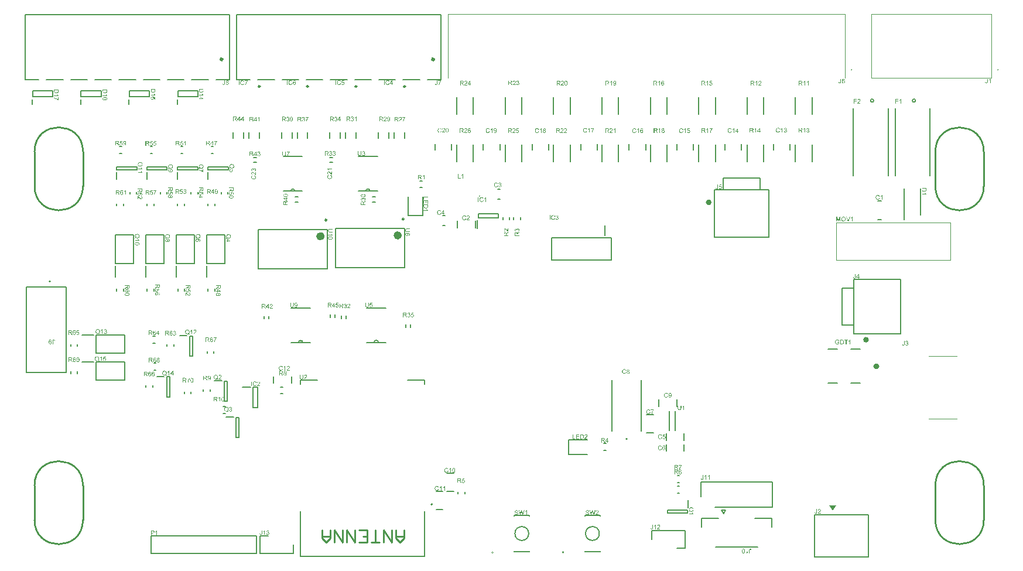
<source format=gto>
G04*
G04 #@! TF.GenerationSoftware,Altium Limited,Altium Designer,23.1.1 (15)*
G04*
G04 Layer_Color=65535*
%FSLAX44Y44*%
%MOMM*%
G71*
G04*
G04 #@! TF.SameCoordinates,834500F6-C2E4-4EAC-996A-B368302F4D9C*
G04*
G04*
G04 #@! TF.FilePolarity,Positive*
G04*
G01*
G75*
%ADD10C,0.2000*%
%ADD11C,0.2540*%
%ADD12C,0.7620*%
%ADD13C,0.4000*%
%ADD14C,0.0000*%
%ADD15C,0.1270*%
%ADD16C,0.1524*%
%ADD17C,0.2500*%
%ADD18C,0.6000*%
%ADD19C,0.1500*%
%ADD20C,0.1000*%
G36*
X1169054Y68512D02*
X1174054Y76512D01*
X1164054D01*
X1169054Y68512D01*
D02*
G37*
G36*
X352180Y40143D02*
X352302Y40124D01*
X352453Y40096D01*
X352622Y40049D01*
X352791Y39992D01*
X352960Y39917D01*
X352970D01*
X352979Y39908D01*
X353035Y39880D01*
X353120Y39823D01*
X353214Y39757D01*
X353327Y39664D01*
X353439Y39560D01*
X353552Y39438D01*
X353646Y39297D01*
X353656Y39278D01*
X353684Y39231D01*
X353721Y39147D01*
X353768Y39043D01*
X353815Y38921D01*
X353853Y38780D01*
X353881Y38620D01*
X353891Y38461D01*
Y38442D01*
Y38385D01*
X353881Y38310D01*
X353862Y38207D01*
X353834Y38085D01*
X353787Y37953D01*
X353731Y37822D01*
X353656Y37690D01*
X353646Y37671D01*
X353618Y37634D01*
X353562Y37568D01*
X353487Y37493D01*
X353392Y37408D01*
X353280Y37314D01*
X353148Y37229D01*
X352988Y37145D01*
X352998D01*
X353017Y37135D01*
X353045Y37126D01*
X353082Y37117D01*
X353186Y37079D01*
X353317Y37023D01*
X353468Y36948D01*
X353618Y36853D01*
X353759Y36731D01*
X353891Y36590D01*
X353900Y36572D01*
X353938Y36515D01*
X353994Y36421D01*
X354050Y36299D01*
X354107Y36149D01*
X354163Y35970D01*
X354201Y35763D01*
X354210Y35538D01*
Y35528D01*
Y35500D01*
Y35453D01*
X354201Y35397D01*
X354191Y35322D01*
X354173Y35237D01*
X354154Y35143D01*
X354135Y35040D01*
X354060Y34814D01*
X354003Y34692D01*
X353947Y34579D01*
X353872Y34457D01*
X353787Y34335D01*
X353693Y34213D01*
X353580Y34100D01*
X353571Y34090D01*
X353552Y34072D01*
X353515Y34044D01*
X353468Y34006D01*
X353411Y33959D01*
X353336Y33912D01*
X353251Y33856D01*
X353148Y33809D01*
X353045Y33752D01*
X352923Y33696D01*
X352800Y33649D01*
X352659Y33602D01*
X352509Y33564D01*
X352349Y33536D01*
X352189Y33517D01*
X352011Y33508D01*
X351926D01*
X351870Y33517D01*
X351795Y33527D01*
X351710Y33536D01*
X351616Y33555D01*
X351513Y33574D01*
X351287Y33630D01*
X351052Y33724D01*
X350930Y33780D01*
X350817Y33846D01*
X350705Y33931D01*
X350592Y34015D01*
X350583Y34025D01*
X350564Y34044D01*
X350536Y34072D01*
X350507Y34109D01*
X350460Y34156D01*
X350413Y34222D01*
X350357Y34288D01*
X350300Y34372D01*
X350244Y34466D01*
X350188Y34560D01*
X350084Y34786D01*
X350000Y35049D01*
X349972Y35190D01*
X349953Y35340D01*
X350752Y35444D01*
Y35434D01*
X350761Y35416D01*
X350770Y35378D01*
X350780Y35331D01*
X350789Y35275D01*
X350808Y35209D01*
X350855Y35068D01*
X350921Y34899D01*
X351005Y34739D01*
X351099Y34589D01*
X351212Y34457D01*
X351231Y34448D01*
X351269Y34410D01*
X351344Y34363D01*
X351438Y34316D01*
X351550Y34260D01*
X351691Y34213D01*
X351851Y34175D01*
X352020Y34166D01*
X352077D01*
X352114Y34175D01*
X352218Y34185D01*
X352349Y34213D01*
X352500Y34260D01*
X352659Y34325D01*
X352819Y34419D01*
X352970Y34551D01*
X352988Y34570D01*
X353035Y34626D01*
X353092Y34711D01*
X353167Y34824D01*
X353242Y34964D01*
X353298Y35124D01*
X353345Y35312D01*
X353364Y35519D01*
Y35528D01*
Y35547D01*
Y35575D01*
X353355Y35613D01*
X353345Y35716D01*
X353317Y35838D01*
X353280Y35989D01*
X353214Y36139D01*
X353120Y36290D01*
X352998Y36431D01*
X352979Y36449D01*
X352932Y36487D01*
X352857Y36543D01*
X352753Y36609D01*
X352622Y36675D01*
X352462Y36731D01*
X352284Y36769D01*
X352086Y36788D01*
X352002D01*
X351936Y36778D01*
X351851Y36769D01*
X351757Y36750D01*
X351645Y36731D01*
X351522Y36703D01*
X351616Y37408D01*
X351663D01*
X351701Y37399D01*
X351823D01*
X351926Y37417D01*
X352049Y37436D01*
X352189Y37464D01*
X352349Y37511D01*
X352500Y37577D01*
X352659Y37662D01*
X352669D01*
X352678Y37671D01*
X352725Y37709D01*
X352791Y37775D01*
X352866Y37859D01*
X352941Y37981D01*
X353007Y38122D01*
X353054Y38282D01*
X353073Y38376D01*
Y38479D01*
Y38489D01*
Y38498D01*
Y38554D01*
X353054Y38630D01*
X353035Y38733D01*
X352998Y38846D01*
X352951Y38968D01*
X352876Y39090D01*
X352772Y39203D01*
X352763Y39212D01*
X352716Y39250D01*
X352650Y39297D01*
X352565Y39353D01*
X352453Y39400D01*
X352321Y39447D01*
X352171Y39485D01*
X352002Y39494D01*
X351926D01*
X351842Y39476D01*
X351729Y39457D01*
X351607Y39419D01*
X351485Y39372D01*
X351353Y39297D01*
X351231Y39203D01*
X351222Y39194D01*
X351184Y39147D01*
X351128Y39081D01*
X351062Y38987D01*
X350996Y38865D01*
X350930Y38714D01*
X350874Y38536D01*
X350836Y38329D01*
X350037Y38470D01*
Y38479D01*
X350047Y38507D01*
X350056Y38545D01*
X350066Y38602D01*
X350084Y38667D01*
X350113Y38742D01*
X350169Y38921D01*
X350263Y39128D01*
X350376Y39335D01*
X350517Y39532D01*
X350695Y39711D01*
X350705Y39720D01*
X350723Y39729D01*
X350752Y39748D01*
X350789Y39776D01*
X350836Y39814D01*
X350902Y39852D01*
X350968Y39889D01*
X351052Y39936D01*
X351240Y40011D01*
X351456Y40086D01*
X351710Y40133D01*
X351842Y40152D01*
X352077D01*
X352180Y40143D01*
D02*
G37*
G36*
X343806Y35688D02*
Y35679D01*
Y35651D01*
Y35613D01*
Y35557D01*
X343797Y35481D01*
Y35406D01*
X343778Y35228D01*
X343759Y35021D01*
X343722Y34805D01*
X343666Y34607D01*
X343600Y34419D01*
Y34410D01*
X343590Y34401D01*
X343562Y34344D01*
X343515Y34269D01*
X343449Y34166D01*
X343355Y34062D01*
X343252Y33949D01*
X343120Y33837D01*
X342970Y33743D01*
X342951Y33733D01*
X342895Y33705D01*
X342810Y33668D01*
X342688Y33630D01*
X342538Y33583D01*
X342369Y33545D01*
X342181Y33517D01*
X341974Y33508D01*
X341889D01*
X341833Y33517D01*
X341758Y33527D01*
X341683Y33536D01*
X341485Y33574D01*
X341278Y33630D01*
X341062Y33715D01*
X340950Y33771D01*
X340846Y33837D01*
X340752Y33912D01*
X340658Y33997D01*
X340649Y34006D01*
X340639Y34015D01*
X340621Y34053D01*
X340592Y34090D01*
X340555Y34137D01*
X340517Y34203D01*
X340480Y34278D01*
X340433Y34363D01*
X340395Y34457D01*
X340358Y34570D01*
X340320Y34683D01*
X340282Y34814D01*
X340263Y34955D01*
X340235Y35115D01*
X340226Y35275D01*
Y35453D01*
X341006Y35566D01*
Y35557D01*
Y35538D01*
Y35500D01*
X341015Y35444D01*
X341025Y35387D01*
Y35322D01*
X341053Y35162D01*
X341081Y34993D01*
X341138Y34824D01*
X341194Y34673D01*
X341231Y34607D01*
X341278Y34551D01*
X341288Y34542D01*
X341325Y34513D01*
X341382Y34466D01*
X341457Y34419D01*
X341560Y34363D01*
X341673Y34325D01*
X341814Y34288D01*
X341964Y34278D01*
X342021D01*
X342077Y34288D01*
X342162Y34297D01*
X342247Y34316D01*
X342340Y34335D01*
X342434Y34372D01*
X342528Y34419D01*
X342538Y34429D01*
X342566Y34448D01*
X342604Y34485D01*
X342660Y34523D01*
X342707Y34589D01*
X342763Y34654D01*
X342810Y34729D01*
X342848Y34824D01*
Y34833D01*
X342867Y34871D01*
X342876Y34936D01*
X342895Y35021D01*
X342914Y35134D01*
X342923Y35275D01*
X342942Y35444D01*
Y35641D01*
Y40124D01*
X343806D01*
Y35688D01*
D02*
G37*
G36*
X347895Y33621D02*
X347096D01*
Y38705D01*
X347086Y38695D01*
X347039Y38658D01*
X346983Y38602D01*
X346889Y38536D01*
X346786Y38451D01*
X346654Y38357D01*
X346504Y38254D01*
X346335Y38150D01*
X346325D01*
X346316Y38141D01*
X346259Y38103D01*
X346165Y38056D01*
X346053Y38000D01*
X345921Y37934D01*
X345780Y37868D01*
X345639Y37803D01*
X345498Y37746D01*
Y38517D01*
X345508D01*
X345526Y38536D01*
X345564Y38545D01*
X345611Y38573D01*
X345667Y38602D01*
X345733Y38639D01*
X345893Y38733D01*
X346081Y38837D01*
X346269Y38968D01*
X346466Y39118D01*
X346664Y39278D01*
X346673Y39288D01*
X346682Y39297D01*
X346711Y39325D01*
X346748Y39353D01*
X346833Y39447D01*
X346945Y39560D01*
X347058Y39692D01*
X347180Y39842D01*
X347284Y39992D01*
X347378Y40152D01*
X347895D01*
Y33621D01*
D02*
G37*
G36*
X843817Y169475D02*
X844700D01*
Y168742D01*
X843817D01*
Y167182D01*
X843018D01*
Y168742D01*
X840189D01*
Y169475D01*
X843168Y173686D01*
X843817D01*
Y169475D01*
D02*
G37*
G36*
X837332Y173676D02*
X837417D01*
X837614Y173667D01*
X837821Y173639D01*
X838046Y173610D01*
X838253Y173563D01*
X838356Y173535D01*
X838441Y173507D01*
X838450D01*
X838460Y173498D01*
X838516Y173470D01*
X838601Y173432D01*
X838704Y173366D01*
X838817Y173282D01*
X838939Y173169D01*
X839052Y173037D01*
X839165Y172887D01*
Y172878D01*
X839174Y172868D01*
X839212Y172812D01*
X839249Y172718D01*
X839305Y172596D01*
X839352Y172455D01*
X839399Y172285D01*
X839428Y172107D01*
X839437Y171910D01*
Y171900D01*
Y171881D01*
Y171844D01*
X839428Y171797D01*
Y171731D01*
X839418Y171665D01*
X839381Y171505D01*
X839324Y171317D01*
X839249Y171120D01*
X839136Y170923D01*
X839061Y170829D01*
X838986Y170735D01*
X838977Y170725D01*
X838967Y170716D01*
X838939Y170688D01*
X838901Y170660D01*
X838854Y170622D01*
X838798Y170584D01*
X838723Y170537D01*
X838648Y170481D01*
X838554Y170434D01*
X838450Y170387D01*
X838337Y170331D01*
X838215Y170284D01*
X838074Y170246D01*
X837933Y170199D01*
X837774Y170171D01*
X837605Y170143D01*
X837623Y170133D01*
X837661Y170114D01*
X837717Y170077D01*
X837793Y170039D01*
X837962Y169936D01*
X838046Y169870D01*
X838121Y169814D01*
X838140Y169795D01*
X838187Y169748D01*
X838262Y169673D01*
X838356Y169579D01*
X838460Y169447D01*
X838582Y169306D01*
X838704Y169137D01*
X838836Y168949D01*
X839954Y167182D01*
X838883D01*
X838027Y168536D01*
Y168545D01*
X838009Y168564D01*
X837990Y168592D01*
X837962Y168630D01*
X837896Y168733D01*
X837811Y168864D01*
X837708Y169006D01*
X837605Y169156D01*
X837501Y169297D01*
X837407Y169428D01*
X837398Y169438D01*
X837370Y169475D01*
X837323Y169532D01*
X837257Y169598D01*
X837116Y169739D01*
X837041Y169804D01*
X836965Y169861D01*
X836956Y169870D01*
X836937Y169879D01*
X836900Y169898D01*
X836843Y169926D01*
X836787Y169955D01*
X836721Y169983D01*
X836571Y170030D01*
X836561D01*
X836543Y170039D01*
X836505D01*
X836458Y170049D01*
X836392Y170058D01*
X836317D01*
X836214Y170068D01*
X835105D01*
Y167182D01*
X834240D01*
Y173686D01*
X837257D01*
X837332Y173676D01*
D02*
G37*
G36*
X578400Y547406D02*
X577602D01*
Y552491D01*
X577592Y552481D01*
X577545Y552444D01*
X577489Y552387D01*
X577395Y552321D01*
X577291Y552237D01*
X577160Y552143D01*
X577010Y552039D01*
X576840Y551936D01*
X576831D01*
X576822Y551927D01*
X576765Y551889D01*
X576671Y551842D01*
X576558Y551786D01*
X576427Y551720D01*
X576286Y551654D01*
X576145Y551588D01*
X576004Y551532D01*
Y552303D01*
X576013D01*
X576032Y552321D01*
X576070Y552331D01*
X576117Y552359D01*
X576173Y552387D01*
X576239Y552425D01*
X576399Y552519D01*
X576587Y552622D01*
X576775Y552754D01*
X576972Y552904D01*
X577169Y553064D01*
X577179Y553073D01*
X577188Y553083D01*
X577216Y553111D01*
X577254Y553139D01*
X577338Y553233D01*
X577451Y553346D01*
X577564Y553477D01*
X577686Y553628D01*
X577789Y553778D01*
X577883Y553938D01*
X578400D01*
Y547406D01*
D02*
G37*
G36*
X572263Y553900D02*
X572348D01*
X572546Y553891D01*
X572752Y553863D01*
X572978Y553834D01*
X573185Y553787D01*
X573288Y553759D01*
X573372Y553731D01*
X573382D01*
X573391Y553722D01*
X573448Y553694D01*
X573532Y553656D01*
X573636Y553590D01*
X573748Y553506D01*
X573871Y553393D01*
X573983Y553261D01*
X574096Y553111D01*
Y553101D01*
X574105Y553092D01*
X574143Y553036D01*
X574181Y552942D01*
X574237Y552819D01*
X574284Y552678D01*
X574331Y552509D01*
X574359Y552331D01*
X574369Y552133D01*
Y552124D01*
Y552105D01*
Y552068D01*
X574359Y552021D01*
Y551955D01*
X574350Y551889D01*
X574312Y551729D01*
X574256Y551541D01*
X574181Y551344D01*
X574068Y551147D01*
X573993Y551053D01*
X573918Y550959D01*
X573908Y550949D01*
X573899Y550940D01*
X573871Y550912D01*
X573833Y550883D01*
X573786Y550846D01*
X573730Y550808D01*
X573654Y550761D01*
X573579Y550705D01*
X573485Y550658D01*
X573382Y550611D01*
X573269Y550555D01*
X573147Y550508D01*
X573006Y550470D01*
X572865Y550423D01*
X572705Y550395D01*
X572536Y550367D01*
X572555Y550357D01*
X572593Y550338D01*
X572649Y550301D01*
X572724Y550263D01*
X572893Y550160D01*
X572978Y550094D01*
X573053Y550038D01*
X573072Y550019D01*
X573119Y549972D01*
X573194Y549897D01*
X573288Y549803D01*
X573391Y549671D01*
X573513Y549530D01*
X573636Y549361D01*
X573767Y549173D01*
X574886Y547406D01*
X573814D01*
X572959Y548759D01*
Y548769D01*
X572940Y548788D01*
X572921Y548816D01*
X572893Y548853D01*
X572827Y548957D01*
X572743Y549088D01*
X572639Y549229D01*
X572536Y549380D01*
X572433Y549521D01*
X572339Y549652D01*
X572329Y549662D01*
X572301Y549699D01*
X572254Y549756D01*
X572188Y549822D01*
X572047Y549963D01*
X571972Y550028D01*
X571897Y550085D01*
X571888Y550094D01*
X571869Y550103D01*
X571831Y550122D01*
X571775Y550150D01*
X571718Y550179D01*
X571653Y550207D01*
X571502Y550254D01*
X571493D01*
X571474Y550263D01*
X571437D01*
X571390Y550273D01*
X571324Y550282D01*
X571249D01*
X571145Y550291D01*
X570036D01*
Y547406D01*
X569172D01*
Y553910D01*
X572188D01*
X572263Y553900D01*
D02*
G37*
G36*
X812307Y178770D02*
X812382Y178761D01*
X812476Y178752D01*
X812579Y178733D01*
X812682Y178714D01*
X812927Y178648D01*
X813171Y178554D01*
X813293Y178498D01*
X813416Y178432D01*
X813528Y178347D01*
X813632Y178253D01*
X813641Y178244D01*
X813660Y178235D01*
X813679Y178197D01*
X813716Y178160D01*
X813763Y178113D01*
X813810Y178047D01*
X813857Y177981D01*
X813914Y177896D01*
X814008Y177718D01*
X814102Y177492D01*
X814139Y177379D01*
X814158Y177248D01*
X814177Y177116D01*
X814186Y176975D01*
Y176957D01*
Y176910D01*
X814177Y176834D01*
X814167Y176731D01*
X814149Y176618D01*
X814111Y176487D01*
X814073Y176346D01*
X814017Y176205D01*
X814008Y176186D01*
X813989Y176139D01*
X813951Y176064D01*
X813895Y175960D01*
X813820Y175848D01*
X813726Y175707D01*
X813613Y175566D01*
X813481Y175406D01*
X813463Y175387D01*
X813416Y175331D01*
X813369Y175284D01*
X813322Y175237D01*
X813265Y175180D01*
X813190Y175105D01*
X813115Y175030D01*
X813021Y174945D01*
X812927Y174851D01*
X812814Y174748D01*
X812692Y174645D01*
X812560Y174522D01*
X812410Y174400D01*
X812260Y174269D01*
X812250Y174259D01*
X812231Y174241D01*
X812194Y174212D01*
X812147Y174175D01*
X812091Y174118D01*
X812025Y174062D01*
X811874Y173940D01*
X811714Y173799D01*
X811564Y173658D01*
X811433Y173536D01*
X811376Y173489D01*
X811329Y173442D01*
X811320Y173432D01*
X811292Y173404D01*
X811254Y173367D01*
X811207Y173310D01*
X811160Y173244D01*
X811104Y173179D01*
X810991Y173019D01*
X814196D01*
Y172248D01*
X809882D01*
Y172258D01*
Y172295D01*
Y172352D01*
X809891Y172427D01*
X809901Y172511D01*
X809920Y172605D01*
X809938Y172699D01*
X809976Y172803D01*
Y172812D01*
X809985Y172822D01*
X810004Y172878D01*
X810042Y172962D01*
X810098Y173075D01*
X810173Y173207D01*
X810267Y173357D01*
X810371Y173507D01*
X810502Y173667D01*
Y173677D01*
X810521Y173686D01*
X810568Y173743D01*
X810653Y173827D01*
X810775Y173949D01*
X810916Y174090D01*
X811094Y174259D01*
X811310Y174447D01*
X811545Y174645D01*
X811555Y174654D01*
X811592Y174682D01*
X811649Y174729D01*
X811714Y174786D01*
X811799Y174861D01*
X811902Y174945D01*
X812006Y175039D01*
X812128Y175143D01*
X812363Y175368D01*
X812598Y175594D01*
X812711Y175707D01*
X812814Y175819D01*
X812908Y175923D01*
X812983Y176026D01*
Y176036D01*
X813002Y176045D01*
X813021Y176073D01*
X813040Y176111D01*
X813105Y176214D01*
X813181Y176336D01*
X813246Y176487D01*
X813312Y176646D01*
X813350Y176825D01*
X813369Y176994D01*
Y177004D01*
Y177013D01*
X813359Y177069D01*
X813350Y177163D01*
X813322Y177267D01*
X813284Y177398D01*
X813218Y177530D01*
X813134Y177661D01*
X813021Y177793D01*
X813002Y177812D01*
X812955Y177849D01*
X812889Y177896D01*
X812786Y177962D01*
X812654Y178019D01*
X812504Y178075D01*
X812325Y178113D01*
X812128Y178122D01*
X812072D01*
X812034Y178113D01*
X811921Y178103D01*
X811790Y178075D01*
X811649Y178037D01*
X811489Y177972D01*
X811339Y177887D01*
X811198Y177774D01*
X811179Y177755D01*
X811141Y177708D01*
X811085Y177633D01*
X811029Y177521D01*
X810963Y177389D01*
X810906Y177220D01*
X810869Y177032D01*
X810850Y176816D01*
X810032Y176900D01*
Y176910D01*
X810042Y176938D01*
Y176985D01*
X810051Y177051D01*
X810070Y177126D01*
X810089Y177210D01*
X810117Y177314D01*
X810145Y177417D01*
X810220Y177643D01*
X810333Y177868D01*
X810399Y177981D01*
X810483Y178094D01*
X810568Y178197D01*
X810662Y178291D01*
X810671Y178300D01*
X810690Y178310D01*
X810718Y178338D01*
X810765Y178366D01*
X810822Y178404D01*
X810888Y178442D01*
X810963Y178489D01*
X811057Y178535D01*
X811160Y178582D01*
X811273Y178629D01*
X811395Y178667D01*
X811527Y178705D01*
X811667Y178733D01*
X811818Y178761D01*
X811978Y178770D01*
X812147Y178780D01*
X812241D01*
X812307Y178770D01*
D02*
G37*
G36*
X806433Y178742D02*
X806621Y178733D01*
X806809Y178714D01*
X806997Y178686D01*
X807157Y178658D01*
X807166D01*
X807185Y178648D01*
X807213D01*
X807251Y178629D01*
X807354Y178601D01*
X807485Y178554D01*
X807636Y178489D01*
X807796Y178404D01*
X807955Y178310D01*
X808106Y178188D01*
X808115Y178178D01*
X808124Y178169D01*
X808153Y178141D01*
X808190Y178113D01*
X808284Y178019D01*
X808397Y177887D01*
X808519Y177727D01*
X808651Y177539D01*
X808773Y177323D01*
X808876Y177079D01*
Y177069D01*
X808886Y177051D01*
X808904Y177013D01*
X808914Y176957D01*
X808942Y176891D01*
X808961Y176816D01*
X808980Y176731D01*
X809008Y176628D01*
X809036Y176524D01*
X809055Y176402D01*
X809102Y176139D01*
X809130Y175848D01*
X809139Y175528D01*
Y175519D01*
Y175500D01*
Y175453D01*
Y175406D01*
X809130Y175340D01*
Y175265D01*
X809121Y175086D01*
X809092Y174880D01*
X809064Y174664D01*
X809017Y174438D01*
X808961Y174212D01*
Y174203D01*
X808951Y174184D01*
X808942Y174156D01*
X808933Y174118D01*
X808895Y174015D01*
X808839Y173883D01*
X808782Y173733D01*
X808707Y173583D01*
X808613Y173423D01*
X808519Y173273D01*
X808510Y173254D01*
X808472Y173207D01*
X808416Y173141D01*
X808341Y173056D01*
X808256Y172962D01*
X808153Y172868D01*
X808049Y172765D01*
X807927Y172680D01*
X807908Y172671D01*
X807871Y172643D01*
X807805Y172605D01*
X807711Y172558D01*
X807598Y172502D01*
X807467Y172455D01*
X807316Y172399D01*
X807147Y172352D01*
X807128D01*
X807100Y172342D01*
X807072Y172333D01*
X806978Y172323D01*
X806846Y172305D01*
X806696Y172286D01*
X806517Y172267D01*
X806320Y172258D01*
X806104Y172248D01*
X803764D01*
Y178752D01*
X806264D01*
X806433Y178742D01*
D02*
G37*
G36*
X802420Y177981D02*
X798576D01*
Y175998D01*
X802176D01*
Y175227D01*
X798576D01*
Y173019D01*
X802570D01*
Y172248D01*
X797711D01*
Y178752D01*
X802420D01*
Y177981D01*
D02*
G37*
G36*
X793473Y173019D02*
X796678D01*
Y172248D01*
X792608D01*
Y178752D01*
X793473D01*
Y173019D01*
D02*
G37*
G36*
X583882Y521396D02*
X578149D01*
Y518191D01*
X577378D01*
Y522261D01*
X583882D01*
Y521396D01*
D02*
G37*
G36*
Y512449D02*
X583111D01*
Y516293D01*
X581128D01*
Y512694D01*
X580357D01*
Y516293D01*
X578149D01*
Y512299D01*
X577378D01*
Y517158D01*
X583882D01*
Y512449D01*
D02*
G37*
G36*
Y508605D02*
X583872Y508436D01*
X583863Y508248D01*
X583844Y508060D01*
X583816Y507873D01*
X583788Y507713D01*
Y507703D01*
X583778Y507685D01*
Y507656D01*
X583759Y507619D01*
X583731Y507515D01*
X583684Y507384D01*
X583619Y507233D01*
X583534Y507074D01*
X583440Y506914D01*
X583318Y506763D01*
X583308Y506754D01*
X583299Y506745D01*
X583271Y506716D01*
X583243Y506679D01*
X583149Y506585D01*
X583017Y506472D01*
X582857Y506350D01*
X582669Y506218D01*
X582453Y506096D01*
X582209Y505993D01*
X582199D01*
X582181Y505984D01*
X582143Y505965D01*
X582087Y505955D01*
X582021Y505927D01*
X581946Y505908D01*
X581861Y505890D01*
X581758Y505861D01*
X581654Y505833D01*
X581532Y505814D01*
X581269Y505767D01*
X580978Y505739D01*
X580658Y505730D01*
X580649D01*
X580630D01*
X580583D01*
X580536D01*
X580470Y505739D01*
X580395D01*
X580216Y505748D01*
X580010Y505777D01*
X579794Y505805D01*
X579568Y505852D01*
X579342Y505908D01*
X579333D01*
X579314Y505918D01*
X579286Y505927D01*
X579248Y505937D01*
X579145Y505974D01*
X579013Y506031D01*
X578863Y506087D01*
X578713Y506162D01*
X578553Y506256D01*
X578403Y506350D01*
X578384Y506359D01*
X578337Y506397D01*
X578271Y506453D01*
X578186Y506529D01*
X578092Y506613D01*
X577999Y506716D01*
X577895Y506820D01*
X577811Y506942D01*
X577801Y506961D01*
X577773Y506998D01*
X577735Y507064D01*
X577688Y507158D01*
X577632Y507271D01*
X577585Y507403D01*
X577529Y507553D01*
X577482Y507722D01*
Y507741D01*
X577472Y507769D01*
X577463Y507797D01*
X577453Y507891D01*
X577435Y508023D01*
X577416Y508173D01*
X577397Y508352D01*
X577388Y508549D01*
X577378Y508765D01*
Y511105D01*
X583882D01*
Y508605D01*
D02*
G37*
G36*
X582275Y504254D02*
X582293Y504235D01*
X582303Y504198D01*
X582331Y504151D01*
X582359Y504095D01*
X582397Y504029D01*
X582491Y503869D01*
X582594Y503681D01*
X582726Y503493D01*
X582876Y503296D01*
X583036Y503098D01*
X583045Y503089D01*
X583055Y503079D01*
X583083Y503051D01*
X583111Y503014D01*
X583205Y502929D01*
X583318Y502816D01*
X583449Y502704D01*
X583600Y502581D01*
X583750Y502478D01*
X583910Y502384D01*
Y501867D01*
X577378D01*
Y502666D01*
X582463D01*
X582453Y502675D01*
X582416Y502722D01*
X582359Y502779D01*
X582293Y502873D01*
X582209Y502976D01*
X582115Y503108D01*
X582011Y503258D01*
X581908Y503427D01*
Y503437D01*
X581899Y503446D01*
X581861Y503502D01*
X581814Y503596D01*
X581758Y503709D01*
X581692Y503841D01*
X581626Y503982D01*
X581560Y504123D01*
X581504Y504264D01*
X582275D01*
Y504254D01*
D02*
G37*
G36*
X981722Y115444D02*
Y115435D01*
Y115407D01*
Y115369D01*
Y115313D01*
X981713Y115237D01*
Y115162D01*
X981694Y114984D01*
X981675Y114777D01*
X981638Y114561D01*
X981581Y114363D01*
X981515Y114175D01*
Y114166D01*
X981506Y114157D01*
X981478Y114100D01*
X981431Y114025D01*
X981365Y113922D01*
X981271Y113818D01*
X981168Y113706D01*
X981036Y113593D01*
X980886Y113499D01*
X980867Y113489D01*
X980811Y113461D01*
X980726Y113424D01*
X980604Y113386D01*
X980453Y113339D01*
X980284Y113301D01*
X980096Y113273D01*
X979890Y113264D01*
X979805D01*
X979749Y113273D01*
X979673Y113283D01*
X979598Y113292D01*
X979401Y113330D01*
X979194Y113386D01*
X978978Y113471D01*
X978865Y113527D01*
X978762Y113593D01*
X978668Y113668D01*
X978574Y113752D01*
X978565Y113762D01*
X978555Y113771D01*
X978536Y113809D01*
X978508Y113847D01*
X978471Y113893D01*
X978433Y113959D01*
X978395Y114034D01*
X978348Y114119D01*
X978311Y114213D01*
X978273Y114326D01*
X978235Y114439D01*
X978198Y114570D01*
X978179Y114711D01*
X978151Y114871D01*
X978142Y115031D01*
Y115209D01*
X978922Y115322D01*
Y115313D01*
Y115294D01*
Y115256D01*
X978931Y115200D01*
X978940Y115143D01*
Y115078D01*
X978969Y114918D01*
X978997Y114749D01*
X979053Y114579D01*
X979109Y114429D01*
X979147Y114363D01*
X979194Y114307D01*
X979203Y114298D01*
X979241Y114269D01*
X979297Y114222D01*
X979373Y114175D01*
X979476Y114119D01*
X979589Y114081D01*
X979730Y114044D01*
X979880Y114034D01*
X979937D01*
X979993Y114044D01*
X980078Y114053D01*
X980162Y114072D01*
X980256Y114091D01*
X980350Y114128D01*
X980444Y114175D01*
X980453Y114185D01*
X980482Y114204D01*
X980519Y114241D01*
X980576Y114279D01*
X980623Y114345D01*
X980679Y114410D01*
X980726Y114486D01*
X980764Y114579D01*
Y114589D01*
X980782Y114627D01*
X980792Y114692D01*
X980811Y114777D01*
X980829Y114890D01*
X980839Y115031D01*
X980858Y115200D01*
Y115397D01*
Y119880D01*
X981722D01*
Y115444D01*
D02*
G37*
G36*
X990866Y113377D02*
X990068D01*
Y118461D01*
X990058Y118451D01*
X990011Y118414D01*
X989955Y118357D01*
X989861Y118292D01*
X989758Y118207D01*
X989626Y118113D01*
X989475Y118010D01*
X989306Y117906D01*
X989297D01*
X989288Y117897D01*
X989231Y117859D01*
X989137Y117812D01*
X989024Y117756D01*
X988893Y117690D01*
X988752Y117625D01*
X988611Y117559D01*
X988470Y117502D01*
Y118273D01*
X988479D01*
X988498Y118292D01*
X988536Y118301D01*
X988583Y118329D01*
X988639Y118357D01*
X988705Y118395D01*
X988865Y118489D01*
X989053Y118593D01*
X989241Y118724D01*
X989438Y118874D01*
X989635Y119034D01*
X989645Y119044D01*
X989654Y119053D01*
X989682Y119081D01*
X989720Y119109D01*
X989805Y119203D01*
X989917Y119316D01*
X990030Y119448D01*
X990152Y119598D01*
X990256Y119748D01*
X990350Y119908D01*
X990866D01*
Y113377D01*
D02*
G37*
G36*
X985810D02*
X985012D01*
Y118461D01*
X985002Y118451D01*
X984955Y118414D01*
X984899Y118357D01*
X984805Y118292D01*
X984701Y118207D01*
X984570Y118113D01*
X984419Y118010D01*
X984250Y117906D01*
X984241D01*
X984231Y117897D01*
X984175Y117859D01*
X984081Y117812D01*
X983968Y117756D01*
X983837Y117690D01*
X983696Y117625D01*
X983555Y117559D01*
X983414Y117502D01*
Y118273D01*
X983423D01*
X983442Y118292D01*
X983480Y118301D01*
X983527Y118329D01*
X983583Y118357D01*
X983649Y118395D01*
X983809Y118489D01*
X983997Y118593D01*
X984184Y118724D01*
X984382Y118874D01*
X984579Y119034D01*
X984589Y119044D01*
X984598Y119053D01*
X984626Y119081D01*
X984664Y119109D01*
X984748Y119203D01*
X984861Y119316D01*
X984974Y119448D01*
X985096Y119598D01*
X985200Y119748D01*
X985293Y119908D01*
X985810D01*
Y113377D01*
D02*
G37*
G36*
X713903Y476405D02*
X713978Y476395D01*
X714063Y476376D01*
X714157Y476358D01*
X714260Y476339D01*
X714486Y476264D01*
X714608Y476207D01*
X714721Y476151D01*
X714843Y476076D01*
X714965Y475991D01*
X715087Y475897D01*
X715200Y475784D01*
X715210Y475775D01*
X715228Y475756D01*
X715257Y475719D01*
X715294Y475672D01*
X715341Y475615D01*
X715388Y475540D01*
X715444Y475456D01*
X715491Y475352D01*
X715548Y475249D01*
X715604Y475126D01*
X715651Y475004D01*
X715698Y474863D01*
X715736Y474713D01*
X715764Y474553D01*
X715783Y474394D01*
X715792Y474215D01*
Y474130D01*
X715783Y474074D01*
X715773Y473999D01*
X715764Y473914D01*
X715745Y473820D01*
X715726Y473717D01*
X715670Y473491D01*
X715576Y473256D01*
X715520Y473134D01*
X715454Y473021D01*
X715369Y472909D01*
X715285Y472796D01*
X715275Y472786D01*
X715257Y472768D01*
X715228Y472739D01*
X715191Y472711D01*
X715144Y472664D01*
X715078Y472617D01*
X715012Y472561D01*
X714928Y472505D01*
X714834Y472448D01*
X714740Y472392D01*
X714514Y472288D01*
X714251Y472204D01*
X714110Y472176D01*
X713960Y472157D01*
X713856Y472956D01*
X713866D01*
X713884Y472965D01*
X713922Y472974D01*
X713969Y472984D01*
X714025Y472993D01*
X714091Y473012D01*
X714232Y473059D01*
X714401Y473125D01*
X714561Y473209D01*
X714711Y473303D01*
X714843Y473416D01*
X714852Y473435D01*
X714890Y473473D01*
X714937Y473548D01*
X714984Y473642D01*
X715040Y473754D01*
X715087Y473895D01*
X715125Y474055D01*
X715134Y474224D01*
Y474281D01*
X715125Y474318D01*
X715116Y474422D01*
X715087Y474553D01*
X715040Y474704D01*
X714975Y474863D01*
X714881Y475023D01*
X714749Y475173D01*
X714730Y475192D01*
X714674Y475239D01*
X714589Y475296D01*
X714476Y475371D01*
X714335Y475446D01*
X714176Y475503D01*
X713988Y475549D01*
X713781Y475568D01*
X713772D01*
X713753D01*
X713725D01*
X713687Y475559D01*
X713584Y475549D01*
X713462Y475521D01*
X713311Y475484D01*
X713161Y475418D01*
X713010Y475324D01*
X712869Y475202D01*
X712851Y475183D01*
X712813Y475136D01*
X712757Y475061D01*
X712691Y474957D01*
X712625Y474826D01*
X712569Y474666D01*
X712531Y474487D01*
X712512Y474290D01*
Y474206D01*
X712522Y474140D01*
X712531Y474055D01*
X712550Y473961D01*
X712569Y473848D01*
X712597Y473726D01*
X711892Y473820D01*
Y473867D01*
X711901Y473905D01*
Y474027D01*
X711883Y474130D01*
X711864Y474253D01*
X711836Y474394D01*
X711789Y474553D01*
X711723Y474704D01*
X711638Y474863D01*
Y474873D01*
X711629Y474882D01*
X711591Y474929D01*
X711525Y474995D01*
X711441Y475070D01*
X711319Y475145D01*
X711178Y475211D01*
X711018Y475258D01*
X710924Y475277D01*
X710821D01*
X710811D01*
X710802D01*
X710745D01*
X710670Y475258D01*
X710567Y475239D01*
X710454Y475202D01*
X710332Y475155D01*
X710210Y475079D01*
X710097Y474976D01*
X710088Y474967D01*
X710050Y474920D01*
X710003Y474854D01*
X709947Y474769D01*
X709900Y474657D01*
X709853Y474525D01*
X709815Y474375D01*
X709806Y474206D01*
Y474130D01*
X709824Y474046D01*
X709843Y473933D01*
X709881Y473811D01*
X709928Y473689D01*
X710003Y473557D01*
X710097Y473435D01*
X710106Y473425D01*
X710153Y473388D01*
X710219Y473331D01*
X710313Y473266D01*
X710435Y473200D01*
X710586Y473134D01*
X710764Y473078D01*
X710971Y473040D01*
X710830Y472241D01*
X710821D01*
X710792Y472251D01*
X710755Y472260D01*
X710698Y472270D01*
X710633Y472288D01*
X710557Y472317D01*
X710379Y472373D01*
X710172Y472467D01*
X709965Y472580D01*
X709768Y472721D01*
X709589Y472899D01*
X709580Y472909D01*
X709571Y472927D01*
X709552Y472956D01*
X709524Y472993D01*
X709486Y473040D01*
X709448Y473106D01*
X709411Y473172D01*
X709364Y473256D01*
X709289Y473444D01*
X709214Y473660D01*
X709167Y473914D01*
X709148Y474046D01*
Y474281D01*
X709157Y474384D01*
X709176Y474506D01*
X709204Y474657D01*
X709251Y474826D01*
X709307Y474995D01*
X709383Y475164D01*
Y475173D01*
X709392Y475183D01*
X709420Y475239D01*
X709477Y475324D01*
X709542Y475418D01*
X709637Y475531D01*
X709740Y475643D01*
X709862Y475756D01*
X710003Y475850D01*
X710022Y475860D01*
X710069Y475888D01*
X710153Y475925D01*
X710257Y475972D01*
X710379Y476019D01*
X710520Y476057D01*
X710680Y476085D01*
X710839Y476095D01*
X710858D01*
X710915D01*
X710990Y476085D01*
X711093Y476066D01*
X711215Y476038D01*
X711347Y475991D01*
X711479Y475935D01*
X711610Y475860D01*
X711629Y475850D01*
X711666Y475822D01*
X711732Y475766D01*
X711807Y475690D01*
X711892Y475596D01*
X711986Y475484D01*
X712071Y475352D01*
X712155Y475192D01*
Y475202D01*
X712165Y475220D01*
X712174Y475249D01*
X712183Y475286D01*
X712221Y475390D01*
X712277Y475521D01*
X712353Y475672D01*
X712447Y475822D01*
X712569Y475963D01*
X712710Y476095D01*
X712728Y476104D01*
X712785Y476142D01*
X712879Y476198D01*
X713001Y476254D01*
X713151Y476311D01*
X713330Y476367D01*
X713537Y476405D01*
X713762Y476414D01*
X713772D01*
X713800D01*
X713847D01*
X713903Y476405D01*
D02*
G37*
G36*
X715679Y470569D02*
X714326Y469713D01*
X714317D01*
X714298Y469695D01*
X714270Y469676D01*
X714232Y469647D01*
X714129Y469582D01*
X713997Y469497D01*
X713856Y469394D01*
X713706Y469290D01*
X713565Y469187D01*
X713433Y469093D01*
X713424Y469084D01*
X713386Y469055D01*
X713330Y469008D01*
X713264Y468943D01*
X713123Y468802D01*
X713057Y468727D01*
X713001Y468651D01*
X712992Y468642D01*
X712982Y468623D01*
X712963Y468586D01*
X712935Y468529D01*
X712907Y468473D01*
X712879Y468407D01*
X712832Y468257D01*
Y468247D01*
X712822Y468228D01*
Y468191D01*
X712813Y468144D01*
X712804Y468078D01*
Y468003D01*
X712794Y467900D01*
Y466791D01*
X715679D01*
Y465926D01*
X709176D01*
Y468943D01*
X709185Y469018D01*
Y469102D01*
X709195Y469300D01*
X709223Y469506D01*
X709251Y469732D01*
X709298Y469939D01*
X709326Y470042D01*
X709354Y470127D01*
Y470136D01*
X709364Y470146D01*
X709392Y470202D01*
X709430Y470287D01*
X709495Y470390D01*
X709580Y470503D01*
X709693Y470625D01*
X709824Y470738D01*
X709975Y470850D01*
X709984D01*
X709994Y470860D01*
X710050Y470897D01*
X710144Y470935D01*
X710266Y470991D01*
X710407Y471038D01*
X710576Y471085D01*
X710755Y471114D01*
X710952Y471123D01*
X710962D01*
X710980D01*
X711018D01*
X711065Y471114D01*
X711131D01*
X711197Y471104D01*
X711356Y471067D01*
X711544Y471010D01*
X711742Y470935D01*
X711939Y470822D01*
X712033Y470747D01*
X712127Y470672D01*
X712136Y470662D01*
X712146Y470653D01*
X712174Y470625D01*
X712202Y470587D01*
X712240Y470540D01*
X712277Y470484D01*
X712324Y470409D01*
X712381Y470334D01*
X712428Y470240D01*
X712475Y470136D01*
X712531Y470023D01*
X712578Y469901D01*
X712616Y469760D01*
X712663Y469619D01*
X712691Y469459D01*
X712719Y469290D01*
X712728Y469309D01*
X712747Y469347D01*
X712785Y469403D01*
X712822Y469478D01*
X712926Y469647D01*
X712992Y469732D01*
X713048Y469807D01*
X713067Y469826D01*
X713114Y469873D01*
X713189Y469948D01*
X713283Y470042D01*
X713415Y470146D01*
X713555Y470268D01*
X713725Y470390D01*
X713913Y470522D01*
X715679Y471640D01*
Y470569D01*
D02*
G37*
G36*
X699988Y472067D02*
X699978D01*
X699941D01*
X699884D01*
X699809Y472077D01*
X699725Y472086D01*
X699631Y472105D01*
X699537Y472124D01*
X699433Y472161D01*
X699424D01*
X699415Y472171D01*
X699358Y472190D01*
X699274Y472227D01*
X699161Y472284D01*
X699029Y472359D01*
X698879Y472453D01*
X698728Y472556D01*
X698569Y472688D01*
X698559D01*
X698550Y472707D01*
X698493Y472754D01*
X698409Y472838D01*
X698287Y472960D01*
X698146Y473101D01*
X697977Y473280D01*
X697789Y473496D01*
X697591Y473731D01*
X697582Y473740D01*
X697554Y473778D01*
X697507Y473834D01*
X697450Y473900D01*
X697375Y473985D01*
X697290Y474088D01*
X697197Y474192D01*
X697093Y474314D01*
X696868Y474549D01*
X696642Y474784D01*
X696529Y474896D01*
X696416Y475000D01*
X696313Y475094D01*
X696210Y475169D01*
X696200D01*
X696191Y475188D01*
X696163Y475206D01*
X696125Y475225D01*
X696022Y475291D01*
X695900Y475366D01*
X695749Y475432D01*
X695590Y475498D01*
X695411Y475535D01*
X695242Y475554D01*
X695232D01*
X695223D01*
X695167Y475545D01*
X695073Y475535D01*
X694969Y475507D01*
X694838Y475470D01*
X694706Y475404D01*
X694575Y475319D01*
X694443Y475206D01*
X694424Y475188D01*
X694387Y475141D01*
X694340Y475075D01*
X694274Y474972D01*
X694217Y474840D01*
X694161Y474690D01*
X694123Y474511D01*
X694114Y474314D01*
Y474257D01*
X694123Y474220D01*
X694133Y474107D01*
X694161Y473975D01*
X694199Y473834D01*
X694264Y473675D01*
X694349Y473524D01*
X694462Y473383D01*
X694481Y473364D01*
X694528Y473327D01*
X694603Y473270D01*
X694715Y473214D01*
X694847Y473148D01*
X695016Y473092D01*
X695204Y473054D01*
X695420Y473036D01*
X695336Y472218D01*
X695326D01*
X695298Y472227D01*
X695251D01*
X695185Y472237D01*
X695110Y472256D01*
X695026Y472274D01*
X694922Y472303D01*
X694819Y472331D01*
X694593Y472406D01*
X694368Y472519D01*
X694255Y472584D01*
X694142Y472669D01*
X694039Y472754D01*
X693945Y472848D01*
X693935Y472857D01*
X693926Y472876D01*
X693898Y472904D01*
X693870Y472951D01*
X693832Y473007D01*
X693794Y473073D01*
X693747Y473148D01*
X693700Y473242D01*
X693653Y473346D01*
X693606Y473458D01*
X693569Y473581D01*
X693531Y473712D01*
X693503Y473853D01*
X693475Y474003D01*
X693465Y474163D01*
X693456Y474332D01*
Y474426D01*
X693465Y474492D01*
X693475Y474567D01*
X693484Y474661D01*
X693503Y474765D01*
X693522Y474868D01*
X693588Y475112D01*
X693682Y475357D01*
X693738Y475479D01*
X693804Y475601D01*
X693888Y475714D01*
X693982Y475817D01*
X693992Y475827D01*
X694001Y475845D01*
X694039Y475864D01*
X694076Y475902D01*
X694123Y475949D01*
X694189Y475996D01*
X694255Y476043D01*
X694340Y476099D01*
X694518Y476193D01*
X694744Y476287D01*
X694856Y476325D01*
X694988Y476344D01*
X695120Y476362D01*
X695261Y476372D01*
X695279D01*
X695326D01*
X695402Y476362D01*
X695505Y476353D01*
X695618Y476334D01*
X695749Y476297D01*
X695890Y476259D01*
X696031Y476203D01*
X696050Y476193D01*
X696097Y476174D01*
X696172Y476137D01*
X696275Y476081D01*
X696388Y476005D01*
X696529Y475911D01*
X696670Y475798D01*
X696830Y475667D01*
X696849Y475648D01*
X696905Y475601D01*
X696952Y475554D01*
X696999Y475507D01*
X697056Y475451D01*
X697131Y475376D01*
X697206Y475300D01*
X697290Y475206D01*
X697384Y475112D01*
X697488Y475000D01*
X697591Y474878D01*
X697713Y474746D01*
X697836Y474596D01*
X697967Y474445D01*
X697977Y474436D01*
X697995Y474417D01*
X698024Y474379D01*
X698061Y474332D01*
X698118Y474276D01*
X698174Y474210D01*
X698296Y474060D01*
X698437Y473900D01*
X698578Y473750D01*
X698700Y473618D01*
X698747Y473562D01*
X698794Y473515D01*
X698804Y473505D01*
X698832Y473477D01*
X698869Y473440D01*
X698926Y473393D01*
X698992Y473346D01*
X699057Y473289D01*
X699217Y473176D01*
Y476381D01*
X699988D01*
Y472067D01*
D02*
G37*
G36*
Y470601D02*
X698634Y469746D01*
X698625D01*
X698606Y469727D01*
X698578Y469709D01*
X698540Y469680D01*
X698437Y469615D01*
X698306Y469530D01*
X698165Y469427D01*
X698014Y469323D01*
X697873Y469220D01*
X697742Y469126D01*
X697732Y469117D01*
X697695Y469088D01*
X697638Y469041D01*
X697572Y468976D01*
X697431Y468835D01*
X697366Y468759D01*
X697309Y468684D01*
X697300Y468675D01*
X697290Y468656D01*
X697272Y468618D01*
X697243Y468562D01*
X697215Y468506D01*
X697187Y468440D01*
X697140Y468289D01*
Y468280D01*
X697131Y468261D01*
Y468224D01*
X697121Y468177D01*
X697112Y468111D01*
Y468036D01*
X697103Y467932D01*
Y466823D01*
X699988D01*
Y465959D01*
X693484D01*
Y468976D01*
X693494Y469051D01*
Y469135D01*
X693503Y469333D01*
X693531Y469539D01*
X693559Y469765D01*
X693606Y469972D01*
X693635Y470075D01*
X693663Y470160D01*
Y470169D01*
X693672Y470178D01*
X693700Y470235D01*
X693738Y470320D01*
X693804Y470423D01*
X693888Y470536D01*
X694001Y470658D01*
X694133Y470771D01*
X694283Y470883D01*
X694293D01*
X694302Y470893D01*
X694358Y470930D01*
X694452Y470968D01*
X694575Y471024D01*
X694715Y471071D01*
X694885Y471118D01*
X695063Y471147D01*
X695261Y471156D01*
X695270D01*
X695289D01*
X695326D01*
X695373Y471147D01*
X695439D01*
X695505Y471137D01*
X695665Y471100D01*
X695853Y471043D01*
X696050Y470968D01*
X696247Y470855D01*
X696341Y470780D01*
X696435Y470705D01*
X696445Y470695D01*
X696454Y470686D01*
X696482Y470658D01*
X696510Y470620D01*
X696548Y470573D01*
X696586Y470517D01*
X696633Y470442D01*
X696689Y470367D01*
X696736Y470272D01*
X696783Y470169D01*
X696839Y470056D01*
X696886Y469934D01*
X696924Y469793D01*
X696971Y469652D01*
X696999Y469492D01*
X697027Y469323D01*
X697037Y469342D01*
X697056Y469380D01*
X697093Y469436D01*
X697131Y469511D01*
X697234Y469680D01*
X697300Y469765D01*
X697356Y469840D01*
X697375Y469859D01*
X697422Y469906D01*
X697497Y469981D01*
X697591Y470075D01*
X697723Y470178D01*
X697864Y470301D01*
X698033Y470423D01*
X698221Y470554D01*
X699988Y471673D01*
Y470601D01*
D02*
G37*
G36*
X634568Y548676D02*
X633769D01*
Y553760D01*
X633760Y553751D01*
X633713Y553713D01*
X633657Y553657D01*
X633563Y553591D01*
X633459Y553507D01*
X633327Y553413D01*
X633177Y553309D01*
X633008Y553206D01*
X632999D01*
X632989Y553197D01*
X632933Y553159D01*
X632839Y553112D01*
X632726Y553056D01*
X632594Y552990D01*
X632453Y552924D01*
X632313Y552858D01*
X632172Y552802D01*
Y553573D01*
X632181D01*
X632200Y553591D01*
X632237Y553601D01*
X632284Y553629D01*
X632341Y553657D01*
X632407Y553695D01*
X632566Y553789D01*
X632754Y553892D01*
X632942Y554024D01*
X633140Y554174D01*
X633337Y554334D01*
X633346Y554343D01*
X633356Y554353D01*
X633384Y554381D01*
X633422Y554409D01*
X633506Y554503D01*
X633619Y554616D01*
X633732Y554747D01*
X633854Y554898D01*
X633957Y555048D01*
X634051Y555208D01*
X634568D01*
Y548676D01*
D02*
G37*
G36*
X627660Y549447D02*
X630865D01*
Y548676D01*
X626796D01*
Y555180D01*
X627660D01*
Y549447D01*
D02*
G37*
G36*
X928245Y238813D02*
X928330Y238804D01*
X928433Y238794D01*
X928537Y238785D01*
X928659Y238757D01*
X928912Y238700D01*
X929194Y238616D01*
X929335Y238559D01*
X929467Y238494D01*
X929598Y238409D01*
X929730Y238324D01*
X929739Y238315D01*
X929758Y238306D01*
X929796Y238277D01*
X929843Y238230D01*
X929890Y238183D01*
X929956Y238118D01*
X930021Y238042D01*
X930097Y237967D01*
X930172Y237873D01*
X930247Y237761D01*
X930331Y237648D01*
X930407Y237526D01*
X930472Y237385D01*
X930548Y237244D01*
X930604Y237093D01*
X930660Y236924D01*
X929815Y236727D01*
Y236736D01*
X929805Y236755D01*
X929786Y236793D01*
X929768Y236840D01*
X929749Y236896D01*
X929721Y236971D01*
X929645Y237121D01*
X929551Y237291D01*
X929439Y237460D01*
X929298Y237619D01*
X929147Y237761D01*
X929129Y237779D01*
X929072Y237817D01*
X928978Y237864D01*
X928856Y237930D01*
X928696Y237986D01*
X928518Y238042D01*
X928301Y238080D01*
X928067Y238089D01*
X927991D01*
X927944Y238080D01*
X927879D01*
X927803Y238071D01*
X927625Y238042D01*
X927428Y238005D01*
X927221Y237939D01*
X927005Y237845D01*
X926807Y237723D01*
X926798D01*
X926788Y237704D01*
X926723Y237657D01*
X926638Y237582D01*
X926535Y237469D01*
X926413Y237328D01*
X926300Y237168D01*
X926196Y236971D01*
X926102Y236755D01*
Y236745D01*
X926093Y236727D01*
X926084Y236698D01*
X926074Y236651D01*
X926055Y236595D01*
X926037Y236529D01*
X926008Y236370D01*
X925971Y236182D01*
X925933Y235975D01*
X925915Y235749D01*
X925905Y235505D01*
Y235496D01*
Y235467D01*
Y235420D01*
Y235364D01*
X925915Y235298D01*
Y235214D01*
X925924Y235120D01*
X925933Y235016D01*
X925961Y234791D01*
X926008Y234546D01*
X926065Y234302D01*
X926140Y234058D01*
Y234048D01*
X926149Y234030D01*
X926168Y234001D01*
X926187Y233954D01*
X926243Y233841D01*
X926328Y233710D01*
X926431Y233560D01*
X926563Y233400D01*
X926713Y233259D01*
X926892Y233127D01*
X926901D01*
X926920Y233118D01*
X926948Y233099D01*
X926986Y233080D01*
X927033Y233062D01*
X927089Y233033D01*
X927221Y232977D01*
X927390Y232920D01*
X927578Y232873D01*
X927785Y232836D01*
X928001Y232827D01*
X928067D01*
X928123Y232836D01*
X928189D01*
X928255Y232845D01*
X928424Y232883D01*
X928621Y232930D01*
X928818Y233005D01*
X929025Y233109D01*
X929129Y233165D01*
X929223Y233240D01*
X929232Y233249D01*
X929241Y233259D01*
X929269Y233287D01*
X929307Y233315D01*
X929345Y233362D01*
X929392Y233419D01*
X929448Y233475D01*
X929495Y233550D01*
X929551Y233635D01*
X929617Y233729D01*
X929674Y233823D01*
X929730Y233936D01*
X929777Y234058D01*
X929824Y234189D01*
X929871Y234330D01*
X929909Y234481D01*
X930773Y234265D01*
Y234255D01*
X930764Y234217D01*
X930745Y234161D01*
X930717Y234086D01*
X930689Y234001D01*
X930651Y233898D01*
X930604Y233785D01*
X930548Y233663D01*
X930416Y233400D01*
X930247Y233137D01*
X930144Y233005D01*
X930040Y232873D01*
X929927Y232761D01*
X929796Y232648D01*
X929786Y232639D01*
X929768Y232620D01*
X929721Y232601D01*
X929674Y232563D01*
X929598Y232516D01*
X929523Y232469D01*
X929420Y232422D01*
X929316Y232376D01*
X929194Y232319D01*
X929063Y232272D01*
X928922Y232225D01*
X928771Y232178D01*
X928612Y232141D01*
X928443Y232122D01*
X928264Y232103D01*
X928076Y232094D01*
X927973D01*
X927897Y232103D01*
X927813D01*
X927710Y232112D01*
X927597Y232131D01*
X927465Y232150D01*
X927193Y232197D01*
X926911Y232272D01*
X926629Y232376D01*
X926497Y232441D01*
X926366Y232516D01*
X926356Y232526D01*
X926337Y232535D01*
X926300Y232563D01*
X926262Y232601D01*
X926206Y232639D01*
X926140Y232695D01*
X926065Y232761D01*
X925990Y232836D01*
X925915Y232920D01*
X925830Y233005D01*
X925661Y233221D01*
X925501Y233475D01*
X925360Y233757D01*
Y233766D01*
X925341Y233795D01*
X925332Y233841D01*
X925304Y233898D01*
X925285Y233973D01*
X925257Y234067D01*
X925219Y234170D01*
X925191Y234283D01*
X925163Y234405D01*
X925125Y234546D01*
X925078Y234838D01*
X925040Y235167D01*
X925022Y235505D01*
Y235514D01*
Y235552D01*
Y235608D01*
X925031Y235674D01*
Y235768D01*
X925040Y235862D01*
X925050Y235984D01*
X925069Y236106D01*
X925116Y236379D01*
X925181Y236680D01*
X925275Y236980D01*
X925407Y237272D01*
X925416Y237281D01*
X925426Y237309D01*
X925445Y237347D01*
X925482Y237394D01*
X925520Y237460D01*
X925567Y237535D01*
X925689Y237704D01*
X925849Y237892D01*
X926037Y238080D01*
X926253Y238268D01*
X926507Y238428D01*
X926516Y238437D01*
X926544Y238447D01*
X926582Y238465D01*
X926629Y238494D01*
X926704Y238522D01*
X926779Y238550D01*
X926873Y238587D01*
X926976Y238625D01*
X927089Y238663D01*
X927211Y238700D01*
X927475Y238757D01*
X927775Y238804D01*
X928085Y238822D01*
X928179D01*
X928245Y238813D01*
D02*
G37*
G36*
X933658Y238729D02*
X933705D01*
X933771Y238719D01*
X933931Y238691D01*
X934109Y238653D01*
X934307Y238587D01*
X934504Y238503D01*
X934702Y238390D01*
X934711D01*
X934720Y238371D01*
X934749Y238353D01*
X934786Y238324D01*
X934880Y238249D01*
X935002Y238146D01*
X935125Y238005D01*
X935266Y237836D01*
X935388Y237638D01*
X935500Y237413D01*
Y237403D01*
X935510Y237385D01*
X935529Y237347D01*
X935547Y237300D01*
X935566Y237234D01*
X935594Y237150D01*
X935613Y237056D01*
X935641Y236952D01*
X935670Y236830D01*
X935698Y236689D01*
X935717Y236539D01*
X935735Y236379D01*
X935754Y236200D01*
X935773Y236012D01*
X935782Y235806D01*
Y235590D01*
Y235580D01*
Y235533D01*
Y235467D01*
Y235383D01*
X935773Y235279D01*
Y235157D01*
X935764Y235016D01*
X935745Y234875D01*
X935717Y234556D01*
X935670Y234217D01*
X935604Y233898D01*
X935557Y233738D01*
X935510Y233597D01*
Y233588D01*
X935500Y233569D01*
X935482Y233531D01*
X935463Y233475D01*
X935435Y233419D01*
X935397Y233343D01*
X935303Y233184D01*
X935190Y233005D01*
X935059Y232817D01*
X934890Y232639D01*
X934702Y232479D01*
X934692D01*
X934673Y232460D01*
X934645Y232441D01*
X934608Y232422D01*
X934551Y232394D01*
X934495Y232357D01*
X934420Y232319D01*
X934344Y232291D01*
X934166Y232216D01*
X933950Y232150D01*
X933715Y232112D01*
X933452Y232094D01*
X933376D01*
X933329Y232103D01*
X933264D01*
X933188Y232112D01*
X933010Y232150D01*
X932813Y232197D01*
X932606Y232272D01*
X932399Y232376D01*
X932296Y232441D01*
X932202Y232516D01*
X932192Y232526D01*
X932183Y232535D01*
X932155Y232563D01*
X932126Y232592D01*
X932089Y232639D01*
X932042Y232695D01*
X931948Y232827D01*
X931854Y232996D01*
X931760Y233202D01*
X931685Y233437D01*
X931628Y233710D01*
X932399Y233776D01*
Y233766D01*
X932409Y233748D01*
Y233729D01*
X932418Y233691D01*
X932446Y233588D01*
X932484Y233475D01*
X932531Y233343D01*
X932596Y233212D01*
X932672Y233090D01*
X932766Y232986D01*
X932775Y232977D01*
X932813Y232949D01*
X932878Y232911D01*
X932954Y232873D01*
X933057Y232827D01*
X933179Y232789D01*
X933320Y232761D01*
X933470Y232751D01*
X933536D01*
X933602Y232761D01*
X933687Y232770D01*
X933790Y232789D01*
X933893Y232817D01*
X934006Y232855D01*
X934109Y232911D01*
X934119Y232920D01*
X934156Y232939D01*
X934213Y232977D01*
X934269Y233033D01*
X934344Y233099D01*
X934420Y233174D01*
X934495Y233259D01*
X934570Y233362D01*
X934579Y233372D01*
X934598Y233419D01*
X934636Y233484D01*
X934673Y233569D01*
X934720Y233682D01*
X934767Y233813D01*
X934814Y233964D01*
X934861Y234133D01*
Y234142D01*
X934871Y234152D01*
Y234180D01*
X934880Y234217D01*
X934899Y234311D01*
X934927Y234434D01*
X934946Y234584D01*
X934965Y234744D01*
X934974Y234922D01*
X934984Y235110D01*
Y235120D01*
Y235148D01*
Y235195D01*
Y235270D01*
X934974Y235251D01*
X934937Y235204D01*
X934880Y235138D01*
X934814Y235044D01*
X934720Y234951D01*
X934608Y234847D01*
X934476Y234744D01*
X934326Y234650D01*
X934307Y234640D01*
X934250Y234612D01*
X934166Y234575D01*
X934062Y234537D01*
X933922Y234490D01*
X933771Y234452D01*
X933602Y234424D01*
X933423Y234415D01*
X933348D01*
X933292Y234424D01*
X933217Y234434D01*
X933141Y234443D01*
X933047Y234462D01*
X932954Y234490D01*
X932737Y234556D01*
X932625Y234603D01*
X932512Y234659D01*
X932390Y234725D01*
X932277Y234809D01*
X932164Y234894D01*
X932061Y234998D01*
X932051Y235007D01*
X932033Y235026D01*
X932014Y235054D01*
X931976Y235101D01*
X931929Y235167D01*
X931882Y235232D01*
X931835Y235317D01*
X931788Y235411D01*
X931732Y235514D01*
X931685Y235627D01*
X931638Y235759D01*
X931591Y235890D01*
X931553Y236041D01*
X931535Y236200D01*
X931516Y236360D01*
X931506Y236539D01*
Y236548D01*
Y236586D01*
Y236633D01*
X931516Y236698D01*
X931525Y236783D01*
X931535Y236887D01*
X931553Y236990D01*
X931581Y237112D01*
X931647Y237356D01*
X931694Y237488D01*
X931751Y237629D01*
X931816Y237761D01*
X931901Y237883D01*
X931986Y238014D01*
X932089Y238127D01*
X932098Y238136D01*
X932117Y238155D01*
X932145Y238183D01*
X932192Y238221D01*
X932249Y238268D01*
X932324Y238324D01*
X932399Y238371D01*
X932493Y238437D01*
X932587Y238494D01*
X932700Y238540D01*
X932954Y238644D01*
X933085Y238682D01*
X933235Y238710D01*
X933386Y238729D01*
X933546Y238738D01*
X933611D01*
X933658Y238729D01*
D02*
G37*
G36*
X867539Y273103D02*
X867624Y273094D01*
X867727Y273084D01*
X867831Y273075D01*
X867953Y273047D01*
X868206Y272990D01*
X868488Y272906D01*
X868629Y272849D01*
X868761Y272784D01*
X868893Y272699D01*
X869024Y272614D01*
X869033Y272605D01*
X869052Y272596D01*
X869090Y272567D01*
X869137Y272520D01*
X869184Y272473D01*
X869250Y272408D01*
X869315Y272332D01*
X869391Y272257D01*
X869466Y272163D01*
X869541Y272050D01*
X869625Y271938D01*
X869701Y271816D01*
X869766Y271675D01*
X869842Y271534D01*
X869898Y271383D01*
X869954Y271214D01*
X869109Y271017D01*
Y271026D01*
X869099Y271045D01*
X869080Y271082D01*
X869062Y271129D01*
X869043Y271186D01*
X869015Y271261D01*
X868940Y271411D01*
X868846Y271581D01*
X868733Y271750D01*
X868592Y271910D01*
X868441Y272050D01*
X868423Y272069D01*
X868366Y272107D01*
X868272Y272154D01*
X868150Y272220D01*
X867990Y272276D01*
X867812Y272332D01*
X867596Y272370D01*
X867361Y272379D01*
X867285D01*
X867238Y272370D01*
X867173D01*
X867097Y272361D01*
X866919Y272332D01*
X866721Y272295D01*
X866515Y272229D01*
X866299Y272135D01*
X866101Y272013D01*
X866092D01*
X866083Y271994D01*
X866017Y271947D01*
X865932Y271872D01*
X865829Y271759D01*
X865706Y271618D01*
X865594Y271458D01*
X865490Y271261D01*
X865396Y271045D01*
Y271035D01*
X865387Y271017D01*
X865378Y270989D01*
X865368Y270942D01*
X865349Y270885D01*
X865331Y270819D01*
X865302Y270660D01*
X865265Y270472D01*
X865227Y270265D01*
X865209Y270039D01*
X865199Y269795D01*
Y269786D01*
Y269757D01*
Y269710D01*
Y269654D01*
X865209Y269588D01*
Y269504D01*
X865218Y269410D01*
X865227Y269306D01*
X865255Y269081D01*
X865302Y268836D01*
X865359Y268592D01*
X865434Y268348D01*
Y268338D01*
X865443Y268319D01*
X865462Y268291D01*
X865481Y268244D01*
X865537Y268132D01*
X865622Y268000D01*
X865725Y267850D01*
X865857Y267690D01*
X866007Y267549D01*
X866186Y267417D01*
X866195D01*
X866214Y267408D01*
X866242Y267389D01*
X866280Y267370D01*
X866327Y267351D01*
X866383Y267323D01*
X866515Y267267D01*
X866684Y267211D01*
X866872Y267164D01*
X867079Y267126D01*
X867295Y267117D01*
X867361D01*
X867417Y267126D01*
X867483D01*
X867549Y267135D01*
X867718Y267173D01*
X867915Y267220D01*
X868112Y267295D01*
X868319Y267398D01*
X868423Y267455D01*
X868517Y267530D01*
X868526Y267540D01*
X868535Y267549D01*
X868564Y267577D01*
X868601Y267605D01*
X868639Y267652D01*
X868686Y267709D01*
X868742Y267765D01*
X868789Y267840D01*
X868846Y267925D01*
X868911Y268019D01*
X868968Y268113D01*
X869024Y268225D01*
X869071Y268348D01*
X869118Y268479D01*
X869165Y268620D01*
X869203Y268771D01*
X870067Y268554D01*
Y268545D01*
X870058Y268507D01*
X870039Y268451D01*
X870011Y268376D01*
X869983Y268291D01*
X869945Y268188D01*
X869898Y268075D01*
X869842Y267953D01*
X869710Y267690D01*
X869541Y267427D01*
X869438Y267295D01*
X869334Y267164D01*
X869221Y267051D01*
X869090Y266938D01*
X869080Y266929D01*
X869062Y266910D01*
X869015Y266891D01*
X868968Y266853D01*
X868893Y266806D01*
X868817Y266759D01*
X868714Y266712D01*
X868611Y266665D01*
X868488Y266609D01*
X868357Y266562D01*
X868216Y266515D01*
X868065Y266468D01*
X867906Y266430D01*
X867737Y266412D01*
X867558Y266393D01*
X867370Y266383D01*
X867267D01*
X867191Y266393D01*
X867107D01*
X867003Y266402D01*
X866891Y266421D01*
X866759Y266440D01*
X866487Y266487D01*
X866205Y266562D01*
X865923Y266665D01*
X865791Y266731D01*
X865660Y266806D01*
X865650Y266816D01*
X865631Y266825D01*
X865594Y266853D01*
X865556Y266891D01*
X865500Y266929D01*
X865434Y266985D01*
X865359Y267051D01*
X865284Y267126D01*
X865209Y267211D01*
X865124Y267295D01*
X864955Y267511D01*
X864795Y267765D01*
X864654Y268047D01*
Y268056D01*
X864635Y268085D01*
X864626Y268132D01*
X864598Y268188D01*
X864579Y268263D01*
X864551Y268357D01*
X864513Y268461D01*
X864485Y268573D01*
X864457Y268695D01*
X864419Y268836D01*
X864372Y269128D01*
X864334Y269457D01*
X864316Y269795D01*
Y269804D01*
Y269842D01*
Y269898D01*
X864325Y269964D01*
Y270058D01*
X864334Y270152D01*
X864344Y270274D01*
X864363Y270396D01*
X864410Y270669D01*
X864475Y270970D01*
X864569Y271271D01*
X864701Y271562D01*
X864710Y271571D01*
X864720Y271599D01*
X864739Y271637D01*
X864776Y271684D01*
X864814Y271750D01*
X864861Y271825D01*
X864983Y271994D01*
X865143Y272182D01*
X865331Y272370D01*
X865547Y272558D01*
X865800Y272718D01*
X865810Y272727D01*
X865838Y272737D01*
X865876Y272755D01*
X865923Y272784D01*
X865998Y272812D01*
X866073Y272840D01*
X866167Y272878D01*
X866270Y272915D01*
X866383Y272953D01*
X866505Y272990D01*
X866768Y273047D01*
X867069Y273094D01*
X867379Y273113D01*
X867473D01*
X867539Y273103D01*
D02*
G37*
G36*
X873056Y273018D02*
X873131Y273009D01*
X873216Y273000D01*
X873309Y272990D01*
X873403Y272962D01*
X873629Y272906D01*
X873855Y272821D01*
X873967Y272765D01*
X874080Y272699D01*
X874184Y272614D01*
X874287Y272530D01*
X874296Y272520D01*
X874306Y272511D01*
X874334Y272483D01*
X874371Y272445D01*
X874409Y272389D01*
X874456Y272332D01*
X874550Y272192D01*
X874644Y272013D01*
X874729Y271806D01*
X874794Y271571D01*
X874804Y271449D01*
X874813Y271318D01*
Y271308D01*
Y271299D01*
Y271242D01*
X874804Y271158D01*
X874785Y271054D01*
X874757Y270923D01*
X874710Y270791D01*
X874653Y270660D01*
X874569Y270528D01*
X874559Y270509D01*
X874522Y270472D01*
X874465Y270415D01*
X874390Y270340D01*
X874287Y270256D01*
X874165Y270171D01*
X874024Y270086D01*
X873855Y270011D01*
X873864D01*
X873883Y270002D01*
X873911Y269992D01*
X873949Y269974D01*
X874061Y269927D01*
X874193Y269861D01*
X874334Y269767D01*
X874484Y269663D01*
X874625Y269532D01*
X874757Y269382D01*
Y269372D01*
X874766Y269363D01*
X874804Y269306D01*
X874860Y269212D01*
X874917Y269090D01*
X874973Y268940D01*
X875029Y268761D01*
X875067Y268564D01*
X875076Y268348D01*
Y268338D01*
Y268310D01*
Y268263D01*
X875067Y268207D01*
X875058Y268141D01*
X875048Y268056D01*
X875029Y267962D01*
X875001Y267859D01*
X874935Y267643D01*
X874888Y267521D01*
X874823Y267408D01*
X874757Y267286D01*
X874682Y267173D01*
X874588Y267060D01*
X874484Y266947D01*
X874475Y266938D01*
X874456Y266919D01*
X874428Y266891D01*
X874381Y266863D01*
X874315Y266816D01*
X874249Y266769D01*
X874165Y266722D01*
X874071Y266665D01*
X873967Y266609D01*
X873845Y266562D01*
X873714Y266515D01*
X873582Y266468D01*
X873432Y266440D01*
X873272Y266412D01*
X873112Y266393D01*
X872934Y266383D01*
X872840D01*
X872774Y266393D01*
X872689Y266402D01*
X872595Y266412D01*
X872492Y266430D01*
X872379Y266459D01*
X872125Y266525D01*
X871994Y266572D01*
X871872Y266618D01*
X871740Y266684D01*
X871609Y266759D01*
X871486Y266844D01*
X871374Y266947D01*
X871364Y266957D01*
X871345Y266976D01*
X871317Y267004D01*
X871280Y267051D01*
X871242Y267107D01*
X871186Y267173D01*
X871139Y267248D01*
X871082Y267342D01*
X871026Y267436D01*
X870979Y267549D01*
X870885Y267784D01*
X870847Y267925D01*
X870819Y268066D01*
X870800Y268216D01*
X870791Y268367D01*
Y268376D01*
Y268395D01*
Y268432D01*
X870800Y268470D01*
Y268526D01*
X870810Y268592D01*
X870828Y268742D01*
X870866Y268912D01*
X870922Y269081D01*
X871007Y269259D01*
X871110Y269429D01*
Y269438D01*
X871129Y269447D01*
X871167Y269494D01*
X871242Y269569D01*
X871345Y269663D01*
X871477Y269757D01*
X871637Y269861D01*
X871815Y269945D01*
X872031Y270011D01*
X872022D01*
X872013Y270021D01*
X871984Y270030D01*
X871947Y270049D01*
X871862Y270086D01*
X871749Y270143D01*
X871627Y270218D01*
X871505Y270312D01*
X871392Y270415D01*
X871289Y270528D01*
X871280Y270547D01*
X871251Y270584D01*
X871214Y270660D01*
X871176Y270754D01*
X871129Y270876D01*
X871092Y271017D01*
X871063Y271176D01*
X871054Y271346D01*
Y271355D01*
Y271374D01*
Y271411D01*
X871063Y271468D01*
X871073Y271524D01*
X871082Y271599D01*
X871120Y271759D01*
X871176Y271947D01*
X871270Y272145D01*
X871327Y272248D01*
X871392Y272351D01*
X871477Y272445D01*
X871562Y272539D01*
X871571Y272549D01*
X871590Y272558D01*
X871618Y272586D01*
X871656Y272614D01*
X871702Y272652D01*
X871768Y272690D01*
X871843Y272737D01*
X871919Y272784D01*
X872013Y272831D01*
X872116Y272878D01*
X872229Y272915D01*
X872351Y272953D01*
X872614Y273009D01*
X872764Y273018D01*
X872915Y273028D01*
X872999D01*
X873056Y273018D01*
D02*
G37*
G36*
X902596Y214937D02*
X902680Y214928D01*
X902784Y214918D01*
X902887Y214909D01*
X903009Y214881D01*
X903263Y214824D01*
X903545Y214740D01*
X903686Y214683D01*
X903818Y214618D01*
X903949Y214533D01*
X904081Y214448D01*
X904090Y214439D01*
X904109Y214430D01*
X904146Y214401D01*
X904193Y214354D01*
X904240Y214307D01*
X904306Y214242D01*
X904372Y214166D01*
X904447Y214091D01*
X904522Y213997D01*
X904598Y213885D01*
X904682Y213772D01*
X904757Y213650D01*
X904823Y213509D01*
X904898Y213368D01*
X904955Y213217D01*
X905011Y213048D01*
X904165Y212851D01*
Y212860D01*
X904156Y212879D01*
X904137Y212917D01*
X904118Y212964D01*
X904100Y213020D01*
X904071Y213095D01*
X903996Y213245D01*
X903902Y213415D01*
X903789Y213584D01*
X903648Y213743D01*
X903498Y213885D01*
X903479Y213903D01*
X903423Y213941D01*
X903329Y213988D01*
X903207Y214054D01*
X903047Y214110D01*
X902868Y214166D01*
X902652Y214204D01*
X902417Y214213D01*
X902342D01*
X902295Y214204D01*
X902229D01*
X902154Y214195D01*
X901976Y214166D01*
X901778Y214129D01*
X901572Y214063D01*
X901355Y213969D01*
X901158Y213847D01*
X901149D01*
X901139Y213828D01*
X901073Y213781D01*
X900989Y213706D01*
X900885Y213593D01*
X900763Y213452D01*
X900650Y213292D01*
X900547Y213095D01*
X900453Y212879D01*
Y212869D01*
X900444Y212851D01*
X900434Y212822D01*
X900425Y212775D01*
X900406Y212719D01*
X900387Y212653D01*
X900359Y212494D01*
X900322Y212306D01*
X900284Y212099D01*
X900265Y211873D01*
X900256Y211629D01*
Y211620D01*
Y211591D01*
Y211544D01*
Y211488D01*
X900265Y211422D01*
Y211338D01*
X900275Y211244D01*
X900284Y211140D01*
X900312Y210915D01*
X900359Y210670D01*
X900415Y210426D01*
X900491Y210182D01*
Y210172D01*
X900500Y210154D01*
X900519Y210125D01*
X900538Y210078D01*
X900594Y209965D01*
X900679Y209834D01*
X900782Y209684D01*
X900914Y209524D01*
X901064Y209383D01*
X901243Y209251D01*
X901252D01*
X901271Y209242D01*
X901299Y209223D01*
X901337Y209204D01*
X901384Y209186D01*
X901440Y209157D01*
X901572Y209101D01*
X901741Y209044D01*
X901929Y208997D01*
X902135Y208960D01*
X902352Y208951D01*
X902417D01*
X902474Y208960D01*
X902540D01*
X902605Y208969D01*
X902774Y209007D01*
X902972Y209054D01*
X903169Y209129D01*
X903376Y209233D01*
X903479Y209289D01*
X903573Y209364D01*
X903583Y209373D01*
X903592Y209383D01*
X903620Y209411D01*
X903658Y209439D01*
X903695Y209486D01*
X903742Y209543D01*
X903799Y209599D01*
X903846Y209674D01*
X903902Y209759D01*
X903968Y209853D01*
X904024Y209947D01*
X904081Y210060D01*
X904128Y210182D01*
X904175Y210313D01*
X904222Y210454D01*
X904259Y210605D01*
X905124Y210389D01*
Y210379D01*
X905115Y210341D01*
X905096Y210285D01*
X905068Y210210D01*
X905039Y210125D01*
X905002Y210022D01*
X904955Y209909D01*
X904898Y209787D01*
X904767Y209524D01*
X904598Y209261D01*
X904494Y209129D01*
X904391Y208997D01*
X904278Y208885D01*
X904146Y208772D01*
X904137Y208763D01*
X904118Y208744D01*
X904071Y208725D01*
X904024Y208687D01*
X903949Y208640D01*
X903874Y208593D01*
X903771Y208546D01*
X903667Y208500D01*
X903545Y208443D01*
X903413Y208396D01*
X903272Y208349D01*
X903122Y208302D01*
X902962Y208265D01*
X902793Y208246D01*
X902615Y208227D01*
X902427Y208218D01*
X902323D01*
X902248Y208227D01*
X902163D01*
X902060Y208236D01*
X901947Y208255D01*
X901816Y208274D01*
X901543Y208321D01*
X901261Y208396D01*
X900979Y208500D01*
X900848Y208565D01*
X900716Y208640D01*
X900707Y208650D01*
X900688Y208659D01*
X900650Y208687D01*
X900613Y208725D01*
X900556Y208763D01*
X900491Y208819D01*
X900415Y208885D01*
X900340Y208960D01*
X900265Y209044D01*
X900181Y209129D01*
X900011Y209345D01*
X899852Y209599D01*
X899711Y209881D01*
Y209890D01*
X899692Y209919D01*
X899682Y209965D01*
X899654Y210022D01*
X899635Y210097D01*
X899607Y210191D01*
X899570Y210294D01*
X899541Y210407D01*
X899513Y210529D01*
X899476Y210670D01*
X899429Y210962D01*
X899391Y211291D01*
X899372Y211629D01*
Y211638D01*
Y211676D01*
Y211732D01*
X899382Y211798D01*
Y211892D01*
X899391Y211986D01*
X899400Y212108D01*
X899419Y212230D01*
X899466Y212503D01*
X899532Y212804D01*
X899626Y213104D01*
X899758Y213396D01*
X899767Y213405D01*
X899777Y213433D01*
X899795Y213471D01*
X899833Y213518D01*
X899870Y213584D01*
X899917Y213659D01*
X900040Y213828D01*
X900199Y214016D01*
X900387Y214204D01*
X900603Y214392D01*
X900857Y214552D01*
X900867Y214561D01*
X900895Y214571D01*
X900932Y214589D01*
X900979Y214618D01*
X901055Y214646D01*
X901130Y214674D01*
X901224Y214711D01*
X901327Y214749D01*
X901440Y214787D01*
X901562Y214824D01*
X901825Y214881D01*
X902126Y214928D01*
X902436Y214946D01*
X902530D01*
X902596Y214937D01*
D02*
G37*
G36*
X910124Y214119D02*
X910114Y214110D01*
X910096Y214091D01*
X910058Y214054D01*
X910020Y213997D01*
X909964Y213932D01*
X909889Y213856D01*
X909814Y213762D01*
X909729Y213650D01*
X909644Y213537D01*
X909541Y213405D01*
X909438Y213255D01*
X909334Y213104D01*
X909221Y212935D01*
X909109Y212757D01*
X908996Y212559D01*
X908883Y212362D01*
X908874Y212353D01*
X908855Y212315D01*
X908827Y212259D01*
X908780Y212174D01*
X908733Y212071D01*
X908676Y211958D01*
X908611Y211826D01*
X908545Y211676D01*
X908470Y211507D01*
X908385Y211338D01*
X908310Y211150D01*
X908235Y210952D01*
X908084Y210548D01*
X907943Y210116D01*
Y210107D01*
X907934Y210078D01*
X907924Y210031D01*
X907906Y209975D01*
X907887Y209900D01*
X907868Y209806D01*
X907840Y209702D01*
X907821Y209590D01*
X907793Y209458D01*
X907765Y209317D01*
X907718Y209016D01*
X907671Y208687D01*
X907643Y208330D01*
X906825D01*
Y208340D01*
Y208368D01*
Y208405D01*
X906834Y208462D01*
Y208537D01*
X906844Y208631D01*
X906853Y208734D01*
X906862Y208847D01*
X906881Y208979D01*
X906900Y209110D01*
X906928Y209270D01*
X906956Y209430D01*
X906985Y209599D01*
X907022Y209787D01*
X907116Y210172D01*
Y210182D01*
X907126Y210219D01*
X907144Y210276D01*
X907173Y210360D01*
X907201Y210454D01*
X907238Y210567D01*
X907276Y210699D01*
X907332Y210840D01*
X907389Y210999D01*
X907445Y211159D01*
X907586Y211516D01*
X907755Y211892D01*
X907943Y212268D01*
X907953Y212278D01*
X907971Y212315D01*
X908000Y212362D01*
X908037Y212437D01*
X908084Y212522D01*
X908150Y212625D01*
X908216Y212738D01*
X908291Y212860D01*
X908470Y213133D01*
X908658Y213415D01*
X908874Y213706D01*
X909099Y213979D01*
X905913D01*
Y214749D01*
X910124D01*
Y214119D01*
D02*
G37*
G36*
X925055Y162782D02*
X925121D01*
X925196Y162773D01*
X925375Y162736D01*
X925572Y162689D01*
X925779Y162613D01*
X925985Y162501D01*
X926089Y162435D01*
X926183Y162360D01*
X926192Y162350D01*
X926202Y162341D01*
X926230Y162313D01*
X926258Y162284D01*
X926305Y162237D01*
X926343Y162181D01*
X926446Y162050D01*
X926549Y161880D01*
X926643Y161674D01*
X926728Y161439D01*
X926784Y161175D01*
X925985Y161110D01*
Y161119D01*
X925976Y161129D01*
X925967Y161185D01*
X925938Y161269D01*
X925901Y161373D01*
X925863Y161486D01*
X925807Y161598D01*
X925741Y161702D01*
X925675Y161786D01*
X925657Y161805D01*
X925619Y161843D01*
X925553Y161899D01*
X925459Y161965D01*
X925337Y162021D01*
X925205Y162078D01*
X925046Y162115D01*
X924876Y162134D01*
X924811D01*
X924735Y162125D01*
X924651Y162106D01*
X924538Y162078D01*
X924425Y162040D01*
X924313Y161993D01*
X924200Y161918D01*
X924181Y161908D01*
X924134Y161871D01*
X924068Y161805D01*
X923984Y161711D01*
X923890Y161598D01*
X923786Y161467D01*
X923692Y161298D01*
X923598Y161110D01*
Y161100D01*
X923589Y161082D01*
X923580Y161053D01*
X923561Y161016D01*
X923551Y160959D01*
X923533Y160893D01*
X923514Y160818D01*
X923495Y160724D01*
X923467Y160621D01*
X923448Y160508D01*
X923429Y160386D01*
X923420Y160254D01*
X923401Y160104D01*
X923392Y159954D01*
X923382Y159784D01*
Y159615D01*
X923392Y159625D01*
X923429Y159681D01*
X923495Y159756D01*
X923580Y159850D01*
X923673Y159963D01*
X923796Y160067D01*
X923927Y160170D01*
X924078Y160264D01*
X924087D01*
X924096Y160273D01*
X924153Y160301D01*
X924237Y160330D01*
X924350Y160377D01*
X924482Y160414D01*
X924632Y160442D01*
X924792Y160471D01*
X924961Y160480D01*
X925036D01*
X925093Y160471D01*
X925168Y160461D01*
X925243Y160452D01*
X925337Y160433D01*
X925431Y160405D01*
X925647Y160339D01*
X925760Y160292D01*
X925873Y160226D01*
X925985Y160161D01*
X926108Y160085D01*
X926220Y159991D01*
X926324Y159888D01*
X926333Y159879D01*
X926352Y159860D01*
X926380Y159831D01*
X926408Y159784D01*
X926455Y159719D01*
X926502Y159653D01*
X926549Y159568D01*
X926606Y159474D01*
X926662Y159371D01*
X926709Y159258D01*
X926756Y159127D01*
X926803Y158995D01*
X926831Y158854D01*
X926860Y158694D01*
X926878Y158535D01*
X926888Y158365D01*
Y158356D01*
Y158337D01*
Y158309D01*
Y158262D01*
X926878Y158206D01*
Y158149D01*
X926850Y157999D01*
X926822Y157820D01*
X926775Y157632D01*
X926709Y157426D01*
X926615Y157228D01*
Y157219D01*
X926606Y157210D01*
X926587Y157181D01*
X926568Y157144D01*
X926512Y157050D01*
X926427Y156927D01*
X926324Y156796D01*
X926202Y156664D01*
X926051Y156533D01*
X925891Y156420D01*
X925882D01*
X925873Y156411D01*
X925844Y156392D01*
X925807Y156383D01*
X925713Y156335D01*
X925591Y156288D01*
X925431Y156232D01*
X925252Y156194D01*
X925055Y156157D01*
X924839Y156147D01*
X924792D01*
X924745Y156157D01*
X924670D01*
X924585Y156166D01*
X924491Y156185D01*
X924378Y156213D01*
X924266Y156242D01*
X924134Y156279D01*
X924003Y156326D01*
X923871Y156383D01*
X923730Y156458D01*
X923598Y156542D01*
X923467Y156636D01*
X923335Y156749D01*
X923213Y156881D01*
X923204Y156890D01*
X923185Y156918D01*
X923157Y156956D01*
X923119Y157022D01*
X923063Y157106D01*
X923016Y157200D01*
X922959Y157322D01*
X922903Y157454D01*
X922837Y157614D01*
X922781Y157792D01*
X922734Y157990D01*
X922687Y158206D01*
X922640Y158450D01*
X922612Y158713D01*
X922593Y158995D01*
X922583Y159296D01*
Y159305D01*
Y159315D01*
Y159343D01*
Y159380D01*
X922593Y159474D01*
Y159606D01*
X922602Y159756D01*
X922621Y159935D01*
X922640Y160132D01*
X922668Y160348D01*
X922706Y160565D01*
X922753Y160800D01*
X922809Y161025D01*
X922875Y161251D01*
X922959Y161467D01*
X923053Y161674D01*
X923157Y161871D01*
X923279Y162040D01*
X923288Y162050D01*
X923307Y162068D01*
X923345Y162106D01*
X923392Y162162D01*
X923448Y162219D01*
X923523Y162275D01*
X923617Y162350D01*
X923711Y162416D01*
X923824Y162482D01*
X923946Y162557D01*
X924087Y162613D01*
X924228Y162679D01*
X924388Y162726D01*
X924557Y162764D01*
X924735Y162782D01*
X924923Y162792D01*
X924999D01*
X925055Y162782D01*
D02*
G37*
G36*
X919360Y162867D02*
X919444Y162858D01*
X919548Y162848D01*
X919651Y162839D01*
X919773Y162811D01*
X920027Y162754D01*
X920309Y162670D01*
X920450Y162613D01*
X920582Y162548D01*
X920713Y162463D01*
X920845Y162378D01*
X920854Y162369D01*
X920873Y162360D01*
X920910Y162331D01*
X920957Y162284D01*
X921004Y162237D01*
X921070Y162172D01*
X921136Y162096D01*
X921211Y162021D01*
X921286Y161927D01*
X921362Y161814D01*
X921446Y161702D01*
X921521Y161580D01*
X921587Y161439D01*
X921662Y161298D01*
X921719Y161147D01*
X921775Y160978D01*
X920929Y160781D01*
Y160790D01*
X920920Y160809D01*
X920901Y160847D01*
X920882Y160893D01*
X920863Y160950D01*
X920835Y161025D01*
X920760Y161175D01*
X920666Y161345D01*
X920553Y161514D01*
X920412Y161674D01*
X920262Y161814D01*
X920243Y161833D01*
X920187Y161871D01*
X920093Y161918D01*
X919971Y161984D01*
X919811Y162040D01*
X919632Y162096D01*
X919416Y162134D01*
X919181Y162143D01*
X919106D01*
X919059Y162134D01*
X918993D01*
X918918Y162125D01*
X918740Y162096D01*
X918542Y162059D01*
X918335Y161993D01*
X918119Y161899D01*
X917922Y161777D01*
X917913D01*
X917903Y161758D01*
X917837Y161711D01*
X917753Y161636D01*
X917649Y161523D01*
X917527Y161382D01*
X917414Y161222D01*
X917311Y161025D01*
X917217Y160809D01*
Y160800D01*
X917208Y160781D01*
X917198Y160753D01*
X917189Y160706D01*
X917170Y160649D01*
X917151Y160583D01*
X917123Y160424D01*
X917085Y160236D01*
X917048Y160029D01*
X917029Y159803D01*
X917020Y159559D01*
Y159550D01*
Y159521D01*
Y159474D01*
Y159418D01*
X917029Y159352D01*
Y159268D01*
X917039Y159174D01*
X917048Y159070D01*
X917076Y158845D01*
X917123Y158600D01*
X917179Y158356D01*
X917255Y158112D01*
Y158102D01*
X917264Y158083D01*
X917283Y158055D01*
X917302Y158008D01*
X917358Y157895D01*
X917443Y157764D01*
X917546Y157614D01*
X917678Y157454D01*
X917828Y157313D01*
X918007Y157181D01*
X918016D01*
X918035Y157172D01*
X918063Y157153D01*
X918101Y157134D01*
X918148Y157115D01*
X918204Y157087D01*
X918335Y157031D01*
X918505Y156974D01*
X918693Y156927D01*
X918899Y156890D01*
X919116Y156881D01*
X919181D01*
X919238Y156890D01*
X919304D01*
X919369Y156899D01*
X919538Y156937D01*
X919736Y156984D01*
X919933Y157059D01*
X920140Y157163D01*
X920243Y157219D01*
X920337Y157294D01*
X920347Y157303D01*
X920356Y157313D01*
X920384Y157341D01*
X920422Y157369D01*
X920459Y157416D01*
X920506Y157473D01*
X920563Y157529D01*
X920610Y157604D01*
X920666Y157689D01*
X920732Y157783D01*
X920788Y157877D01*
X920845Y157990D01*
X920892Y158112D01*
X920939Y158243D01*
X920986Y158384D01*
X921023Y158535D01*
X921888Y158319D01*
Y158309D01*
X921879Y158272D01*
X921860Y158215D01*
X921832Y158140D01*
X921803Y158055D01*
X921766Y157952D01*
X921719Y157839D01*
X921662Y157717D01*
X921531Y157454D01*
X921362Y157191D01*
X921258Y157059D01*
X921155Y156927D01*
X921042Y156815D01*
X920910Y156702D01*
X920901Y156693D01*
X920882Y156674D01*
X920835Y156655D01*
X920788Y156617D01*
X920713Y156570D01*
X920638Y156523D01*
X920535Y156476D01*
X920431Y156430D01*
X920309Y156373D01*
X920178Y156326D01*
X920036Y156279D01*
X919886Y156232D01*
X919726Y156194D01*
X919557Y156176D01*
X919379Y156157D01*
X919191Y156147D01*
X919087D01*
X919012Y156157D01*
X918928D01*
X918824Y156166D01*
X918711Y156185D01*
X918580Y156204D01*
X918307Y156251D01*
X918025Y156326D01*
X917743Y156430D01*
X917612Y156495D01*
X917480Y156570D01*
X917471Y156580D01*
X917452Y156589D01*
X917414Y156617D01*
X917377Y156655D01*
X917320Y156693D01*
X917255Y156749D01*
X917179Y156815D01*
X917104Y156890D01*
X917029Y156974D01*
X916945Y157059D01*
X916775Y157275D01*
X916616Y157529D01*
X916475Y157811D01*
Y157820D01*
X916456Y157849D01*
X916447Y157895D01*
X916418Y157952D01*
X916400Y158027D01*
X916371Y158121D01*
X916334Y158224D01*
X916305Y158337D01*
X916277Y158459D01*
X916240Y158600D01*
X916193Y158892D01*
X916155Y159221D01*
X916136Y159559D01*
Y159568D01*
Y159606D01*
Y159662D01*
X916146Y159728D01*
Y159822D01*
X916155Y159916D01*
X916164Y160038D01*
X916183Y160161D01*
X916230Y160433D01*
X916296Y160734D01*
X916390Y161035D01*
X916522Y161326D01*
X916531Y161335D01*
X916541Y161363D01*
X916559Y161401D01*
X916597Y161448D01*
X916634Y161514D01*
X916681Y161589D01*
X916804Y161758D01*
X916963Y161946D01*
X917151Y162134D01*
X917367Y162322D01*
X917621Y162482D01*
X917631Y162491D01*
X917659Y162501D01*
X917696Y162519D01*
X917743Y162548D01*
X917819Y162576D01*
X917894Y162604D01*
X917988Y162642D01*
X918091Y162679D01*
X918204Y162717D01*
X918326Y162754D01*
X918589Y162811D01*
X918890Y162858D01*
X919200Y162876D01*
X919294D01*
X919360Y162867D01*
D02*
G37*
G36*
X919590Y178869D02*
X919675Y178860D01*
X919778Y178850D01*
X919882Y178841D01*
X920004Y178813D01*
X920258Y178756D01*
X920540Y178672D01*
X920680Y178615D01*
X920812Y178550D01*
X920944Y178465D01*
X921075Y178380D01*
X921085Y178371D01*
X921103Y178362D01*
X921141Y178333D01*
X921188Y178286D01*
X921235Y178239D01*
X921301Y178174D01*
X921367Y178098D01*
X921442Y178023D01*
X921517Y177929D01*
X921592Y177817D01*
X921677Y177704D01*
X921752Y177582D01*
X921818Y177441D01*
X921893Y177300D01*
X921949Y177149D01*
X922006Y176980D01*
X921160Y176783D01*
Y176792D01*
X921150Y176811D01*
X921132Y176849D01*
X921113Y176896D01*
X921094Y176952D01*
X921066Y177027D01*
X920991Y177177D01*
X920897Y177347D01*
X920784Y177516D01*
X920643Y177675D01*
X920493Y177817D01*
X920474Y177835D01*
X920417Y177873D01*
X920323Y177920D01*
X920201Y177986D01*
X920042Y178042D01*
X919863Y178098D01*
X919647Y178136D01*
X919412Y178145D01*
X919337D01*
X919290Y178136D01*
X919224D01*
X919149Y178127D01*
X918970Y178098D01*
X918773Y178061D01*
X918566Y177995D01*
X918350Y177901D01*
X918152Y177779D01*
X918143D01*
X918134Y177760D01*
X918068Y177713D01*
X917983Y177638D01*
X917880Y177525D01*
X917758Y177384D01*
X917645Y177224D01*
X917542Y177027D01*
X917448Y176811D01*
Y176801D01*
X917438Y176783D01*
X917429Y176754D01*
X917419Y176707D01*
X917401Y176651D01*
X917382Y176585D01*
X917354Y176426D01*
X917316Y176238D01*
X917279Y176031D01*
X917260Y175805D01*
X917250Y175561D01*
Y175552D01*
Y175523D01*
Y175476D01*
Y175420D01*
X917260Y175354D01*
Y175270D01*
X917269Y175176D01*
X917279Y175072D01*
X917307Y174847D01*
X917354Y174602D01*
X917410Y174358D01*
X917485Y174114D01*
Y174104D01*
X917495Y174086D01*
X917513Y174057D01*
X917532Y174010D01*
X917589Y173897D01*
X917673Y173766D01*
X917776Y173616D01*
X917908Y173456D01*
X918058Y173315D01*
X918237Y173183D01*
X918246D01*
X918265Y173174D01*
X918293Y173155D01*
X918331Y173136D01*
X918378Y173118D01*
X918434Y173089D01*
X918566Y173033D01*
X918735Y172976D01*
X918923Y172929D01*
X919130Y172892D01*
X919346Y172883D01*
X919412D01*
X919468Y172892D01*
X919534D01*
X919600Y172901D01*
X919769Y172939D01*
X919966Y172986D01*
X920164Y173061D01*
X920370Y173165D01*
X920474Y173221D01*
X920568Y173296D01*
X920577Y173305D01*
X920587Y173315D01*
X920615Y173343D01*
X920652Y173371D01*
X920690Y173418D01*
X920737Y173475D01*
X920793Y173531D01*
X920840Y173606D01*
X920897Y173691D01*
X920963Y173785D01*
X921019Y173879D01*
X921075Y173992D01*
X921122Y174114D01*
X921169Y174245D01*
X921216Y174386D01*
X921254Y174537D01*
X922118Y174321D01*
Y174311D01*
X922109Y174273D01*
X922090Y174217D01*
X922062Y174142D01*
X922034Y174057D01*
X921996Y173954D01*
X921949Y173841D01*
X921893Y173719D01*
X921761Y173456D01*
X921592Y173193D01*
X921489Y173061D01*
X921385Y172929D01*
X921273Y172817D01*
X921141Y172704D01*
X921132Y172695D01*
X921113Y172676D01*
X921066Y172657D01*
X921019Y172619D01*
X920944Y172572D01*
X920869Y172525D01*
X920765Y172478D01*
X920662Y172432D01*
X920540Y172375D01*
X920408Y172328D01*
X920267Y172281D01*
X920117Y172234D01*
X919957Y172197D01*
X919788Y172178D01*
X919609Y172159D01*
X919421Y172150D01*
X919318D01*
X919243Y172159D01*
X919158D01*
X919055Y172168D01*
X918942Y172187D01*
X918810Y172206D01*
X918538Y172253D01*
X918256Y172328D01*
X917974Y172432D01*
X917842Y172497D01*
X917711Y172572D01*
X917701Y172582D01*
X917683Y172591D01*
X917645Y172619D01*
X917607Y172657D01*
X917551Y172695D01*
X917485Y172751D01*
X917410Y172817D01*
X917335Y172892D01*
X917260Y172976D01*
X917175Y173061D01*
X917006Y173277D01*
X916846Y173531D01*
X916705Y173813D01*
Y173822D01*
X916686Y173851D01*
X916677Y173897D01*
X916649Y173954D01*
X916630Y174029D01*
X916602Y174123D01*
X916564Y174226D01*
X916536Y174339D01*
X916508Y174461D01*
X916470Y174602D01*
X916423Y174894D01*
X916386Y175223D01*
X916367Y175561D01*
Y175570D01*
Y175608D01*
Y175664D01*
X916376Y175730D01*
Y175824D01*
X916386Y175918D01*
X916395Y176040D01*
X916414Y176162D01*
X916461Y176435D01*
X916527Y176736D01*
X916621Y177036D01*
X916752Y177328D01*
X916762Y177337D01*
X916771Y177365D01*
X916790Y177403D01*
X916827Y177450D01*
X916865Y177516D01*
X916912Y177591D01*
X917034Y177760D01*
X917194Y177948D01*
X917382Y178136D01*
X917598Y178324D01*
X917852Y178484D01*
X917861Y178493D01*
X917889Y178503D01*
X917927Y178521D01*
X917974Y178550D01*
X918049Y178578D01*
X918124Y178606D01*
X918218Y178643D01*
X918322Y178681D01*
X918434Y178719D01*
X918557Y178756D01*
X918820Y178813D01*
X919120Y178860D01*
X919431Y178878D01*
X919525D01*
X919590Y178869D01*
D02*
G37*
G36*
X926855Y177920D02*
X924252D01*
X923904Y176162D01*
X923913Y176172D01*
X923932Y176181D01*
X923960Y176200D01*
X924007Y176228D01*
X924064Y176256D01*
X924130Y176294D01*
X924280Y176369D01*
X924468Y176444D01*
X924675Y176510D01*
X924900Y176557D01*
X925013Y176576D01*
X925220D01*
X925276Y176567D01*
X925351Y176557D01*
X925436Y176548D01*
X925530Y176529D01*
X925633Y176501D01*
X925859Y176435D01*
X925981Y176388D01*
X926103Y176322D01*
X926225Y176256D01*
X926348Y176181D01*
X926460Y176087D01*
X926573Y175984D01*
X926582Y175975D01*
X926601Y175956D01*
X926629Y175928D01*
X926667Y175881D01*
X926714Y175815D01*
X926761Y175749D01*
X926817Y175664D01*
X926874Y175570D01*
X926921Y175467D01*
X926977Y175354D01*
X927024Y175223D01*
X927071Y175091D01*
X927109Y174950D01*
X927137Y174790D01*
X927156Y174631D01*
X927165Y174461D01*
Y174452D01*
Y174424D01*
Y174377D01*
X927156Y174311D01*
X927146Y174236D01*
X927137Y174151D01*
X927118Y174048D01*
X927099Y173944D01*
X927043Y173700D01*
X926949Y173446D01*
X926893Y173315D01*
X926817Y173193D01*
X926742Y173061D01*
X926648Y172939D01*
X926639Y172929D01*
X926620Y172901D01*
X926582Y172864D01*
X926535Y172817D01*
X926470Y172760D01*
X926395Y172685D01*
X926301Y172619D01*
X926197Y172544D01*
X926084Y172469D01*
X925953Y172403D01*
X925812Y172337D01*
X925661Y172272D01*
X925502Y172225D01*
X925323Y172187D01*
X925135Y172159D01*
X924938Y172150D01*
X924853D01*
X924788Y172159D01*
X924712Y172168D01*
X924628Y172178D01*
X924524Y172187D01*
X924421Y172215D01*
X924186Y172272D01*
X923951Y172356D01*
X923829Y172413D01*
X923707Y172478D01*
X923594Y172554D01*
X923481Y172638D01*
X923472Y172648D01*
X923453Y172657D01*
X923434Y172695D01*
X923397Y172732D01*
X923350Y172779D01*
X923303Y172836D01*
X923246Y172911D01*
X923199Y172995D01*
X923143Y173080D01*
X923086Y173183D01*
X922983Y173409D01*
X922898Y173672D01*
X922870Y173813D01*
X922851Y173963D01*
X923688Y174029D01*
Y174020D01*
Y174001D01*
X923697Y173973D01*
X923707Y173926D01*
X923735Y173822D01*
X923773Y173681D01*
X923829Y173540D01*
X923904Y173381D01*
X923998Y173240D01*
X924111Y173108D01*
X924130Y173099D01*
X924167Y173061D01*
X924242Y173014D01*
X924346Y172958D01*
X924458Y172901D01*
X924600Y172854D01*
X924759Y172817D01*
X924938Y172807D01*
X924994D01*
X925032Y172817D01*
X925145Y172826D01*
X925276Y172864D01*
X925436Y172911D01*
X925596Y172986D01*
X925765Y173099D01*
X925840Y173165D01*
X925915Y173240D01*
X925925Y173249D01*
X925934Y173258D01*
X925953Y173287D01*
X925981Y173315D01*
X926047Y173418D01*
X926122Y173550D01*
X926188Y173710D01*
X926254Y173907D01*
X926301Y174142D01*
X926319Y174264D01*
Y174396D01*
Y174405D01*
Y174424D01*
Y174461D01*
X926310Y174508D01*
Y174565D01*
X926301Y174631D01*
X926272Y174781D01*
X926225Y174960D01*
X926160Y175138D01*
X926066Y175307D01*
X925934Y175467D01*
Y175476D01*
X925915Y175486D01*
X925868Y175533D01*
X925784Y175599D01*
X925671Y175674D01*
X925520Y175740D01*
X925351Y175805D01*
X925154Y175852D01*
X925041Y175871D01*
X924863D01*
X924788Y175862D01*
X924694Y175852D01*
X924581Y175824D01*
X924468Y175796D01*
X924346Y175749D01*
X924224Y175693D01*
X924214Y175683D01*
X924177Y175664D01*
X924120Y175617D01*
X924045Y175570D01*
X923970Y175505D01*
X923895Y175420D01*
X923810Y175335D01*
X923744Y175232D01*
X922992Y175335D01*
X923622Y178681D01*
X926855D01*
Y177920D01*
D02*
G37*
G36*
X949950Y216705D02*
Y216695D01*
Y216658D01*
Y216611D01*
Y216545D01*
X949941Y216460D01*
Y216367D01*
X949931Y216254D01*
X949922Y216141D01*
X949894Y215887D01*
X949856Y215624D01*
X949800Y215370D01*
X949762Y215248D01*
X949725Y215135D01*
Y215126D01*
X949715Y215107D01*
X949696Y215079D01*
X949678Y215041D01*
X949621Y214938D01*
X949537Y214806D01*
X949424Y214656D01*
X949292Y214506D01*
X949123Y214346D01*
X948916Y214205D01*
X948907D01*
X948888Y214186D01*
X948860Y214177D01*
X948813Y214149D01*
X948756Y214120D01*
X948681Y214092D01*
X948606Y214064D01*
X948512Y214026D01*
X948409Y213989D01*
X948296Y213961D01*
X948174Y213932D01*
X948033Y213904D01*
X947892Y213885D01*
X947742Y213867D01*
X947403Y213848D01*
X947319D01*
X947253Y213857D01*
X947178D01*
X947084Y213867D01*
X946980Y213876D01*
X946877Y213885D01*
X946642Y213923D01*
X946388Y213979D01*
X946144Y214055D01*
X945909Y214158D01*
X945900D01*
X945881Y214177D01*
X945853Y214195D01*
X945815Y214214D01*
X945712Y214289D01*
X945589Y214393D01*
X945449Y214524D01*
X945317Y214675D01*
X945185Y214863D01*
X945082Y215070D01*
Y215079D01*
X945072Y215098D01*
X945063Y215135D01*
X945044Y215182D01*
X945025Y215239D01*
X945007Y215314D01*
X944979Y215399D01*
X944960Y215502D01*
X944941Y215615D01*
X944913Y215737D01*
X944894Y215868D01*
X944875Y216009D01*
X944856Y216169D01*
X944847Y216338D01*
X944838Y216517D01*
Y216705D01*
Y220464D01*
X945702D01*
Y216705D01*
Y216695D01*
Y216667D01*
Y216620D01*
Y216564D01*
X945712Y216498D01*
Y216413D01*
X945721Y216235D01*
X945740Y216028D01*
X945768Y215821D01*
X945806Y215624D01*
X945824Y215539D01*
X945853Y215455D01*
X945862Y215436D01*
X945881Y215389D01*
X945928Y215323D01*
X945984Y215229D01*
X946050Y215135D01*
X946144Y215032D01*
X946257Y214929D01*
X946388Y214844D01*
X946407Y214835D01*
X946454Y214806D01*
X946539Y214778D01*
X946651Y214741D01*
X946783Y214694D01*
X946952Y214665D01*
X947131Y214637D01*
X947328Y214628D01*
X947422D01*
X947478Y214637D01*
X947563D01*
X947648Y214647D01*
X947854Y214684D01*
X948080Y214731D01*
X948296Y214806D01*
X948503Y214910D01*
X948597Y214976D01*
X948681Y215051D01*
X948691Y215060D01*
X948700Y215070D01*
X948719Y215098D01*
X948747Y215135D01*
X948775Y215192D01*
X948813Y215248D01*
X948850Y215333D01*
X948888Y215417D01*
X948926Y215521D01*
X948954Y215643D01*
X948991Y215784D01*
X949020Y215934D01*
X949048Y216103D01*
X949067Y216282D01*
X949085Y216489D01*
Y216705D01*
Y220464D01*
X949950D01*
Y216705D01*
D02*
G37*
G36*
X954066Y213961D02*
X953268D01*
Y219045D01*
X953258Y219035D01*
X953211Y218998D01*
X953155Y218941D01*
X953061Y218876D01*
X952958Y218791D01*
X952826Y218697D01*
X952675Y218594D01*
X952506Y218490D01*
X952497D01*
X952488Y218481D01*
X952431Y218443D01*
X952337Y218396D01*
X952224Y218340D01*
X952093Y218274D01*
X951952Y218209D01*
X951811Y218143D01*
X951670Y218086D01*
Y218857D01*
X951679D01*
X951698Y218876D01*
X951736Y218885D01*
X951783Y218913D01*
X951839Y218941D01*
X951905Y218979D01*
X952065Y219073D01*
X952253Y219177D01*
X952441Y219308D01*
X952638Y219458D01*
X952835Y219618D01*
X952845Y219628D01*
X952854Y219637D01*
X952882Y219665D01*
X952920Y219693D01*
X953004Y219787D01*
X953117Y219900D01*
X953230Y220032D01*
X953352Y220182D01*
X953456Y220332D01*
X953549Y220492D01*
X954066D01*
Y213961D01*
D02*
G37*
G36*
X964532Y73344D02*
X964616D01*
X964720Y73335D01*
X964833Y73326D01*
X964955Y73307D01*
X965227Y73260D01*
X965518Y73194D01*
X965829Y73100D01*
X966129Y72969D01*
X966139Y72959D01*
X966167Y72950D01*
X966205Y72931D01*
X966261Y72893D01*
X966327Y72856D01*
X966402Y72809D01*
X966581Y72677D01*
X966768Y72527D01*
X966966Y72330D01*
X967163Y72113D01*
X967332Y71860D01*
X967342Y71850D01*
X967351Y71822D01*
X967370Y71785D01*
X967398Y71728D01*
X967426Y71662D01*
X967464Y71587D01*
X967502Y71493D01*
X967539Y71390D01*
X967577Y71268D01*
X967614Y71145D01*
X967680Y70873D01*
X967727Y70572D01*
X967746Y70412D01*
Y70159D01*
X967736Y70093D01*
Y70008D01*
X967727Y69924D01*
X967708Y69811D01*
X967690Y69698D01*
X967643Y69454D01*
X967567Y69172D01*
X967455Y68899D01*
X967389Y68758D01*
X967314Y68617D01*
X967304Y68608D01*
X967295Y68589D01*
X967266Y68552D01*
X967238Y68495D01*
X967191Y68439D01*
X967135Y68364D01*
X967003Y68204D01*
X966834Y68035D01*
X966628Y67847D01*
X966383Y67668D01*
X966111Y67518D01*
X966101D01*
X966073Y67499D01*
X966035Y67480D01*
X965979Y67461D01*
X965904Y67424D01*
X965819Y67396D01*
X965716Y67358D01*
X965603Y67320D01*
X965481Y67292D01*
X965349Y67255D01*
X965208Y67217D01*
X965058Y67189D01*
X964729Y67151D01*
X964381Y67133D01*
X964372D01*
X964344D01*
X964306D01*
X964250D01*
X964175Y67142D01*
X964090D01*
X963996Y67151D01*
X963902Y67161D01*
X963677Y67189D01*
X963432Y67236D01*
X963178Y67292D01*
X962934Y67377D01*
X962925D01*
X962906Y67386D01*
X962868Y67405D01*
X962831Y67424D01*
X962774Y67452D01*
X962709Y67480D01*
X962558Y67555D01*
X962380Y67659D01*
X962192Y67790D01*
X962004Y67941D01*
X961816Y68110D01*
Y68100D01*
X961797Y68082D01*
X961778Y68053D01*
X961750Y68007D01*
X961712Y67959D01*
X961675Y67894D01*
X961590Y67753D01*
X961487Y67584D01*
X961383Y67396D01*
X961299Y67198D01*
X961214Y67010D01*
X960622Y67264D01*
Y67273D01*
X960632Y67292D01*
X960650Y67330D01*
X960669Y67386D01*
X960697Y67452D01*
X960735Y67527D01*
X960772Y67612D01*
X960819Y67706D01*
X960932Y67913D01*
X961064Y68147D01*
X961233Y68401D01*
X961421Y68664D01*
Y68674D01*
X961402Y68692D01*
X961383Y68740D01*
X961355Y68787D01*
X961327Y68862D01*
X961289Y68937D01*
X961261Y69031D01*
X961224Y69134D01*
X961186Y69247D01*
X961148Y69369D01*
X961083Y69642D01*
X961036Y69942D01*
X961026Y70102D01*
X961017Y70262D01*
Y70347D01*
X961026Y70412D01*
Y70487D01*
X961036Y70581D01*
X961055Y70685D01*
X961073Y70798D01*
X961120Y71042D01*
X961195Y71315D01*
X961299Y71596D01*
X961365Y71728D01*
X961440Y71869D01*
X961449Y71878D01*
X961459Y71897D01*
X961487Y71935D01*
X961515Y71982D01*
X961562Y72048D01*
X961618Y72113D01*
X961750Y72273D01*
X961919Y72452D01*
X962126Y72630D01*
X962361Y72809D01*
X962633Y72969D01*
X962643D01*
X962671Y72987D01*
X962709Y73006D01*
X962765Y73025D01*
X962840Y73053D01*
X962925Y73091D01*
X963028Y73128D01*
X963141Y73157D01*
X963263Y73194D01*
X963395Y73232D01*
X963536Y73260D01*
X963695Y73298D01*
X964024Y73335D01*
X964372Y73354D01*
X964381D01*
X964419D01*
X964466D01*
X964532Y73344D01*
D02*
G37*
G36*
X966026Y65685D02*
X966045Y65666D01*
X966054Y65629D01*
X966082Y65582D01*
X966111Y65525D01*
X966148Y65460D01*
X966242Y65300D01*
X966346Y65112D01*
X966477Y64924D01*
X966628Y64727D01*
X966787Y64529D01*
X966797Y64520D01*
X966806Y64510D01*
X966834Y64482D01*
X966862Y64445D01*
X966956Y64360D01*
X967069Y64247D01*
X967201Y64134D01*
X967351Y64012D01*
X967502Y63909D01*
X967661Y63815D01*
Y63298D01*
X961130D01*
Y64097D01*
X966214D01*
X966205Y64106D01*
X966167Y64153D01*
X966111Y64210D01*
X966045Y64304D01*
X965960Y64407D01*
X965866Y64539D01*
X965763Y64689D01*
X965659Y64858D01*
Y64868D01*
X965650Y64877D01*
X965612Y64933D01*
X965565Y65027D01*
X965509Y65140D01*
X965443Y65272D01*
X965378Y65413D01*
X965312Y65554D01*
X965255Y65695D01*
X966026D01*
Y65685D01*
D02*
G37*
G36*
X908989Y43816D02*
Y43807D01*
Y43779D01*
Y43741D01*
Y43685D01*
X908980Y43609D01*
Y43534D01*
X908961Y43356D01*
X908942Y43149D01*
X908905Y42933D01*
X908848Y42735D01*
X908783Y42547D01*
Y42538D01*
X908773Y42529D01*
X908745Y42472D01*
X908698Y42397D01*
X908632Y42294D01*
X908538Y42190D01*
X908435Y42077D01*
X908303Y41965D01*
X908153Y41871D01*
X908134Y41861D01*
X908078Y41833D01*
X907993Y41796D01*
X907871Y41758D01*
X907721Y41711D01*
X907551Y41673D01*
X907364Y41645D01*
X907157Y41636D01*
X907072D01*
X907016Y41645D01*
X906941Y41655D01*
X906865Y41664D01*
X906668Y41702D01*
X906461Y41758D01*
X906245Y41843D01*
X906132Y41899D01*
X906029Y41965D01*
X905935Y42040D01*
X905841Y42125D01*
X905832Y42134D01*
X905822Y42143D01*
X905804Y42181D01*
X905775Y42218D01*
X905738Y42266D01*
X905700Y42331D01*
X905663Y42406D01*
X905615Y42491D01*
X905578Y42585D01*
X905540Y42698D01*
X905503Y42811D01*
X905465Y42942D01*
X905446Y43083D01*
X905418Y43243D01*
X905409Y43403D01*
Y43581D01*
X906189Y43694D01*
Y43685D01*
Y43666D01*
Y43628D01*
X906198Y43572D01*
X906208Y43515D01*
Y43450D01*
X906236Y43290D01*
X906264Y43121D01*
X906320Y42951D01*
X906377Y42801D01*
X906414Y42735D01*
X906461Y42679D01*
X906471Y42670D01*
X906508Y42641D01*
X906565Y42594D01*
X906640Y42547D01*
X906743Y42491D01*
X906856Y42453D01*
X906997Y42416D01*
X907147Y42406D01*
X907204D01*
X907260Y42416D01*
X907345Y42425D01*
X907429Y42444D01*
X907523Y42463D01*
X907617Y42500D01*
X907711Y42547D01*
X907721Y42557D01*
X907749Y42576D01*
X907786Y42613D01*
X907843Y42651D01*
X907890Y42717D01*
X907946Y42782D01*
X907993Y42857D01*
X908031Y42951D01*
Y42961D01*
X908050Y42998D01*
X908059Y43064D01*
X908078Y43149D01*
X908097Y43262D01*
X908106Y43403D01*
X908125Y43572D01*
Y43769D01*
Y48252D01*
X908989D01*
Y43816D01*
D02*
G37*
G36*
X917438Y48271D02*
X917513Y48261D01*
X917607Y48252D01*
X917711Y48233D01*
X917814Y48214D01*
X918058Y48149D01*
X918303Y48055D01*
X918425Y47998D01*
X918547Y47933D01*
X918660Y47848D01*
X918763Y47754D01*
X918773Y47744D01*
X918792Y47735D01*
X918810Y47698D01*
X918848Y47660D01*
X918895Y47613D01*
X918942Y47547D01*
X918989Y47481D01*
X919045Y47397D01*
X919139Y47218D01*
X919233Y46993D01*
X919271Y46880D01*
X919290Y46748D01*
X919308Y46617D01*
X919318Y46476D01*
Y46457D01*
Y46410D01*
X919308Y46335D01*
X919299Y46231D01*
X919280Y46119D01*
X919243Y45987D01*
X919205Y45846D01*
X919149Y45705D01*
X919139Y45686D01*
X919120Y45639D01*
X919083Y45564D01*
X919026Y45461D01*
X918951Y45348D01*
X918857Y45207D01*
X918745Y45066D01*
X918613Y44906D01*
X918594Y44887D01*
X918547Y44831D01*
X918500Y44784D01*
X918453Y44737D01*
X918397Y44681D01*
X918322Y44606D01*
X918246Y44530D01*
X918152Y44446D01*
X918058Y44352D01*
X917946Y44248D01*
X917823Y44145D01*
X917692Y44023D01*
X917542Y43901D01*
X917391Y43769D01*
X917382Y43760D01*
X917363Y43741D01*
X917325Y43713D01*
X917279Y43675D01*
X917222Y43619D01*
X917156Y43562D01*
X917006Y43440D01*
X916846Y43299D01*
X916696Y43158D01*
X916564Y43036D01*
X916508Y42989D01*
X916461Y42942D01*
X916451Y42933D01*
X916423Y42905D01*
X916386Y42867D01*
X916339Y42811D01*
X916292Y42745D01*
X916235Y42679D01*
X916123Y42519D01*
X919327D01*
Y41749D01*
X915014D01*
Y41758D01*
Y41796D01*
Y41852D01*
X915023Y41927D01*
X915032Y42012D01*
X915051Y42106D01*
X915070Y42200D01*
X915107Y42303D01*
Y42312D01*
X915117Y42322D01*
X915136Y42378D01*
X915173Y42463D01*
X915230Y42576D01*
X915305Y42707D01*
X915399Y42857D01*
X915502Y43008D01*
X915634Y43168D01*
Y43177D01*
X915653Y43186D01*
X915700Y43243D01*
X915784Y43327D01*
X915906Y43450D01*
X916047Y43591D01*
X916226Y43760D01*
X916442Y43948D01*
X916677Y44145D01*
X916686Y44155D01*
X916724Y44183D01*
X916780Y44230D01*
X916846Y44286D01*
X916931Y44361D01*
X917034Y44446D01*
X917138Y44540D01*
X917260Y44643D01*
X917495Y44869D01*
X917730Y45094D01*
X917842Y45207D01*
X917946Y45320D01*
X918040Y45423D01*
X918115Y45527D01*
Y45536D01*
X918134Y45545D01*
X918152Y45574D01*
X918171Y45611D01*
X918237Y45715D01*
X918312Y45837D01*
X918378Y45987D01*
X918444Y46147D01*
X918481Y46325D01*
X918500Y46495D01*
Y46504D01*
Y46513D01*
X918491Y46570D01*
X918481Y46664D01*
X918453Y46767D01*
X918416Y46899D01*
X918350Y47030D01*
X918265Y47162D01*
X918152Y47293D01*
X918134Y47312D01*
X918087Y47350D01*
X918021Y47397D01*
X917917Y47463D01*
X917786Y47519D01*
X917636Y47575D01*
X917457Y47613D01*
X917260Y47622D01*
X917203D01*
X917166Y47613D01*
X917053Y47604D01*
X916921Y47575D01*
X916780Y47538D01*
X916621Y47472D01*
X916470Y47387D01*
X916329Y47275D01*
X916311Y47256D01*
X916273Y47209D01*
X916217Y47134D01*
X916160Y47021D01*
X916094Y46889D01*
X916038Y46720D01*
X916000Y46532D01*
X915982Y46316D01*
X915164Y46401D01*
Y46410D01*
X915173Y46438D01*
Y46485D01*
X915183Y46551D01*
X915201Y46626D01*
X915220Y46711D01*
X915248Y46814D01*
X915277Y46918D01*
X915352Y47143D01*
X915465Y47369D01*
X915530Y47481D01*
X915615Y47594D01*
X915700Y47698D01*
X915794Y47792D01*
X915803Y47801D01*
X915822Y47810D01*
X915850Y47839D01*
X915897Y47867D01*
X915953Y47904D01*
X916019Y47942D01*
X916094Y47989D01*
X916188Y48036D01*
X916292Y48083D01*
X916404Y48130D01*
X916527Y48167D01*
X916658Y48205D01*
X916799Y48233D01*
X916949Y48261D01*
X917109Y48271D01*
X917279Y48280D01*
X917372D01*
X917438Y48271D01*
D02*
G37*
G36*
X913077Y41749D02*
X912279D01*
Y46833D01*
X912269Y46824D01*
X912222Y46786D01*
X912166Y46729D01*
X912072Y46664D01*
X911969Y46579D01*
X911837Y46485D01*
X911687Y46382D01*
X911517Y46278D01*
X911508D01*
X911499Y46269D01*
X911442Y46231D01*
X911348Y46184D01*
X911236Y46128D01*
X911104Y46062D01*
X910963Y45996D01*
X910822Y45931D01*
X910681Y45874D01*
Y46645D01*
X910691D01*
X910709Y46664D01*
X910747Y46673D01*
X910794Y46701D01*
X910850Y46729D01*
X910916Y46767D01*
X911076Y46861D01*
X911264Y46965D01*
X911452Y47096D01*
X911649Y47246D01*
X911846Y47406D01*
X911856Y47416D01*
X911865Y47425D01*
X911893Y47453D01*
X911931Y47481D01*
X912016Y47575D01*
X912128Y47688D01*
X912241Y47820D01*
X912363Y47970D01*
X912467Y48120D01*
X912561Y48280D01*
X913077D01*
Y41749D01*
D02*
G37*
G36*
X1275990Y313955D02*
X1276112Y313936D01*
X1276263Y313908D01*
X1276432Y313861D01*
X1276601Y313804D01*
X1276770Y313729D01*
X1276779D01*
X1276789Y313720D01*
X1276845Y313692D01*
X1276930Y313635D01*
X1277024Y313570D01*
X1277137Y313475D01*
X1277249Y313372D01*
X1277362Y313250D01*
X1277456Y313109D01*
X1277466Y313090D01*
X1277494Y313043D01*
X1277531Y312959D01*
X1277578Y312855D01*
X1277625Y312733D01*
X1277663Y312592D01*
X1277691Y312432D01*
X1277701Y312273D01*
Y312254D01*
Y312197D01*
X1277691Y312122D01*
X1277672Y312019D01*
X1277644Y311897D01*
X1277597Y311765D01*
X1277541Y311633D01*
X1277466Y311502D01*
X1277456Y311483D01*
X1277428Y311446D01*
X1277372Y311380D01*
X1277296Y311305D01*
X1277202Y311220D01*
X1277090Y311126D01*
X1276958Y311041D01*
X1276798Y310957D01*
X1276808D01*
X1276826Y310947D01*
X1276855Y310938D01*
X1276892Y310929D01*
X1276996Y310891D01*
X1277127Y310835D01*
X1277278Y310760D01*
X1277428Y310665D01*
X1277569Y310543D01*
X1277701Y310402D01*
X1277710Y310384D01*
X1277747Y310327D01*
X1277804Y310233D01*
X1277860Y310111D01*
X1277917Y309961D01*
X1277973Y309782D01*
X1278011Y309575D01*
X1278020Y309350D01*
Y309340D01*
Y309312D01*
Y309265D01*
X1278011Y309209D01*
X1278001Y309134D01*
X1277982Y309049D01*
X1277964Y308955D01*
X1277945Y308852D01*
X1277870Y308626D01*
X1277813Y308504D01*
X1277757Y308391D01*
X1277682Y308269D01*
X1277597Y308147D01*
X1277503Y308025D01*
X1277390Y307912D01*
X1277381Y307903D01*
X1277362Y307884D01*
X1277325Y307855D01*
X1277278Y307818D01*
X1277221Y307771D01*
X1277146Y307724D01*
X1277061Y307668D01*
X1276958Y307621D01*
X1276855Y307564D01*
X1276732Y307508D01*
X1276610Y307461D01*
X1276469Y307414D01*
X1276319Y307376D01*
X1276159Y307348D01*
X1276000Y307329D01*
X1275821Y307320D01*
X1275736D01*
X1275680Y307329D01*
X1275605Y307339D01*
X1275520Y307348D01*
X1275426Y307367D01*
X1275323Y307386D01*
X1275097Y307442D01*
X1274862Y307536D01*
X1274740Y307592D01*
X1274627Y307658D01*
X1274515Y307743D01*
X1274402Y307827D01*
X1274392Y307837D01*
X1274374Y307855D01*
X1274345Y307884D01*
X1274317Y307921D01*
X1274270Y307968D01*
X1274223Y308034D01*
X1274167Y308100D01*
X1274110Y308184D01*
X1274054Y308278D01*
X1273998Y308372D01*
X1273894Y308598D01*
X1273810Y308861D01*
X1273782Y309002D01*
X1273763Y309152D01*
X1274562Y309256D01*
Y309246D01*
X1274571Y309228D01*
X1274580Y309190D01*
X1274590Y309143D01*
X1274599Y309087D01*
X1274618Y309021D01*
X1274665Y308880D01*
X1274731Y308711D01*
X1274815Y308551D01*
X1274909Y308401D01*
X1275022Y308269D01*
X1275041Y308260D01*
X1275079Y308222D01*
X1275154Y308175D01*
X1275248Y308128D01*
X1275360Y308072D01*
X1275501Y308025D01*
X1275661Y307987D01*
X1275830Y307978D01*
X1275887D01*
X1275924Y307987D01*
X1276028Y307997D01*
X1276159Y308025D01*
X1276310Y308072D01*
X1276469Y308137D01*
X1276629Y308231D01*
X1276779Y308363D01*
X1276798Y308382D01*
X1276845Y308438D01*
X1276902Y308523D01*
X1276977Y308636D01*
X1277052Y308776D01*
X1277108Y308936D01*
X1277155Y309124D01*
X1277174Y309331D01*
Y309340D01*
Y309359D01*
Y309387D01*
X1277165Y309425D01*
X1277155Y309528D01*
X1277127Y309650D01*
X1277090Y309801D01*
X1277024Y309951D01*
X1276930Y310102D01*
X1276808Y310243D01*
X1276789Y310261D01*
X1276742Y310299D01*
X1276667Y310355D01*
X1276563Y310421D01*
X1276432Y310487D01*
X1276272Y310543D01*
X1276094Y310581D01*
X1275896Y310600D01*
X1275811D01*
X1275746Y310590D01*
X1275661Y310581D01*
X1275567Y310562D01*
X1275454Y310543D01*
X1275332Y310515D01*
X1275426Y311220D01*
X1275473D01*
X1275511Y311211D01*
X1275633D01*
X1275736Y311229D01*
X1275859Y311248D01*
X1276000Y311276D01*
X1276159Y311323D01*
X1276310Y311389D01*
X1276469Y311474D01*
X1276479D01*
X1276488Y311483D01*
X1276535Y311521D01*
X1276601Y311586D01*
X1276676Y311671D01*
X1276751Y311793D01*
X1276817Y311934D01*
X1276864Y312094D01*
X1276883Y312188D01*
Y312291D01*
Y312301D01*
Y312310D01*
Y312367D01*
X1276864Y312442D01*
X1276845Y312545D01*
X1276808Y312658D01*
X1276761Y312780D01*
X1276685Y312902D01*
X1276582Y313015D01*
X1276573Y313024D01*
X1276526Y313062D01*
X1276460Y313109D01*
X1276375Y313165D01*
X1276263Y313212D01*
X1276131Y313259D01*
X1275981Y313297D01*
X1275811Y313306D01*
X1275736D01*
X1275652Y313288D01*
X1275539Y313269D01*
X1275417Y313231D01*
X1275295Y313184D01*
X1275163Y313109D01*
X1275041Y313015D01*
X1275032Y313006D01*
X1274994Y312959D01*
X1274938Y312893D01*
X1274872Y312799D01*
X1274806Y312677D01*
X1274740Y312526D01*
X1274684Y312348D01*
X1274646Y312141D01*
X1273847Y312282D01*
Y312291D01*
X1273857Y312320D01*
X1273866Y312357D01*
X1273876Y312414D01*
X1273894Y312479D01*
X1273923Y312554D01*
X1273979Y312733D01*
X1274073Y312940D01*
X1274186Y313147D01*
X1274327Y313344D01*
X1274505Y313522D01*
X1274515Y313532D01*
X1274533Y313541D01*
X1274562Y313560D01*
X1274599Y313588D01*
X1274646Y313626D01*
X1274712Y313664D01*
X1274778Y313701D01*
X1274862Y313748D01*
X1275050Y313823D01*
X1275266Y313898D01*
X1275520Y313945D01*
X1275652Y313964D01*
X1275887D01*
X1275990Y313955D01*
D02*
G37*
G36*
X1272673Y309500D02*
Y309491D01*
Y309463D01*
Y309425D01*
Y309369D01*
X1272663Y309293D01*
Y309218D01*
X1272644Y309040D01*
X1272626Y308833D01*
X1272588Y308617D01*
X1272532Y308419D01*
X1272466Y308231D01*
Y308222D01*
X1272456Y308213D01*
X1272428Y308156D01*
X1272381Y308081D01*
X1272316Y307978D01*
X1272222Y307874D01*
X1272118Y307761D01*
X1271986Y307649D01*
X1271836Y307555D01*
X1271817Y307545D01*
X1271761Y307517D01*
X1271676Y307480D01*
X1271554Y307442D01*
X1271404Y307395D01*
X1271235Y307357D01*
X1271047Y307329D01*
X1270840Y307320D01*
X1270755D01*
X1270699Y307329D01*
X1270624Y307339D01*
X1270549Y307348D01*
X1270351Y307386D01*
X1270145Y307442D01*
X1269928Y307527D01*
X1269816Y307583D01*
X1269712Y307649D01*
X1269618Y307724D01*
X1269524Y307808D01*
X1269515Y307818D01*
X1269505Y307827D01*
X1269487Y307865D01*
X1269458Y307903D01*
X1269421Y307950D01*
X1269383Y308015D01*
X1269346Y308090D01*
X1269299Y308175D01*
X1269261Y308269D01*
X1269223Y308382D01*
X1269186Y308495D01*
X1269148Y308626D01*
X1269129Y308767D01*
X1269101Y308927D01*
X1269092Y309087D01*
Y309265D01*
X1269872Y309378D01*
Y309369D01*
Y309350D01*
Y309312D01*
X1269881Y309256D01*
X1269891Y309199D01*
Y309134D01*
X1269919Y308974D01*
X1269947Y308805D01*
X1270004Y308636D01*
X1270060Y308485D01*
X1270098Y308419D01*
X1270145Y308363D01*
X1270154Y308354D01*
X1270191Y308325D01*
X1270248Y308278D01*
X1270323Y308231D01*
X1270426Y308175D01*
X1270539Y308137D01*
X1270680Y308100D01*
X1270831Y308090D01*
X1270887D01*
X1270943Y308100D01*
X1271028Y308109D01*
X1271113Y308128D01*
X1271207Y308147D01*
X1271301Y308184D01*
X1271395Y308231D01*
X1271404Y308241D01*
X1271432Y308260D01*
X1271470Y308297D01*
X1271526Y308335D01*
X1271573Y308401D01*
X1271629Y308466D01*
X1271676Y308542D01*
X1271714Y308636D01*
Y308645D01*
X1271733Y308682D01*
X1271742Y308748D01*
X1271761Y308833D01*
X1271780Y308946D01*
X1271789Y309087D01*
X1271808Y309256D01*
Y309453D01*
Y313936D01*
X1272673D01*
Y309500D01*
D02*
G37*
G36*
X1175774Y315775D02*
X1175849D01*
X1176027Y315756D01*
X1176225Y315728D01*
X1176432Y315681D01*
X1176657Y315625D01*
X1176873Y315550D01*
X1176883D01*
X1176901Y315540D01*
X1176930Y315531D01*
X1176967Y315512D01*
X1177070Y315456D01*
X1177202Y315390D01*
X1177343Y315296D01*
X1177494Y315183D01*
X1177634Y315061D01*
X1177766Y314911D01*
X1177785Y314892D01*
X1177822Y314835D01*
X1177879Y314751D01*
X1177954Y314629D01*
X1178029Y314478D01*
X1178114Y314290D01*
X1178198Y314083D01*
X1178264Y313848D01*
X1177484Y313642D01*
Y313651D01*
X1177475Y313661D01*
X1177465Y313689D01*
X1177456Y313726D01*
X1177428Y313811D01*
X1177390Y313924D01*
X1177334Y314055D01*
X1177268Y314177D01*
X1177202Y314309D01*
X1177117Y314422D01*
X1177108Y314431D01*
X1177080Y314469D01*
X1177024Y314516D01*
X1176958Y314582D01*
X1176873Y314657D01*
X1176760Y314732D01*
X1176638Y314807D01*
X1176497Y314873D01*
X1176479Y314882D01*
X1176432Y314901D01*
X1176347Y314929D01*
X1176234Y314967D01*
X1176103Y314995D01*
X1175952Y315023D01*
X1175783Y315042D01*
X1175604Y315051D01*
X1175501D01*
X1175454Y315042D01*
X1175398D01*
X1175257Y315033D01*
X1175097Y315005D01*
X1174918Y314976D01*
X1174749Y314929D01*
X1174580Y314863D01*
X1174561Y314854D01*
X1174505Y314835D01*
X1174430Y314788D01*
X1174336Y314741D01*
X1174223Y314666D01*
X1174101Y314591D01*
X1173988Y314497D01*
X1173885Y314394D01*
X1173875Y314384D01*
X1173838Y314347D01*
X1173791Y314281D01*
X1173734Y314206D01*
X1173669Y314112D01*
X1173603Y313999D01*
X1173537Y313877D01*
X1173471Y313745D01*
Y313736D01*
X1173462Y313717D01*
X1173452Y313689D01*
X1173434Y313642D01*
X1173415Y313585D01*
X1173396Y313520D01*
X1173368Y313444D01*
X1173349Y313360D01*
X1173302Y313162D01*
X1173264Y312937D01*
X1173236Y312702D01*
X1173227Y312439D01*
Y312429D01*
Y312401D01*
Y312354D01*
X1173236Y312298D01*
Y312223D01*
X1173246Y312129D01*
X1173255Y312035D01*
X1173264Y311931D01*
X1173302Y311696D01*
X1173349Y311452D01*
X1173424Y311208D01*
X1173518Y310973D01*
Y310963D01*
X1173537Y310944D01*
X1173546Y310916D01*
X1173575Y310879D01*
X1173640Y310775D01*
X1173744Y310644D01*
X1173866Y310503D01*
X1174016Y310362D01*
X1174195Y310230D01*
X1174392Y310108D01*
X1174401D01*
X1174420Y310099D01*
X1174448Y310080D01*
X1174495Y310061D01*
X1174542Y310042D01*
X1174608Y310023D01*
X1174759Y309967D01*
X1174947Y309920D01*
X1175153Y309873D01*
X1175379Y309835D01*
X1175614Y309826D01*
X1175708D01*
X1175764Y309835D01*
X1175821D01*
X1175962Y309854D01*
X1176131Y309873D01*
X1176309Y309911D01*
X1176507Y309967D01*
X1176704Y310033D01*
X1176713D01*
X1176732Y310042D01*
X1176751Y310052D01*
X1176789Y310070D01*
X1176892Y310117D01*
X1177005Y310174D01*
X1177136Y310240D01*
X1177277Y310315D01*
X1177409Y310399D01*
X1177522Y310493D01*
Y311715D01*
X1175604D01*
Y312486D01*
X1178367D01*
Y310070D01*
X1178358Y310061D01*
X1178339Y310052D01*
X1178302Y310023D01*
X1178255Y309986D01*
X1178198Y309948D01*
X1178132Y309901D01*
X1178048Y309845D01*
X1177963Y309789D01*
X1177766Y309666D01*
X1177540Y309535D01*
X1177306Y309413D01*
X1177052Y309309D01*
X1177042D01*
X1177024Y309300D01*
X1176986Y309291D01*
X1176939Y309272D01*
X1176873Y309253D01*
X1176798Y309225D01*
X1176713Y309206D01*
X1176629Y309187D01*
X1176422Y309140D01*
X1176187Y309093D01*
X1175933Y309065D01*
X1175670Y309056D01*
X1175576D01*
X1175510Y309065D01*
X1175426D01*
X1175322Y309074D01*
X1175210Y309093D01*
X1175088Y309102D01*
X1174815Y309159D01*
X1174524Y309225D01*
X1174223Y309328D01*
X1174073Y309384D01*
X1173922Y309460D01*
X1173913Y309469D01*
X1173885Y309478D01*
X1173847Y309507D01*
X1173791Y309535D01*
X1173725Y309582D01*
X1173659Y309629D01*
X1173481Y309760D01*
X1173292Y309930D01*
X1173095Y310136D01*
X1172907Y310371D01*
X1172738Y310644D01*
Y310653D01*
X1172719Y310681D01*
X1172701Y310719D01*
X1172672Y310785D01*
X1172644Y310851D01*
X1172616Y310944D01*
X1172578Y311038D01*
X1172541Y311151D01*
X1172503Y311273D01*
X1172466Y311414D01*
X1172437Y311555D01*
X1172409Y311706D01*
X1172362Y312035D01*
X1172343Y312382D01*
Y312392D01*
Y312429D01*
Y312476D01*
X1172353Y312542D01*
Y312627D01*
X1172362Y312730D01*
X1172381Y312833D01*
X1172390Y312956D01*
X1172419Y313087D01*
X1172437Y313228D01*
X1172513Y313529D01*
X1172607Y313839D01*
X1172738Y314149D01*
X1172747Y314159D01*
X1172757Y314187D01*
X1172776Y314224D01*
X1172813Y314281D01*
X1172851Y314356D01*
X1172898Y314431D01*
X1173029Y314610D01*
X1173189Y314816D01*
X1173387Y315014D01*
X1173612Y315211D01*
X1173744Y315296D01*
X1173875Y315380D01*
X1173885Y315390D01*
X1173913Y315399D01*
X1173950Y315418D01*
X1174007Y315446D01*
X1174082Y315474D01*
X1174167Y315512D01*
X1174260Y315550D01*
X1174373Y315587D01*
X1174495Y315625D01*
X1174627Y315653D01*
X1174768Y315690D01*
X1174918Y315719D01*
X1175247Y315766D01*
X1175416Y315784D01*
X1175717D01*
X1175774Y315775D01*
D02*
G37*
G36*
X1194429Y309168D02*
X1193630D01*
Y314253D01*
X1193620Y314243D01*
X1193573Y314206D01*
X1193517Y314149D01*
X1193423Y314083D01*
X1193320Y313999D01*
X1193188Y313905D01*
X1193038Y313801D01*
X1192869Y313698D01*
X1192859D01*
X1192850Y313689D01*
X1192793Y313651D01*
X1192699Y313604D01*
X1192587Y313548D01*
X1192455Y313482D01*
X1192314Y313416D01*
X1192173Y313350D01*
X1192032Y313294D01*
Y314065D01*
X1192042D01*
X1192060Y314083D01*
X1192098Y314093D01*
X1192145Y314121D01*
X1192201Y314149D01*
X1192267Y314187D01*
X1192427Y314281D01*
X1192615Y314384D01*
X1192803Y314516D01*
X1193000Y314666D01*
X1193197Y314826D01*
X1193207Y314835D01*
X1193216Y314845D01*
X1193244Y314873D01*
X1193282Y314901D01*
X1193367Y314995D01*
X1193480Y315108D01*
X1193592Y315239D01*
X1193714Y315390D01*
X1193818Y315540D01*
X1193912Y315700D01*
X1194429D01*
Y309168D01*
D02*
G37*
G36*
X1190857Y314901D02*
X1188715D01*
Y309168D01*
X1187850D01*
Y314901D01*
X1185707D01*
Y315672D01*
X1190857D01*
Y314901D01*
D02*
G37*
G36*
X1182305Y315662D02*
X1182493Y315653D01*
X1182681Y315634D01*
X1182869Y315606D01*
X1183029Y315578D01*
X1183038D01*
X1183057Y315568D01*
X1183085D01*
X1183123Y315550D01*
X1183226Y315521D01*
X1183358Y315474D01*
X1183508Y315409D01*
X1183668Y315324D01*
X1183828Y315230D01*
X1183978Y315108D01*
X1183988Y315098D01*
X1183997Y315089D01*
X1184025Y315061D01*
X1184063Y315033D01*
X1184157Y314939D01*
X1184269Y314807D01*
X1184392Y314647D01*
X1184523Y314459D01*
X1184645Y314243D01*
X1184749Y313999D01*
Y313990D01*
X1184758Y313971D01*
X1184777Y313933D01*
X1184786Y313877D01*
X1184815Y313811D01*
X1184833Y313736D01*
X1184852Y313651D01*
X1184880Y313548D01*
X1184909Y313444D01*
X1184927Y313322D01*
X1184974Y313059D01*
X1185003Y312768D01*
X1185012Y312448D01*
Y312439D01*
Y312420D01*
Y312373D01*
Y312326D01*
X1185003Y312260D01*
Y312185D01*
X1184993Y312006D01*
X1184965Y311800D01*
X1184937Y311584D01*
X1184890Y311358D01*
X1184833Y311133D01*
Y311123D01*
X1184824Y311104D01*
X1184815Y311076D01*
X1184805Y311038D01*
X1184768Y310935D01*
X1184711Y310804D01*
X1184655Y310653D01*
X1184579Y310503D01*
X1184486Y310343D01*
X1184392Y310193D01*
X1184382Y310174D01*
X1184345Y310127D01*
X1184288Y310061D01*
X1184213Y309977D01*
X1184128Y309883D01*
X1184025Y309789D01*
X1183922Y309685D01*
X1183800Y309601D01*
X1183781Y309591D01*
X1183743Y309563D01*
X1183677Y309525D01*
X1183583Y309478D01*
X1183471Y309422D01*
X1183339Y309375D01*
X1183189Y309319D01*
X1183019Y309272D01*
X1183001D01*
X1182972Y309262D01*
X1182944Y309253D01*
X1182850Y309244D01*
X1182719Y309225D01*
X1182568Y309206D01*
X1182390Y309187D01*
X1182193Y309178D01*
X1181976Y309168D01*
X1179636D01*
Y315672D01*
X1182136D01*
X1182305Y315662D01*
D02*
G37*
G36*
X1050022Y13473D02*
X1050097Y13463D01*
X1050172Y13454D01*
X1050369Y13416D01*
X1050576Y13360D01*
X1050792Y13275D01*
X1050905Y13219D01*
X1051008Y13153D01*
X1051102Y13078D01*
X1051196Y12993D01*
X1051206Y12984D01*
X1051215Y12975D01*
X1051234Y12937D01*
X1051262Y12900D01*
X1051300Y12852D01*
X1051337Y12787D01*
X1051375Y12711D01*
X1051422Y12627D01*
X1051460Y12533D01*
X1051497Y12420D01*
X1051535Y12307D01*
X1051572Y12176D01*
X1051591Y12035D01*
X1051619Y11875D01*
X1051629Y11715D01*
Y11537D01*
X1050849Y11424D01*
Y11433D01*
Y11452D01*
Y11490D01*
X1050839Y11546D01*
X1050830Y11602D01*
Y11668D01*
X1050802Y11828D01*
X1050773Y11997D01*
X1050717Y12166D01*
X1050661Y12317D01*
X1050623Y12383D01*
X1050576Y12439D01*
X1050567Y12448D01*
X1050529Y12477D01*
X1050473Y12523D01*
X1050397Y12571D01*
X1050294Y12627D01*
X1050181Y12665D01*
X1050040Y12702D01*
X1049890Y12711D01*
X1049834D01*
X1049777Y12702D01*
X1049693Y12693D01*
X1049608Y12674D01*
X1049514Y12655D01*
X1049420Y12617D01*
X1049326Y12571D01*
X1049317Y12561D01*
X1049289Y12542D01*
X1049251Y12505D01*
X1049195Y12467D01*
X1049148Y12401D01*
X1049091Y12336D01*
X1049044Y12260D01*
X1049007Y12166D01*
Y12157D01*
X1048988Y12119D01*
X1048978Y12054D01*
X1048960Y11969D01*
X1048941Y11856D01*
X1048931Y11715D01*
X1048913Y11546D01*
Y11349D01*
Y6866D01*
X1048048D01*
Y11302D01*
Y11311D01*
Y11339D01*
Y11377D01*
Y11433D01*
X1048057Y11509D01*
Y11584D01*
X1048076Y11762D01*
X1048095Y11969D01*
X1048133Y12185D01*
X1048189Y12383D01*
X1048255Y12571D01*
Y12580D01*
X1048264Y12589D01*
X1048292Y12646D01*
X1048339Y12721D01*
X1048405Y12824D01*
X1048499Y12928D01*
X1048603Y13040D01*
X1048734Y13153D01*
X1048884Y13247D01*
X1048903Y13257D01*
X1048960Y13285D01*
X1049044Y13322D01*
X1049166Y13360D01*
X1049317Y13407D01*
X1049486Y13445D01*
X1049674Y13473D01*
X1049881Y13482D01*
X1049965D01*
X1050022Y13473D01*
D02*
G37*
G36*
X1044759Y8285D02*
X1044768Y8294D01*
X1044815Y8332D01*
X1044872Y8388D01*
X1044966Y8454D01*
X1045069Y8539D01*
X1045200Y8633D01*
X1045351Y8736D01*
X1045520Y8839D01*
X1045529D01*
X1045539Y8849D01*
X1045595Y8887D01*
X1045689Y8934D01*
X1045802Y8990D01*
X1045934Y9056D01*
X1046074Y9122D01*
X1046215Y9187D01*
X1046356Y9244D01*
Y8473D01*
X1046347D01*
X1046328Y8454D01*
X1046291Y8445D01*
X1046244Y8417D01*
X1046187Y8388D01*
X1046121Y8351D01*
X1045962Y8257D01*
X1045774Y8153D01*
X1045586Y8022D01*
X1045388Y7872D01*
X1045191Y7712D01*
X1045182Y7702D01*
X1045172Y7693D01*
X1045144Y7665D01*
X1045106Y7637D01*
X1045022Y7543D01*
X1044909Y7430D01*
X1044796Y7298D01*
X1044674Y7148D01*
X1044571Y6998D01*
X1044477Y6838D01*
X1043960D01*
Y13369D01*
X1044759D01*
Y8285D01*
D02*
G37*
G36*
X1039947Y13473D02*
X1040022Y13463D01*
X1040116Y13445D01*
X1040219Y13426D01*
X1040332Y13398D01*
X1040445Y13360D01*
X1040567Y13322D01*
X1040689Y13266D01*
X1040812Y13200D01*
X1040934Y13125D01*
X1041056Y13031D01*
X1041169Y12928D01*
X1041272Y12815D01*
X1041282Y12806D01*
X1041300Y12777D01*
X1041328Y12730D01*
X1041375Y12655D01*
X1041422Y12571D01*
X1041469Y12458D01*
X1041535Y12326D01*
X1041592Y12176D01*
X1041648Y12007D01*
X1041704Y11809D01*
X1041761Y11593D01*
X1041808Y11349D01*
X1041855Y11086D01*
X1041883Y10804D01*
X1041902Y10494D01*
X1041911Y10165D01*
Y10155D01*
Y10118D01*
Y10052D01*
Y9977D01*
X1041902Y9873D01*
Y9761D01*
X1041892Y9638D01*
X1041883Y9497D01*
X1041855Y9206D01*
X1041808Y8896D01*
X1041751Y8586D01*
X1041714Y8445D01*
X1041676Y8304D01*
Y8294D01*
X1041667Y8276D01*
X1041648Y8238D01*
X1041629Y8191D01*
X1041610Y8125D01*
X1041573Y8059D01*
X1041498Y7900D01*
X1041404Y7731D01*
X1041282Y7552D01*
X1041141Y7373D01*
X1040971Y7223D01*
X1040962D01*
X1040953Y7204D01*
X1040924Y7186D01*
X1040887Y7167D01*
X1040840Y7129D01*
X1040783Y7101D01*
X1040642Y7026D01*
X1040473Y6960D01*
X1040276Y6894D01*
X1040041Y6857D01*
X1039787Y6838D01*
X1039703D01*
X1039599Y6847D01*
X1039477Y6866D01*
X1039336Y6894D01*
X1039186Y6932D01*
X1039026Y6979D01*
X1038876Y7054D01*
X1038866D01*
X1038857Y7063D01*
X1038810Y7092D01*
X1038735Y7139D01*
X1038641Y7204D01*
X1038537Y7298D01*
X1038425Y7402D01*
X1038321Y7524D01*
X1038218Y7665D01*
X1038208Y7684D01*
X1038171Y7731D01*
X1038133Y7815D01*
X1038067Y7937D01*
X1038011Y8078D01*
X1037936Y8238D01*
X1037870Y8426D01*
X1037814Y8633D01*
Y8642D01*
X1037804Y8661D01*
X1037795Y8689D01*
X1037785Y8736D01*
X1037776Y8792D01*
X1037767Y8858D01*
X1037748Y8943D01*
X1037738Y9037D01*
X1037720Y9140D01*
X1037710Y9253D01*
X1037701Y9385D01*
X1037682Y9516D01*
X1037673Y9667D01*
Y9817D01*
X1037663Y9986D01*
Y10165D01*
Y10174D01*
Y10212D01*
Y10277D01*
Y10353D01*
X1037673Y10456D01*
Y10569D01*
X1037682Y10691D01*
X1037691Y10822D01*
X1037720Y11123D01*
X1037767Y11433D01*
X1037823Y11734D01*
X1037861Y11875D01*
X1037908Y12016D01*
Y12026D01*
X1037917Y12044D01*
X1037936Y12082D01*
X1037955Y12129D01*
X1037973Y12195D01*
X1038011Y12260D01*
X1038086Y12420D01*
X1038180Y12589D01*
X1038302Y12777D01*
X1038443Y12946D01*
X1038612Y13106D01*
X1038622D01*
X1038631Y13125D01*
X1038659Y13144D01*
X1038697Y13163D01*
X1038744Y13191D01*
X1038791Y13228D01*
X1038932Y13294D01*
X1039101Y13360D01*
X1039298Y13426D01*
X1039533Y13463D01*
X1039787Y13482D01*
X1039881D01*
X1039947Y13473D01*
D02*
G37*
G36*
X333465Y255323D02*
X333550Y255314D01*
X333653Y255304D01*
X333757Y255295D01*
X333879Y255267D01*
X334133Y255210D01*
X334415Y255126D01*
X334556Y255069D01*
X334687Y255004D01*
X334819Y254919D01*
X334950Y254834D01*
X334960Y254825D01*
X334978Y254816D01*
X335016Y254787D01*
X335063Y254740D01*
X335110Y254693D01*
X335176Y254628D01*
X335242Y254552D01*
X335317Y254477D01*
X335392Y254383D01*
X335467Y254270D01*
X335552Y254158D01*
X335627Y254036D01*
X335693Y253895D01*
X335768Y253754D01*
X335824Y253603D01*
X335881Y253434D01*
X335035Y253237D01*
Y253246D01*
X335025Y253265D01*
X335007Y253302D01*
X334988Y253349D01*
X334969Y253406D01*
X334941Y253481D01*
X334866Y253631D01*
X334772Y253801D01*
X334659Y253970D01*
X334518Y254130D01*
X334368Y254270D01*
X334349Y254289D01*
X334292Y254327D01*
X334198Y254374D01*
X334076Y254440D01*
X333917Y254496D01*
X333738Y254552D01*
X333522Y254590D01*
X333287Y254599D01*
X333212D01*
X333165Y254590D01*
X333099D01*
X333024Y254581D01*
X332845Y254552D01*
X332648Y254515D01*
X332441Y254449D01*
X332225Y254355D01*
X332028Y254233D01*
X332018D01*
X332009Y254214D01*
X331943Y254167D01*
X331858Y254092D01*
X331755Y253979D01*
X331633Y253838D01*
X331520Y253678D01*
X331417Y253481D01*
X331323Y253265D01*
Y253256D01*
X331313Y253237D01*
X331304Y253209D01*
X331295Y253162D01*
X331276Y253105D01*
X331257Y253039D01*
X331229Y252880D01*
X331191Y252692D01*
X331153Y252485D01*
X331135Y252259D01*
X331125Y252015D01*
Y252006D01*
Y251977D01*
Y251930D01*
Y251874D01*
X331135Y251808D01*
Y251724D01*
X331144Y251630D01*
X331153Y251526D01*
X331182Y251301D01*
X331229Y251056D01*
X331285Y250812D01*
X331360Y250568D01*
Y250558D01*
X331370Y250539D01*
X331389Y250511D01*
X331407Y250464D01*
X331464Y250352D01*
X331548Y250220D01*
X331652Y250070D01*
X331783Y249910D01*
X331934Y249769D01*
X332112Y249637D01*
X332122D01*
X332140Y249628D01*
X332169Y249609D01*
X332206Y249590D01*
X332253Y249571D01*
X332309Y249543D01*
X332441Y249487D01*
X332610Y249431D01*
X332798Y249384D01*
X333005Y249346D01*
X333221Y249337D01*
X333287D01*
X333343Y249346D01*
X333409D01*
X333475Y249355D01*
X333644Y249393D01*
X333841Y249440D01*
X334039Y249515D01*
X334245Y249618D01*
X334349Y249675D01*
X334443Y249750D01*
X334452Y249760D01*
X334462Y249769D01*
X334490Y249797D01*
X334527Y249825D01*
X334565Y249872D01*
X334612Y249929D01*
X334668Y249985D01*
X334715Y250060D01*
X334772Y250145D01*
X334837Y250239D01*
X334894Y250333D01*
X334950Y250445D01*
X334997Y250568D01*
X335044Y250699D01*
X335091Y250840D01*
X335129Y250991D01*
X335993Y250774D01*
Y250765D01*
X335984Y250728D01*
X335965Y250671D01*
X335937Y250596D01*
X335909Y250511D01*
X335871Y250408D01*
X335824Y250295D01*
X335768Y250173D01*
X335636Y249910D01*
X335467Y249647D01*
X335364Y249515D01*
X335260Y249384D01*
X335148Y249271D01*
X335016Y249158D01*
X335007Y249149D01*
X334988Y249130D01*
X334941Y249111D01*
X334894Y249073D01*
X334819Y249026D01*
X334744Y248979D01*
X334640Y248932D01*
X334537Y248885D01*
X334415Y248829D01*
X334283Y248782D01*
X334142Y248735D01*
X333992Y248688D01*
X333832Y248650D01*
X333663Y248632D01*
X333484Y248613D01*
X333296Y248603D01*
X333193D01*
X333118Y248613D01*
X333033D01*
X332930Y248622D01*
X332817Y248641D01*
X332685Y248660D01*
X332413Y248707D01*
X332131Y248782D01*
X331849Y248885D01*
X331717Y248951D01*
X331586Y249026D01*
X331576Y249036D01*
X331558Y249045D01*
X331520Y249073D01*
X331482Y249111D01*
X331426Y249149D01*
X331360Y249205D01*
X331285Y249271D01*
X331210Y249346D01*
X331135Y249431D01*
X331050Y249515D01*
X330881Y249731D01*
X330721Y249985D01*
X330580Y250267D01*
Y250276D01*
X330561Y250305D01*
X330552Y250352D01*
X330524Y250408D01*
X330505Y250483D01*
X330477Y250577D01*
X330439Y250681D01*
X330411Y250793D01*
X330383Y250915D01*
X330345Y251056D01*
X330298Y251348D01*
X330261Y251677D01*
X330242Y252015D01*
Y252024D01*
Y252062D01*
Y252118D01*
X330251Y252184D01*
Y252278D01*
X330261Y252372D01*
X330270Y252494D01*
X330289Y252617D01*
X330336Y252889D01*
X330402Y253190D01*
X330496Y253491D01*
X330627Y253782D01*
X330637Y253791D01*
X330646Y253819D01*
X330665Y253857D01*
X330702Y253904D01*
X330740Y253970D01*
X330787Y254045D01*
X330909Y254214D01*
X331069Y254402D01*
X331257Y254590D01*
X331473Y254778D01*
X331727Y254938D01*
X331736Y254947D01*
X331764Y254957D01*
X331802Y254975D01*
X331849Y255004D01*
X331924Y255032D01*
X331999Y255060D01*
X332093Y255098D01*
X332197Y255135D01*
X332309Y255173D01*
X332432Y255210D01*
X332695Y255267D01*
X332995Y255314D01*
X333306Y255333D01*
X333400D01*
X333465Y255323D01*
D02*
G37*
G36*
X339038Y255238D02*
X339114Y255229D01*
X339208Y255220D01*
X339311Y255201D01*
X339414Y255182D01*
X339659Y255116D01*
X339903Y255022D01*
X340025Y254966D01*
X340147Y254900D01*
X340260Y254816D01*
X340364Y254722D01*
X340373Y254712D01*
X340392Y254703D01*
X340410Y254665D01*
X340448Y254628D01*
X340495Y254581D01*
X340542Y254515D01*
X340589Y254449D01*
X340645Y254364D01*
X340740Y254186D01*
X340834Y253960D01*
X340871Y253848D01*
X340890Y253716D01*
X340909Y253584D01*
X340918Y253444D01*
Y253425D01*
Y253378D01*
X340909Y253302D01*
X340899Y253199D01*
X340880Y253086D01*
X340843Y252955D01*
X340805Y252814D01*
X340749Y252673D01*
X340740Y252654D01*
X340721Y252607D01*
X340683Y252532D01*
X340627Y252428D01*
X340551Y252316D01*
X340457Y252175D01*
X340345Y252034D01*
X340213Y251874D01*
X340194Y251855D01*
X340147Y251799D01*
X340100Y251752D01*
X340053Y251705D01*
X339997Y251649D01*
X339922Y251573D01*
X339847Y251498D01*
X339753Y251413D01*
X339659Y251320D01*
X339546Y251216D01*
X339424Y251113D01*
X339292Y250991D01*
X339142Y250868D01*
X338991Y250737D01*
X338982Y250728D01*
X338963Y250709D01*
X338926Y250681D01*
X338879Y250643D01*
X338822Y250586D01*
X338756Y250530D01*
X338606Y250408D01*
X338446Y250267D01*
X338296Y250126D01*
X338164Y250004D01*
X338108Y249957D01*
X338061Y249910D01*
X338052Y249900D01*
X338023Y249872D01*
X337986Y249835D01*
X337939Y249778D01*
X337892Y249713D01*
X337836Y249647D01*
X337723Y249487D01*
X340927D01*
Y248716D01*
X336614D01*
Y248726D01*
Y248763D01*
Y248820D01*
X336623Y248895D01*
X336632Y248979D01*
X336651Y249073D01*
X336670Y249167D01*
X336708Y249271D01*
Y249280D01*
X336717Y249290D01*
X336736Y249346D01*
X336773Y249431D01*
X336830Y249543D01*
X336905Y249675D01*
X336999Y249825D01*
X337103Y249976D01*
X337234Y250135D01*
Y250145D01*
X337253Y250154D01*
X337300Y250211D01*
X337384Y250295D01*
X337507Y250417D01*
X337648Y250558D01*
X337826Y250728D01*
X338042Y250915D01*
X338277Y251113D01*
X338287Y251122D01*
X338324Y251150D01*
X338381Y251197D01*
X338446Y251254D01*
X338531Y251329D01*
X338634Y251413D01*
X338738Y251507D01*
X338860Y251611D01*
X339095Y251836D01*
X339330Y252062D01*
X339443Y252175D01*
X339546Y252288D01*
X339640Y252391D01*
X339715Y252494D01*
Y252504D01*
X339734Y252513D01*
X339753Y252541D01*
X339771Y252579D01*
X339837Y252682D01*
X339912Y252804D01*
X339978Y252955D01*
X340044Y253115D01*
X340082Y253293D01*
X340100Y253462D01*
Y253472D01*
Y253481D01*
X340091Y253538D01*
X340082Y253631D01*
X340053Y253735D01*
X340016Y253866D01*
X339950Y253998D01*
X339865Y254130D01*
X339753Y254261D01*
X339734Y254280D01*
X339687Y254317D01*
X339621Y254364D01*
X339518Y254430D01*
X339386Y254487D01*
X339236Y254543D01*
X339057Y254581D01*
X338860Y254590D01*
X338803D01*
X338766Y254581D01*
X338653Y254571D01*
X338521Y254543D01*
X338381Y254506D01*
X338221Y254440D01*
X338070Y254355D01*
X337929Y254242D01*
X337911Y254223D01*
X337873Y254177D01*
X337817Y254101D01*
X337760Y253989D01*
X337695Y253857D01*
X337638Y253688D01*
X337601Y253500D01*
X337582Y253284D01*
X336764Y253368D01*
Y253378D01*
X336773Y253406D01*
Y253453D01*
X336783Y253519D01*
X336802Y253594D01*
X336820Y253678D01*
X336849Y253782D01*
X336877Y253885D01*
X336952Y254111D01*
X337065Y254336D01*
X337131Y254449D01*
X337215Y254562D01*
X337300Y254665D01*
X337394Y254759D01*
X337403Y254769D01*
X337422Y254778D01*
X337450Y254806D01*
X337497Y254834D01*
X337554Y254872D01*
X337619Y254910D01*
X337695Y254957D01*
X337789Y255004D01*
X337892Y255051D01*
X338005Y255098D01*
X338127Y255135D01*
X338258Y255173D01*
X338399Y255201D01*
X338550Y255229D01*
X338709Y255238D01*
X338879Y255248D01*
X338973D01*
X339038Y255238D01*
D02*
G37*
G36*
X328973Y248716D02*
X328109D01*
Y255220D01*
X328973D01*
Y248716D01*
D02*
G37*
G36*
X682317Y543002D02*
X682401Y542993D01*
X682505Y542983D01*
X682608Y542974D01*
X682730Y542946D01*
X682984Y542889D01*
X683266Y542805D01*
X683407Y542748D01*
X683538Y542682D01*
X683670Y542598D01*
X683801Y542513D01*
X683811Y542504D01*
X683830Y542495D01*
X683867Y542466D01*
X683914Y542419D01*
X683961Y542372D01*
X684027Y542307D01*
X684093Y542231D01*
X684168Y542156D01*
X684243Y542062D01*
X684318Y541949D01*
X684403Y541837D01*
X684478Y541715D01*
X684544Y541573D01*
X684619Y541432D01*
X684676Y541282D01*
X684732Y541113D01*
X683886Y540916D01*
Y540925D01*
X683877Y540944D01*
X683858Y540981D01*
X683839Y541028D01*
X683820Y541085D01*
X683792Y541160D01*
X683717Y541310D01*
X683623Y541479D01*
X683510Y541649D01*
X683369Y541809D01*
X683219Y541949D01*
X683200Y541968D01*
X683144Y542006D01*
X683050Y542053D01*
X682927Y542119D01*
X682768Y542175D01*
X682589Y542231D01*
X682373Y542269D01*
X682138Y542278D01*
X682063D01*
X682016Y542269D01*
X681950D01*
X681875Y542260D01*
X681696Y542231D01*
X681499Y542194D01*
X681292Y542128D01*
X681076Y542034D01*
X680879Y541912D01*
X680869D01*
X680860Y541893D01*
X680794Y541846D01*
X680710Y541771D01*
X680606Y541658D01*
X680484Y541517D01*
X680371Y541357D01*
X680268Y541160D01*
X680174Y540944D01*
Y540934D01*
X680164Y540916D01*
X680155Y540887D01*
X680146Y540840D01*
X680127Y540784D01*
X680108Y540718D01*
X680080Y540559D01*
X680042Y540371D01*
X680005Y540164D01*
X679986Y539938D01*
X679977Y539694D01*
Y539684D01*
Y539656D01*
Y539609D01*
Y539553D01*
X679986Y539487D01*
Y539403D01*
X679995Y539309D01*
X680005Y539205D01*
X680033Y538980D01*
X680080Y538735D01*
X680136Y538491D01*
X680211Y538247D01*
Y538237D01*
X680221Y538218D01*
X680240Y538190D01*
X680258Y538143D01*
X680315Y538031D01*
X680399Y537899D01*
X680503Y537748D01*
X680634Y537589D01*
X680785Y537448D01*
X680963Y537316D01*
X680973D01*
X680992Y537307D01*
X681020Y537288D01*
X681057Y537269D01*
X681104Y537250D01*
X681161Y537222D01*
X681292Y537166D01*
X681461Y537109D01*
X681649Y537062D01*
X681856Y537025D01*
X682072Y537015D01*
X682138D01*
X682194Y537025D01*
X682260D01*
X682326Y537034D01*
X682495Y537072D01*
X682692Y537119D01*
X682890Y537194D01*
X683097Y537297D01*
X683200Y537354D01*
X683294Y537429D01*
X683303Y537438D01*
X683313Y537448D01*
X683341Y537476D01*
X683379Y537504D01*
X683416Y537551D01*
X683463Y537608D01*
X683520Y537664D01*
X683567Y537739D01*
X683623Y537824D01*
X683689Y537918D01*
X683745Y538012D01*
X683801Y538125D01*
X683848Y538247D01*
X683895Y538378D01*
X683942Y538519D01*
X683980Y538670D01*
X684845Y538453D01*
Y538444D01*
X684835Y538406D01*
X684817Y538350D01*
X684788Y538275D01*
X684760Y538190D01*
X684723Y538087D01*
X684676Y537974D01*
X684619Y537852D01*
X684488Y537589D01*
X684318Y537326D01*
X684215Y537194D01*
X684112Y537062D01*
X683999Y536950D01*
X683867Y536837D01*
X683858Y536828D01*
X683839Y536809D01*
X683792Y536790D01*
X683745Y536752D01*
X683670Y536705D01*
X683595Y536658D01*
X683491Y536611D01*
X683388Y536564D01*
X683266Y536508D01*
X683134Y536461D01*
X682993Y536414D01*
X682843Y536367D01*
X682683Y536329D01*
X682514Y536311D01*
X682335Y536292D01*
X682147Y536282D01*
X682044D01*
X681969Y536292D01*
X681884D01*
X681781Y536301D01*
X681668Y536320D01*
X681537Y536339D01*
X681264Y536386D01*
X680982Y536461D01*
X680700Y536564D01*
X680569Y536630D01*
X680437Y536705D01*
X680428Y536715D01*
X680409Y536724D01*
X680371Y536752D01*
X680334Y536790D01*
X680277Y536828D01*
X680211Y536884D01*
X680136Y536950D01*
X680061Y537025D01*
X679986Y537109D01*
X679901Y537194D01*
X679732Y537410D01*
X679572Y537664D01*
X679431Y537946D01*
Y537955D01*
X679413Y537984D01*
X679403Y538031D01*
X679375Y538087D01*
X679356Y538162D01*
X679328Y538256D01*
X679290Y538359D01*
X679262Y538472D01*
X679234Y538594D01*
X679196Y538735D01*
X679149Y539027D01*
X679112Y539356D01*
X679093Y539694D01*
Y539703D01*
Y539741D01*
Y539797D01*
X679102Y539863D01*
Y539957D01*
X679112Y540051D01*
X679121Y540173D01*
X679140Y540295D01*
X679187Y540568D01*
X679253Y540869D01*
X679347Y541169D01*
X679478Y541461D01*
X679488Y541470D01*
X679497Y541498D01*
X679516Y541536D01*
X679554Y541583D01*
X679591Y541649D01*
X679638Y541724D01*
X679760Y541893D01*
X679920Y542081D01*
X680108Y542269D01*
X680324Y542457D01*
X680578Y542617D01*
X680587Y542626D01*
X680616Y542635D01*
X680653Y542654D01*
X680700Y542682D01*
X680775Y542711D01*
X680851Y542739D01*
X680945Y542776D01*
X681048Y542814D01*
X681161Y542852D01*
X681283Y542889D01*
X681546Y542946D01*
X681847Y542993D01*
X682157Y543011D01*
X682251D01*
X682317Y543002D01*
D02*
G37*
G36*
X687814Y542917D02*
X687937Y542899D01*
X688087Y542870D01*
X688256Y542823D01*
X688425Y542767D01*
X688595Y542692D01*
X688604D01*
X688613Y542682D01*
X688670Y542654D01*
X688754Y542598D01*
X688848Y542532D01*
X688961Y542438D01*
X689074Y542335D01*
X689186Y542213D01*
X689280Y542072D01*
X689290Y542053D01*
X689318Y542006D01*
X689356Y541921D01*
X689403Y541818D01*
X689450Y541696D01*
X689487Y541555D01*
X689516Y541395D01*
X689525Y541235D01*
Y541216D01*
Y541160D01*
X689516Y541085D01*
X689497Y540981D01*
X689469Y540859D01*
X689421Y540728D01*
X689365Y540596D01*
X689290Y540465D01*
X689280Y540446D01*
X689252Y540408D01*
X689196Y540342D01*
X689121Y540267D01*
X689027Y540183D01*
X688914Y540089D01*
X688782Y540004D01*
X688623Y539920D01*
X688632D01*
X688651Y539910D01*
X688679Y539901D01*
X688717Y539891D01*
X688820Y539854D01*
X688952Y539797D01*
X689102Y539722D01*
X689252Y539628D01*
X689393Y539506D01*
X689525Y539365D01*
X689534Y539346D01*
X689572Y539290D01*
X689628Y539196D01*
X689685Y539074D01*
X689741Y538923D01*
X689797Y538745D01*
X689835Y538538D01*
X689844Y538312D01*
Y538303D01*
Y538275D01*
Y538228D01*
X689835Y538171D01*
X689826Y538096D01*
X689807Y538012D01*
X689788Y537918D01*
X689769Y537814D01*
X689694Y537589D01*
X689638Y537467D01*
X689581Y537354D01*
X689506Y537232D01*
X689421Y537109D01*
X689327Y536987D01*
X689215Y536875D01*
X689205Y536865D01*
X689186Y536846D01*
X689149Y536818D01*
X689102Y536781D01*
X689046Y536734D01*
X688970Y536687D01*
X688886Y536630D01*
X688782Y536583D01*
X688679Y536527D01*
X688557Y536470D01*
X688435Y536423D01*
X688294Y536376D01*
X688143Y536339D01*
X687984Y536311D01*
X687824Y536292D01*
X687645Y536282D01*
X687561D01*
X687504Y536292D01*
X687429Y536301D01*
X687345Y536311D01*
X687251Y536329D01*
X687147Y536348D01*
X686922Y536405D01*
X686687Y536499D01*
X686564Y536555D01*
X686452Y536621D01*
X686339Y536705D01*
X686226Y536790D01*
X686217Y536799D01*
X686198Y536818D01*
X686170Y536846D01*
X686142Y536884D01*
X686095Y536931D01*
X686048Y536997D01*
X685991Y537062D01*
X685935Y537147D01*
X685878Y537241D01*
X685822Y537335D01*
X685719Y537561D01*
X685634Y537824D01*
X685606Y537965D01*
X685587Y538115D01*
X686386Y538218D01*
Y538209D01*
X686395Y538190D01*
X686405Y538153D01*
X686414Y538106D01*
X686423Y538049D01*
X686442Y537984D01*
X686489Y537842D01*
X686555Y537673D01*
X686640Y537514D01*
X686734Y537363D01*
X686846Y537232D01*
X686865Y537222D01*
X686903Y537185D01*
X686978Y537138D01*
X687072Y537091D01*
X687185Y537034D01*
X687326Y536987D01*
X687486Y536950D01*
X687655Y536940D01*
X687711D01*
X687749Y536950D01*
X687852Y536959D01*
X687984Y536987D01*
X688134Y537034D01*
X688294Y537100D01*
X688454Y537194D01*
X688604Y537326D01*
X688623Y537344D01*
X688670Y537401D01*
X688726Y537485D01*
X688801Y537598D01*
X688876Y537739D01*
X688933Y537899D01*
X688980Y538087D01*
X688999Y538294D01*
Y538303D01*
Y538322D01*
Y538350D01*
X688989Y538388D01*
X688980Y538491D01*
X688952Y538613D01*
X688914Y538764D01*
X688848Y538914D01*
X688754Y539064D01*
X688632Y539205D01*
X688613Y539224D01*
X688566Y539262D01*
X688491Y539318D01*
X688388Y539384D01*
X688256Y539450D01*
X688096Y539506D01*
X687918Y539543D01*
X687720Y539562D01*
X687636D01*
X687570Y539553D01*
X687486Y539543D01*
X687392Y539525D01*
X687279Y539506D01*
X687157Y539478D01*
X687251Y540183D01*
X687298D01*
X687335Y540173D01*
X687457D01*
X687561Y540192D01*
X687683Y540211D01*
X687824Y540239D01*
X687984Y540286D01*
X688134Y540352D01*
X688294Y540436D01*
X688303D01*
X688313Y540446D01*
X688360Y540483D01*
X688425Y540549D01*
X688501Y540634D01*
X688576Y540756D01*
X688641Y540897D01*
X688688Y541057D01*
X688707Y541151D01*
Y541254D01*
Y541263D01*
Y541273D01*
Y541329D01*
X688688Y541404D01*
X688670Y541508D01*
X688632Y541620D01*
X688585Y541743D01*
X688510Y541865D01*
X688407Y541978D01*
X688397Y541987D01*
X688350Y542025D01*
X688284Y542072D01*
X688200Y542128D01*
X688087Y542175D01*
X687955Y542222D01*
X687805Y542260D01*
X687636Y542269D01*
X687561D01*
X687476Y542250D01*
X687363Y542231D01*
X687241Y542194D01*
X687119Y542147D01*
X686987Y542072D01*
X686865Y541978D01*
X686856Y541968D01*
X686818Y541921D01*
X686762Y541856D01*
X686696Y541762D01*
X686630Y541639D01*
X686564Y541489D01*
X686508Y541310D01*
X686470Y541104D01*
X685672Y541245D01*
Y541254D01*
X685681Y541282D01*
X685691Y541320D01*
X685700Y541376D01*
X685719Y541442D01*
X685747Y541517D01*
X685803Y541696D01*
X685897Y541902D01*
X686010Y542109D01*
X686151Y542307D01*
X686329Y542485D01*
X686339Y542495D01*
X686358Y542504D01*
X686386Y542523D01*
X686423Y542551D01*
X686470Y542589D01*
X686536Y542626D01*
X686602Y542664D01*
X686687Y542711D01*
X686875Y542786D01*
X687091Y542861D01*
X687345Y542908D01*
X687476Y542927D01*
X687711D01*
X687814Y542917D01*
D02*
G37*
G36*
X661466Y521767D02*
X661550Y521758D01*
X661654Y521749D01*
X661757Y521739D01*
X661879Y521711D01*
X662133Y521655D01*
X662415Y521570D01*
X662556Y521513D01*
X662688Y521448D01*
X662819Y521363D01*
X662951Y521279D01*
X662960Y521269D01*
X662979Y521260D01*
X663016Y521232D01*
X663063Y521185D01*
X663110Y521138D01*
X663176Y521072D01*
X663242Y520997D01*
X663317Y520921D01*
X663392Y520827D01*
X663467Y520715D01*
X663552Y520602D01*
X663627Y520480D01*
X663693Y520339D01*
X663768Y520198D01*
X663825Y520047D01*
X663881Y519878D01*
X663035Y519681D01*
Y519690D01*
X663026Y519709D01*
X663007Y519747D01*
X662988Y519794D01*
X662969Y519850D01*
X662941Y519925D01*
X662866Y520076D01*
X662772Y520245D01*
X662659Y520414D01*
X662518Y520574D01*
X662368Y520715D01*
X662349Y520733D01*
X662293Y520771D01*
X662199Y520818D01*
X662077Y520884D01*
X661917Y520940D01*
X661738Y520997D01*
X661522Y521034D01*
X661287Y521044D01*
X661212D01*
X661165Y521034D01*
X661099D01*
X661024Y521025D01*
X660845Y520997D01*
X660648Y520959D01*
X660441Y520893D01*
X660225Y520799D01*
X660028Y520677D01*
X660018D01*
X660009Y520658D01*
X659943Y520611D01*
X659859Y520536D01*
X659755Y520423D01*
X659633Y520282D01*
X659520Y520123D01*
X659417Y519925D01*
X659323Y519709D01*
Y519700D01*
X659314Y519681D01*
X659304Y519653D01*
X659295Y519606D01*
X659276Y519549D01*
X659257Y519483D01*
X659229Y519324D01*
X659191Y519136D01*
X659154Y518929D01*
X659135Y518703D01*
X659126Y518459D01*
Y518450D01*
Y518422D01*
Y518375D01*
Y518318D01*
X659135Y518252D01*
Y518168D01*
X659145Y518074D01*
X659154Y517971D01*
X659182Y517745D01*
X659229Y517501D01*
X659285Y517256D01*
X659361Y517012D01*
Y517002D01*
X659370Y516984D01*
X659389Y516955D01*
X659408Y516908D01*
X659464Y516796D01*
X659549Y516664D01*
X659652Y516514D01*
X659783Y516354D01*
X659934Y516213D01*
X660112Y516082D01*
X660122D01*
X660141Y516072D01*
X660169Y516053D01*
X660206Y516035D01*
X660253Y516016D01*
X660310Y515988D01*
X660441Y515931D01*
X660611Y515875D01*
X660798Y515828D01*
X661005Y515790D01*
X661221Y515781D01*
X661287D01*
X661344Y515790D01*
X661409D01*
X661475Y515799D01*
X661644Y515837D01*
X661842Y515884D01*
X662039Y515959D01*
X662246Y516063D01*
X662349Y516119D01*
X662443Y516194D01*
X662452Y516204D01*
X662462Y516213D01*
X662490Y516241D01*
X662528Y516269D01*
X662565Y516316D01*
X662612Y516373D01*
X662669Y516429D01*
X662716Y516504D01*
X662772Y516589D01*
X662838Y516683D01*
X662894Y516777D01*
X662951Y516890D01*
X662998Y517012D01*
X663045Y517143D01*
X663092Y517284D01*
X663129Y517435D01*
X663994Y517219D01*
Y517209D01*
X663984Y517172D01*
X663966Y517115D01*
X663937Y517040D01*
X663909Y516955D01*
X663872Y516852D01*
X663825Y516739D01*
X663768Y516617D01*
X663637Y516354D01*
X663467Y516091D01*
X663364Y515959D01*
X663261Y515828D01*
X663148Y515715D01*
X663016Y515602D01*
X663007Y515593D01*
X662988Y515574D01*
X662941Y515555D01*
X662894Y515518D01*
X662819Y515471D01*
X662744Y515424D01*
X662641Y515377D01*
X662537Y515330D01*
X662415Y515273D01*
X662283Y515226D01*
X662142Y515179D01*
X661992Y515132D01*
X661832Y515095D01*
X661663Y515076D01*
X661485Y515057D01*
X661297Y515048D01*
X661193D01*
X661118Y515057D01*
X661033D01*
X660930Y515066D01*
X660817Y515085D01*
X660686Y515104D01*
X660413Y515151D01*
X660131Y515226D01*
X659849Y515330D01*
X659718Y515395D01*
X659586Y515471D01*
X659577Y515480D01*
X659558Y515489D01*
X659520Y515518D01*
X659483Y515555D01*
X659426Y515593D01*
X659361Y515649D01*
X659285Y515715D01*
X659210Y515790D01*
X659135Y515875D01*
X659051Y515959D01*
X658881Y516175D01*
X658721Y516429D01*
X658581Y516711D01*
Y516721D01*
X658562Y516749D01*
X658552Y516796D01*
X658524Y516852D01*
X658505Y516927D01*
X658477Y517021D01*
X658440Y517125D01*
X658411Y517237D01*
X658383Y517360D01*
X658346Y517501D01*
X658299Y517792D01*
X658261Y518121D01*
X658242Y518459D01*
Y518469D01*
Y518506D01*
Y518563D01*
X658252Y518628D01*
Y518722D01*
X658261Y518816D01*
X658270Y518938D01*
X658289Y519061D01*
X658336Y519333D01*
X658402Y519634D01*
X658496Y519935D01*
X658628Y520226D01*
X658637Y520235D01*
X658646Y520264D01*
X658665Y520301D01*
X658703Y520348D01*
X658740Y520414D01*
X658787Y520489D01*
X658910Y520658D01*
X659069Y520846D01*
X659257Y521034D01*
X659473Y521222D01*
X659727Y521382D01*
X659736Y521391D01*
X659765Y521401D01*
X659802Y521419D01*
X659849Y521448D01*
X659924Y521476D01*
X660000Y521504D01*
X660094Y521542D01*
X660197Y521579D01*
X660310Y521617D01*
X660432Y521655D01*
X660695Y521711D01*
X660996Y521758D01*
X661306Y521777D01*
X661400D01*
X661466Y521767D01*
D02*
G37*
G36*
X667734Y515160D02*
X666935D01*
Y520245D01*
X666926Y520235D01*
X666879Y520198D01*
X666823Y520141D01*
X666729Y520076D01*
X666625Y519991D01*
X666494Y519897D01*
X666343Y519794D01*
X666174Y519690D01*
X666165D01*
X666155Y519681D01*
X666099Y519643D01*
X666005Y519596D01*
X665892Y519540D01*
X665761Y519474D01*
X665620Y519408D01*
X665479Y519343D01*
X665338Y519286D01*
Y520057D01*
X665347D01*
X665366Y520076D01*
X665404Y520085D01*
X665451Y520113D01*
X665507Y520141D01*
X665573Y520179D01*
X665732Y520273D01*
X665920Y520376D01*
X666108Y520508D01*
X666306Y520658D01*
X666503Y520818D01*
X666513Y520827D01*
X666522Y520837D01*
X666550Y520865D01*
X666588Y520893D01*
X666672Y520987D01*
X666785Y521100D01*
X666898Y521232D01*
X667020Y521382D01*
X667123Y521532D01*
X667217Y521692D01*
X667734D01*
Y515160D01*
D02*
G37*
G36*
X656973D02*
X656109D01*
Y521664D01*
X656973D01*
Y515160D01*
D02*
G37*
G36*
X1003155Y535574D02*
Y535565D01*
Y535537D01*
Y535499D01*
Y535443D01*
X1003146Y535368D01*
Y535292D01*
X1003127Y535114D01*
X1003108Y534907D01*
X1003071Y534691D01*
X1003014Y534493D01*
X1002948Y534305D01*
Y534296D01*
X1002939Y534287D01*
X1002911Y534230D01*
X1002864Y534155D01*
X1002798Y534052D01*
X1002704Y533948D01*
X1002601Y533836D01*
X1002469Y533723D01*
X1002319Y533629D01*
X1002300Y533619D01*
X1002243Y533591D01*
X1002159Y533554D01*
X1002037Y533516D01*
X1001886Y533469D01*
X1001717Y533432D01*
X1001529Y533403D01*
X1001322Y533394D01*
X1001238D01*
X1001181Y533403D01*
X1001106Y533413D01*
X1001031Y533422D01*
X1000834Y533460D01*
X1000627Y533516D01*
X1000411Y533601D01*
X1000298Y533657D01*
X1000195Y533723D01*
X1000101Y533798D01*
X1000007Y533883D01*
X999997Y533892D01*
X999988Y533901D01*
X999969Y533939D01*
X999941Y533977D01*
X999903Y534024D01*
X999866Y534089D01*
X999828Y534165D01*
X999781Y534249D01*
X999744Y534343D01*
X999706Y534456D01*
X999668Y534569D01*
X999631Y534700D01*
X999612Y534841D01*
X999584Y535001D01*
X999575Y535161D01*
Y535339D01*
X1000355Y535452D01*
Y535443D01*
Y535424D01*
Y535386D01*
X1000364Y535330D01*
X1000373Y535274D01*
Y535208D01*
X1000402Y535048D01*
X1000430Y534879D01*
X1000486Y534710D01*
X1000542Y534559D01*
X1000580Y534493D01*
X1000627Y534437D01*
X1000636Y534428D01*
X1000674Y534399D01*
X1000730Y534352D01*
X1000806Y534305D01*
X1000909Y534249D01*
X1001022Y534212D01*
X1001163Y534174D01*
X1001313Y534165D01*
X1001369D01*
X1001426Y534174D01*
X1001510Y534183D01*
X1001595Y534202D01*
X1001689Y534221D01*
X1001783Y534258D01*
X1001877Y534305D01*
X1001886Y534315D01*
X1001915Y534334D01*
X1001952Y534371D01*
X1002009Y534409D01*
X1002056Y534475D01*
X1002112Y534540D01*
X1002159Y534616D01*
X1002197Y534710D01*
Y534719D01*
X1002215Y534757D01*
X1002225Y534822D01*
X1002243Y534907D01*
X1002262Y535020D01*
X1002272Y535161D01*
X1002290Y535330D01*
Y535527D01*
Y540010D01*
X1003155D01*
Y535574D01*
D02*
G37*
G36*
X1008239Y539164D02*
X1005636D01*
X1005288Y537407D01*
X1005298Y537416D01*
X1005317Y537426D01*
X1005345Y537444D01*
X1005392Y537473D01*
X1005448Y537501D01*
X1005514Y537538D01*
X1005664Y537614D01*
X1005852Y537689D01*
X1006059Y537755D01*
X1006285Y537802D01*
X1006397Y537820D01*
X1006604D01*
X1006661Y537811D01*
X1006736Y537802D01*
X1006820Y537792D01*
X1006914Y537773D01*
X1007018Y537745D01*
X1007243Y537679D01*
X1007365Y537632D01*
X1007488Y537567D01*
X1007610Y537501D01*
X1007732Y537426D01*
X1007845Y537332D01*
X1007958Y537228D01*
X1007967Y537219D01*
X1007986Y537200D01*
X1008014Y537172D01*
X1008052Y537125D01*
X1008098Y537059D01*
X1008145Y536993D01*
X1008202Y536909D01*
X1008258Y536815D01*
X1008305Y536711D01*
X1008362Y536599D01*
X1008409Y536467D01*
X1008456Y536335D01*
X1008493Y536194D01*
X1008521Y536035D01*
X1008540Y535875D01*
X1008549Y535706D01*
Y535696D01*
Y535668D01*
Y535621D01*
X1008540Y535555D01*
X1008531Y535480D01*
X1008521Y535396D01*
X1008503Y535292D01*
X1008484Y535189D01*
X1008427Y534945D01*
X1008333Y534691D01*
X1008277Y534559D01*
X1008202Y534437D01*
X1008127Y534305D01*
X1008033Y534183D01*
X1008023Y534174D01*
X1008005Y534146D01*
X1007967Y534108D01*
X1007920Y534061D01*
X1007854Y534005D01*
X1007779Y533930D01*
X1007685Y533864D01*
X1007582Y533789D01*
X1007469Y533713D01*
X1007337Y533648D01*
X1007196Y533582D01*
X1007046Y533516D01*
X1006886Y533469D01*
X1006708Y533432D01*
X1006520Y533403D01*
X1006322Y533394D01*
X1006238D01*
X1006172Y533403D01*
X1006097Y533413D01*
X1006012Y533422D01*
X1005909Y533432D01*
X1005805Y533460D01*
X1005570Y533516D01*
X1005335Y533601D01*
X1005213Y533657D01*
X1005091Y533723D01*
X1004978Y533798D01*
X1004865Y533883D01*
X1004856Y533892D01*
X1004837Y533901D01*
X1004818Y533939D01*
X1004781Y533977D01*
X1004734Y534024D01*
X1004687Y534080D01*
X1004631Y534155D01*
X1004584Y534240D01*
X1004527Y534324D01*
X1004471Y534428D01*
X1004367Y534653D01*
X1004283Y534916D01*
X1004255Y535057D01*
X1004236Y535208D01*
X1005072Y535274D01*
Y535264D01*
Y535245D01*
X1005082Y535217D01*
X1005091Y535170D01*
X1005119Y535067D01*
X1005157Y534926D01*
X1005213Y534785D01*
X1005288Y534625D01*
X1005382Y534484D01*
X1005495Y534352D01*
X1005514Y534343D01*
X1005552Y534305D01*
X1005627Y534258D01*
X1005730Y534202D01*
X1005843Y534146D01*
X1005984Y534099D01*
X1006144Y534061D01*
X1006322Y534052D01*
X1006379D01*
X1006416Y534061D01*
X1006529Y534071D01*
X1006661Y534108D01*
X1006820Y534155D01*
X1006980Y534230D01*
X1007149Y534343D01*
X1007224Y534409D01*
X1007300Y534484D01*
X1007309Y534493D01*
X1007318Y534503D01*
X1007337Y534531D01*
X1007365Y534559D01*
X1007431Y534663D01*
X1007506Y534794D01*
X1007572Y534954D01*
X1007638Y535151D01*
X1007685Y535386D01*
X1007704Y535508D01*
Y535640D01*
Y535649D01*
Y535668D01*
Y535706D01*
X1007694Y535753D01*
Y535809D01*
X1007685Y535875D01*
X1007657Y536025D01*
X1007610Y536204D01*
X1007544Y536382D01*
X1007450Y536552D01*
X1007318Y536711D01*
Y536721D01*
X1007300Y536730D01*
X1007253Y536777D01*
X1007168Y536843D01*
X1007055Y536918D01*
X1006905Y536984D01*
X1006736Y537050D01*
X1006538Y537097D01*
X1006426Y537116D01*
X1006247D01*
X1006172Y537106D01*
X1006078Y537097D01*
X1005965Y537068D01*
X1005852Y537040D01*
X1005730Y536993D01*
X1005608Y536937D01*
X1005599Y536928D01*
X1005561Y536909D01*
X1005505Y536862D01*
X1005429Y536815D01*
X1005354Y536749D01*
X1005279Y536664D01*
X1005194Y536580D01*
X1005129Y536476D01*
X1004377Y536580D01*
X1005006Y539925D01*
X1008239D01*
Y539164D01*
D02*
G37*
G36*
X1202075Y406288D02*
Y406279D01*
Y406251D01*
Y406213D01*
Y406157D01*
X1202065Y406082D01*
Y406006D01*
X1202047Y405828D01*
X1202028Y405621D01*
X1201990Y405405D01*
X1201934Y405207D01*
X1201868Y405019D01*
Y405010D01*
X1201859Y405001D01*
X1201830Y404944D01*
X1201783Y404869D01*
X1201718Y404766D01*
X1201624Y404662D01*
X1201520Y404550D01*
X1201389Y404437D01*
X1201238Y404343D01*
X1201219Y404333D01*
X1201163Y404305D01*
X1201078Y404268D01*
X1200956Y404230D01*
X1200806Y404183D01*
X1200637Y404146D01*
X1200449Y404117D01*
X1200242Y404108D01*
X1200157D01*
X1200101Y404117D01*
X1200026Y404127D01*
X1199951Y404136D01*
X1199753Y404174D01*
X1199547Y404230D01*
X1199331Y404315D01*
X1199218Y404371D01*
X1199114Y404437D01*
X1199020Y404512D01*
X1198926Y404597D01*
X1198917Y404606D01*
X1198908Y404615D01*
X1198889Y404653D01*
X1198861Y404691D01*
X1198823Y404738D01*
X1198785Y404803D01*
X1198748Y404879D01*
X1198701Y404963D01*
X1198663Y405057D01*
X1198626Y405170D01*
X1198588Y405283D01*
X1198550Y405414D01*
X1198532Y405555D01*
X1198503Y405715D01*
X1198494Y405875D01*
Y406053D01*
X1199274Y406166D01*
Y406157D01*
Y406138D01*
Y406100D01*
X1199284Y406044D01*
X1199293Y405988D01*
Y405922D01*
X1199321Y405762D01*
X1199349Y405593D01*
X1199406Y405424D01*
X1199462Y405273D01*
X1199500Y405207D01*
X1199547Y405151D01*
X1199556Y405142D01*
X1199594Y405113D01*
X1199650Y405066D01*
X1199725Y405019D01*
X1199829Y404963D01*
X1199941Y404925D01*
X1200082Y404888D01*
X1200233Y404879D01*
X1200289D01*
X1200346Y404888D01*
X1200430Y404897D01*
X1200515Y404916D01*
X1200609Y404935D01*
X1200703Y404972D01*
X1200797Y405019D01*
X1200806Y405029D01*
X1200834Y405048D01*
X1200872Y405085D01*
X1200928Y405123D01*
X1200975Y405189D01*
X1201031Y405255D01*
X1201078Y405330D01*
X1201116Y405424D01*
Y405433D01*
X1201135Y405471D01*
X1201144Y405536D01*
X1201163Y405621D01*
X1201182Y405734D01*
X1201191Y405875D01*
X1201210Y406044D01*
Y406241D01*
Y410724D01*
X1202075D01*
Y406288D01*
D02*
G37*
G36*
X1206510Y406514D02*
X1207394D01*
Y405781D01*
X1206510D01*
Y404221D01*
X1205712D01*
Y405781D01*
X1202883D01*
Y406514D01*
X1205862Y410724D01*
X1206510D01*
Y406514D01*
D02*
G37*
G36*
X1146214Y66422D02*
Y66413D01*
Y66385D01*
Y66347D01*
Y66291D01*
X1146204Y66215D01*
Y66140D01*
X1146185Y65962D01*
X1146167Y65755D01*
X1146129Y65539D01*
X1146072Y65341D01*
X1146007Y65153D01*
Y65144D01*
X1145997Y65135D01*
X1145969Y65078D01*
X1145922Y65003D01*
X1145856Y64900D01*
X1145762Y64796D01*
X1145659Y64683D01*
X1145527Y64571D01*
X1145377Y64477D01*
X1145358Y64467D01*
X1145302Y64439D01*
X1145217Y64402D01*
X1145095Y64364D01*
X1144945Y64317D01*
X1144776Y64279D01*
X1144588Y64251D01*
X1144381Y64242D01*
X1144296D01*
X1144240Y64251D01*
X1144165Y64261D01*
X1144090Y64270D01*
X1143892Y64308D01*
X1143685Y64364D01*
X1143469Y64449D01*
X1143356Y64505D01*
X1143253Y64571D01*
X1143159Y64646D01*
X1143065Y64731D01*
X1143056Y64740D01*
X1143046Y64749D01*
X1143028Y64787D01*
X1142999Y64825D01*
X1142962Y64872D01*
X1142924Y64937D01*
X1142887Y65012D01*
X1142840Y65097D01*
X1142802Y65191D01*
X1142764Y65304D01*
X1142727Y65417D01*
X1142689Y65548D01*
X1142670Y65689D01*
X1142642Y65849D01*
X1142633Y66009D01*
Y66187D01*
X1143413Y66300D01*
Y66291D01*
Y66272D01*
Y66234D01*
X1143422Y66178D01*
X1143432Y66121D01*
Y66056D01*
X1143460Y65896D01*
X1143488Y65727D01*
X1143544Y65557D01*
X1143601Y65407D01*
X1143638Y65341D01*
X1143685Y65285D01*
X1143695Y65276D01*
X1143732Y65247D01*
X1143789Y65200D01*
X1143864Y65153D01*
X1143967Y65097D01*
X1144080Y65059D01*
X1144221Y65022D01*
X1144371Y65012D01*
X1144428D01*
X1144484Y65022D01*
X1144569Y65031D01*
X1144653Y65050D01*
X1144747Y65069D01*
X1144841Y65106D01*
X1144935Y65153D01*
X1144945Y65163D01*
X1144973Y65182D01*
X1145011Y65219D01*
X1145067Y65257D01*
X1145114Y65323D01*
X1145170Y65388D01*
X1145217Y65464D01*
X1145255Y65557D01*
Y65567D01*
X1145274Y65605D01*
X1145283Y65670D01*
X1145302Y65755D01*
X1145321Y65868D01*
X1145330Y66009D01*
X1145349Y66178D01*
Y66375D01*
Y70858D01*
X1146214D01*
Y66422D01*
D02*
G37*
G36*
X1149606Y70877D02*
X1149681Y70867D01*
X1149775Y70858D01*
X1149879Y70839D01*
X1149982Y70820D01*
X1150226Y70755D01*
X1150471Y70661D01*
X1150593Y70604D01*
X1150715Y70539D01*
X1150828Y70454D01*
X1150931Y70360D01*
X1150941Y70350D01*
X1150959Y70341D01*
X1150978Y70304D01*
X1151016Y70266D01*
X1151063Y70219D01*
X1151110Y70153D01*
X1151157Y70087D01*
X1151213Y70003D01*
X1151307Y69824D01*
X1151401Y69599D01*
X1151439Y69486D01*
X1151458Y69354D01*
X1151476Y69223D01*
X1151486Y69082D01*
Y69063D01*
Y69016D01*
X1151476Y68941D01*
X1151467Y68837D01*
X1151448Y68725D01*
X1151411Y68593D01*
X1151373Y68452D01*
X1151317Y68311D01*
X1151307Y68292D01*
X1151288Y68245D01*
X1151251Y68170D01*
X1151194Y68067D01*
X1151119Y67954D01*
X1151025Y67813D01*
X1150912Y67672D01*
X1150781Y67512D01*
X1150762Y67494D01*
X1150715Y67437D01*
X1150668Y67390D01*
X1150621Y67343D01*
X1150565Y67287D01*
X1150490Y67212D01*
X1150414Y67136D01*
X1150320Y67052D01*
X1150226Y66958D01*
X1150114Y66855D01*
X1149992Y66751D01*
X1149860Y66629D01*
X1149709Y66507D01*
X1149559Y66375D01*
X1149550Y66366D01*
X1149531Y66347D01*
X1149493Y66319D01*
X1149446Y66281D01*
X1149390Y66225D01*
X1149324Y66168D01*
X1149174Y66046D01*
X1149014Y65905D01*
X1148864Y65764D01*
X1148732Y65642D01*
X1148676Y65595D01*
X1148629Y65548D01*
X1148619Y65539D01*
X1148591Y65511D01*
X1148554Y65473D01*
X1148507Y65417D01*
X1148460Y65351D01*
X1148403Y65285D01*
X1148290Y65125D01*
X1151495D01*
Y64355D01*
X1147181D01*
Y64364D01*
Y64402D01*
Y64458D01*
X1147191Y64533D01*
X1147200Y64618D01*
X1147219Y64712D01*
X1147238Y64806D01*
X1147275Y64909D01*
Y64918D01*
X1147285Y64928D01*
X1147304Y64984D01*
X1147341Y65069D01*
X1147398Y65182D01*
X1147473Y65313D01*
X1147567Y65464D01*
X1147670Y65614D01*
X1147802Y65774D01*
Y65783D01*
X1147821Y65792D01*
X1147868Y65849D01*
X1147952Y65933D01*
X1148074Y66056D01*
X1148215Y66197D01*
X1148394Y66366D01*
X1148610Y66554D01*
X1148845Y66751D01*
X1148854Y66761D01*
X1148892Y66789D01*
X1148948Y66836D01*
X1149014Y66892D01*
X1149099Y66967D01*
X1149202Y67052D01*
X1149305Y67146D01*
X1149428Y67249D01*
X1149662Y67475D01*
X1149898Y67700D01*
X1150010Y67813D01*
X1150114Y67926D01*
X1150208Y68029D01*
X1150283Y68133D01*
Y68142D01*
X1150302Y68151D01*
X1150320Y68180D01*
X1150339Y68217D01*
X1150405Y68320D01*
X1150480Y68443D01*
X1150546Y68593D01*
X1150612Y68753D01*
X1150649Y68931D01*
X1150668Y69101D01*
Y69110D01*
Y69119D01*
X1150659Y69176D01*
X1150649Y69270D01*
X1150621Y69373D01*
X1150584Y69505D01*
X1150518Y69636D01*
X1150433Y69768D01*
X1150320Y69899D01*
X1150302Y69918D01*
X1150255Y69956D01*
X1150189Y70003D01*
X1150086Y70069D01*
X1149954Y70125D01*
X1149803Y70181D01*
X1149625Y70219D01*
X1149428Y70228D01*
X1149371D01*
X1149334Y70219D01*
X1149221Y70209D01*
X1149089Y70181D01*
X1148948Y70144D01*
X1148789Y70078D01*
X1148638Y69993D01*
X1148497Y69881D01*
X1148478Y69862D01*
X1148441Y69815D01*
X1148384Y69740D01*
X1148328Y69627D01*
X1148262Y69495D01*
X1148206Y69326D01*
X1148168Y69138D01*
X1148149Y68922D01*
X1147332Y69007D01*
Y69016D01*
X1147341Y69044D01*
Y69091D01*
X1147351Y69157D01*
X1147369Y69232D01*
X1147388Y69317D01*
X1147416Y69420D01*
X1147445Y69524D01*
X1147520Y69749D01*
X1147633Y69975D01*
X1147698Y70087D01*
X1147783Y70200D01*
X1147868Y70304D01*
X1147962Y70398D01*
X1147971Y70407D01*
X1147990Y70416D01*
X1148018Y70444D01*
X1148065Y70473D01*
X1148121Y70510D01*
X1148187Y70548D01*
X1148262Y70595D01*
X1148356Y70642D01*
X1148460Y70689D01*
X1148572Y70736D01*
X1148695Y70773D01*
X1148826Y70811D01*
X1148967Y70839D01*
X1149118Y70867D01*
X1149277Y70877D01*
X1149446Y70886D01*
X1149540D01*
X1149606Y70877D01*
D02*
G37*
G36*
X1180170Y486968D02*
X1179342D01*
Y492410D01*
X1177444Y486968D01*
X1176673D01*
X1174794Y492504D01*
Y486968D01*
X1173967D01*
Y493472D01*
X1175254D01*
X1176796Y488857D01*
Y488848D01*
X1176805Y488829D01*
X1176814Y488801D01*
X1176833Y488754D01*
X1176871Y488641D01*
X1176918Y488500D01*
X1176965Y488340D01*
X1177021Y488181D01*
X1177068Y488030D01*
X1177106Y487899D01*
X1177115Y487918D01*
X1177124Y487965D01*
X1177153Y488049D01*
X1177190Y488162D01*
X1177237Y488312D01*
X1177303Y488491D01*
X1177369Y488698D01*
X1177453Y488942D01*
X1179014Y493472D01*
X1180170D01*
Y486968D01*
D02*
G37*
G36*
X1191381D02*
X1190479D01*
X1187960Y493472D01*
X1188900D01*
X1190592Y488745D01*
Y488735D01*
X1190601Y488716D01*
X1190611Y488688D01*
X1190629Y488651D01*
X1190639Y488594D01*
X1190658Y488538D01*
X1190705Y488397D01*
X1190761Y488237D01*
X1190817Y488059D01*
X1190930Y487682D01*
Y487692D01*
X1190940Y487711D01*
X1190949Y487739D01*
X1190958Y487776D01*
X1190987Y487880D01*
X1191034Y488021D01*
X1191080Y488181D01*
X1191137Y488359D01*
X1191203Y488547D01*
X1191278Y488745D01*
X1193045Y493472D01*
X1193919D01*
X1191381Y486968D01*
D02*
G37*
G36*
X1197377D02*
X1196578D01*
Y492053D01*
X1196569Y492043D01*
X1196522Y492006D01*
X1196466Y491949D01*
X1196372Y491883D01*
X1196268Y491799D01*
X1196137Y491705D01*
X1195986Y491601D01*
X1195817Y491498D01*
X1195808D01*
X1195798Y491489D01*
X1195742Y491451D01*
X1195648Y491404D01*
X1195535Y491348D01*
X1195404Y491282D01*
X1195263Y491216D01*
X1195122Y491150D01*
X1194981Y491094D01*
Y491865D01*
X1194990D01*
X1195009Y491883D01*
X1195046Y491893D01*
X1195094Y491921D01*
X1195150Y491949D01*
X1195216Y491987D01*
X1195375Y492081D01*
X1195563Y492184D01*
X1195751Y492316D01*
X1195949Y492466D01*
X1196146Y492626D01*
X1196155Y492635D01*
X1196165Y492645D01*
X1196193Y492673D01*
X1196231Y492701D01*
X1196315Y492795D01*
X1196428Y492908D01*
X1196541Y493039D01*
X1196663Y493190D01*
X1196766Y493340D01*
X1196860Y493500D01*
X1197377D01*
Y486968D01*
D02*
G37*
G36*
X1184568Y493575D02*
X1184652D01*
X1184737Y493566D01*
X1184850Y493547D01*
X1184962Y493528D01*
X1185207Y493481D01*
X1185489Y493406D01*
X1185761Y493293D01*
X1185902Y493227D01*
X1186043Y493152D01*
X1186053Y493143D01*
X1186071Y493133D01*
X1186109Y493105D01*
X1186165Y493077D01*
X1186222Y493030D01*
X1186297Y492974D01*
X1186457Y492842D01*
X1186626Y492673D01*
X1186814Y492466D01*
X1186992Y492222D01*
X1187143Y491949D01*
Y491940D01*
X1187162Y491912D01*
X1187180Y491874D01*
X1187199Y491818D01*
X1187237Y491743D01*
X1187265Y491658D01*
X1187303Y491554D01*
X1187340Y491442D01*
X1187368Y491320D01*
X1187406Y491188D01*
X1187443Y491038D01*
X1187472Y490887D01*
X1187509Y490558D01*
X1187528Y490201D01*
Y490192D01*
Y490154D01*
Y490107D01*
X1187519Y490032D01*
Y489948D01*
X1187509Y489844D01*
X1187490Y489731D01*
X1187481Y489609D01*
X1187434Y489337D01*
X1187359Y489036D01*
X1187256Y488735D01*
X1187199Y488585D01*
X1187124Y488434D01*
Y488425D01*
X1187105Y488397D01*
X1187086Y488359D01*
X1187049Y488303D01*
X1187011Y488237D01*
X1186964Y488171D01*
X1186833Y487993D01*
X1186673Y487805D01*
X1186485Y487607D01*
X1186259Y487419D01*
X1185996Y487250D01*
X1185987D01*
X1185968Y487231D01*
X1185921Y487213D01*
X1185865Y487184D01*
X1185799Y487156D01*
X1185724Y487128D01*
X1185630Y487090D01*
X1185526Y487053D01*
X1185414Y487015D01*
X1185291Y486978D01*
X1185019Y486921D01*
X1184727Y486874D01*
X1184417Y486856D01*
X1184323D01*
X1184267Y486865D01*
X1184182D01*
X1184088Y486884D01*
X1183985Y486893D01*
X1183863Y486912D01*
X1183609Y486968D01*
X1183337Y487043D01*
X1183055Y487156D01*
X1182914Y487222D01*
X1182773Y487297D01*
X1182763Y487307D01*
X1182745Y487316D01*
X1182707Y487344D01*
X1182651Y487382D01*
X1182594Y487419D01*
X1182528Y487476D01*
X1182369Y487617D01*
X1182190Y487786D01*
X1182002Y487993D01*
X1181833Y488228D01*
X1181673Y488500D01*
Y488510D01*
X1181654Y488538D01*
X1181636Y488575D01*
X1181617Y488632D01*
X1181589Y488707D01*
X1181560Y488792D01*
X1181523Y488885D01*
X1181495Y488989D01*
X1181457Y489111D01*
X1181419Y489233D01*
X1181363Y489515D01*
X1181325Y489807D01*
X1181307Y490126D01*
Y490135D01*
Y490145D01*
Y490201D01*
X1181316Y490286D01*
Y490399D01*
X1181335Y490530D01*
X1181354Y490690D01*
X1181382Y490868D01*
X1181419Y491056D01*
X1181457Y491254D01*
X1181513Y491460D01*
X1181589Y491667D01*
X1181673Y491883D01*
X1181767Y492090D01*
X1181889Y492297D01*
X1182021Y492485D01*
X1182171Y492663D01*
X1182181Y492673D01*
X1182209Y492701D01*
X1182265Y492748D01*
X1182331Y492804D01*
X1182416Y492880D01*
X1182519Y492955D01*
X1182641Y493039D01*
X1182782Y493124D01*
X1182933Y493209D01*
X1183102Y493293D01*
X1183290Y493368D01*
X1183487Y493443D01*
X1183703Y493500D01*
X1183929Y493547D01*
X1184164Y493575D01*
X1184417Y493585D01*
X1184502D01*
X1184568Y493575D01*
D02*
G37*
G36*
X1392936Y688468D02*
Y688459D01*
Y688431D01*
Y688393D01*
Y688337D01*
X1392927Y688261D01*
Y688186D01*
X1392908Y688008D01*
X1392889Y687801D01*
X1392852Y687585D01*
X1392795Y687387D01*
X1392729Y687199D01*
Y687190D01*
X1392720Y687181D01*
X1392692Y687124D01*
X1392645Y687049D01*
X1392579Y686946D01*
X1392485Y686842D01*
X1392382Y686730D01*
X1392250Y686617D01*
X1392100Y686523D01*
X1392081Y686513D01*
X1392025Y686485D01*
X1391940Y686448D01*
X1391818Y686410D01*
X1391667Y686363D01*
X1391498Y686325D01*
X1391310Y686297D01*
X1391104Y686288D01*
X1391019D01*
X1390963Y686297D01*
X1390887Y686307D01*
X1390812Y686316D01*
X1390615Y686354D01*
X1390408Y686410D01*
X1390192Y686495D01*
X1390079Y686551D01*
X1389976Y686617D01*
X1389882Y686692D01*
X1389788Y686777D01*
X1389778Y686786D01*
X1389769Y686795D01*
X1389750Y686833D01*
X1389722Y686870D01*
X1389684Y686917D01*
X1389647Y686983D01*
X1389609Y687058D01*
X1389562Y687143D01*
X1389525Y687237D01*
X1389487Y687350D01*
X1389450Y687463D01*
X1389412Y687594D01*
X1389393Y687735D01*
X1389365Y687895D01*
X1389356Y688055D01*
Y688233D01*
X1390136Y688346D01*
Y688337D01*
Y688318D01*
Y688280D01*
X1390145Y688224D01*
X1390154Y688167D01*
Y688102D01*
X1390183Y687942D01*
X1390211Y687773D01*
X1390267Y687604D01*
X1390324Y687453D01*
X1390361Y687387D01*
X1390408Y687331D01*
X1390418Y687322D01*
X1390455Y687293D01*
X1390512Y687246D01*
X1390587Y687199D01*
X1390690Y687143D01*
X1390803Y687105D01*
X1390944Y687068D01*
X1391094Y687058D01*
X1391151D01*
X1391207Y687068D01*
X1391292Y687077D01*
X1391376Y687096D01*
X1391470Y687115D01*
X1391564Y687152D01*
X1391658Y687199D01*
X1391667Y687209D01*
X1391696Y687228D01*
X1391733Y687265D01*
X1391790Y687303D01*
X1391837Y687369D01*
X1391893Y687434D01*
X1391940Y687510D01*
X1391978Y687604D01*
Y687613D01*
X1391996Y687651D01*
X1392006Y687716D01*
X1392025Y687801D01*
X1392043Y687914D01*
X1392053Y688055D01*
X1392072Y688224D01*
Y688421D01*
Y692904D01*
X1392936D01*
Y688468D01*
D02*
G37*
G36*
X1397024Y686401D02*
X1396226D01*
Y691485D01*
X1396216Y691476D01*
X1396169Y691438D01*
X1396113Y691382D01*
X1396019Y691316D01*
X1395915Y691231D01*
X1395784Y691137D01*
X1395634Y691034D01*
X1395464Y690930D01*
X1395455D01*
X1395446Y690921D01*
X1395389Y690883D01*
X1395295Y690836D01*
X1395182Y690780D01*
X1395051Y690714D01*
X1394910Y690648D01*
X1394769Y690583D01*
X1394628Y690526D01*
Y691297D01*
X1394637D01*
X1394656Y691316D01*
X1394694Y691325D01*
X1394741Y691353D01*
X1394797Y691382D01*
X1394863Y691419D01*
X1395023Y691513D01*
X1395211Y691617D01*
X1395399Y691748D01*
X1395596Y691898D01*
X1395793Y692058D01*
X1395803Y692068D01*
X1395812Y692077D01*
X1395840Y692105D01*
X1395878Y692133D01*
X1395962Y692227D01*
X1396075Y692340D01*
X1396188Y692472D01*
X1396310Y692622D01*
X1396414Y692772D01*
X1396508Y692932D01*
X1397024D01*
Y686401D01*
D02*
G37*
G36*
X1207019Y663910D02*
X1207094Y663901D01*
X1207188Y663892D01*
X1207292Y663873D01*
X1207395Y663854D01*
X1207640Y663788D01*
X1207884Y663694D01*
X1208006Y663638D01*
X1208128Y663572D01*
X1208241Y663487D01*
X1208344Y663393D01*
X1208354Y663384D01*
X1208373Y663375D01*
X1208391Y663337D01*
X1208429Y663299D01*
X1208476Y663252D01*
X1208523Y663187D01*
X1208570Y663121D01*
X1208626Y663036D01*
X1208720Y662858D01*
X1208814Y662632D01*
X1208852Y662520D01*
X1208871Y662388D01*
X1208889Y662256D01*
X1208899Y662115D01*
Y662097D01*
Y662050D01*
X1208889Y661974D01*
X1208880Y661871D01*
X1208861Y661758D01*
X1208824Y661627D01*
X1208786Y661486D01*
X1208730Y661345D01*
X1208720Y661326D01*
X1208701Y661279D01*
X1208664Y661204D01*
X1208608Y661100D01*
X1208532Y660988D01*
X1208438Y660847D01*
X1208326Y660706D01*
X1208194Y660546D01*
X1208175Y660527D01*
X1208128Y660471D01*
X1208081Y660424D01*
X1208034Y660377D01*
X1207978Y660320D01*
X1207903Y660245D01*
X1207828Y660170D01*
X1207734Y660085D01*
X1207640Y659991D01*
X1207527Y659888D01*
X1207405Y659785D01*
X1207273Y659662D01*
X1207123Y659540D01*
X1206972Y659409D01*
X1206963Y659399D01*
X1206944Y659381D01*
X1206907Y659352D01*
X1206860Y659315D01*
X1206803Y659258D01*
X1206737Y659202D01*
X1206587Y659080D01*
X1206427Y658939D01*
X1206277Y658798D01*
X1206145Y658676D01*
X1206089Y658629D01*
X1206042Y658582D01*
X1206032Y658572D01*
X1206004Y658544D01*
X1205967Y658507D01*
X1205920Y658450D01*
X1205873Y658384D01*
X1205816Y658319D01*
X1205704Y658159D01*
X1208908D01*
Y657388D01*
X1204595D01*
Y657398D01*
Y657435D01*
Y657492D01*
X1204604Y657567D01*
X1204613Y657651D01*
X1204632Y657745D01*
X1204651Y657839D01*
X1204689Y657943D01*
Y657952D01*
X1204698Y657962D01*
X1204717Y658018D01*
X1204754Y658102D01*
X1204811Y658215D01*
X1204886Y658347D01*
X1204980Y658497D01*
X1205083Y658648D01*
X1205215Y658807D01*
Y658817D01*
X1205234Y658826D01*
X1205281Y658883D01*
X1205365Y658967D01*
X1205487Y659089D01*
X1205628Y659230D01*
X1205807Y659399D01*
X1206023Y659587D01*
X1206258Y659785D01*
X1206267Y659794D01*
X1206305Y659822D01*
X1206361Y659869D01*
X1206427Y659926D01*
X1206512Y660001D01*
X1206615Y660085D01*
X1206719Y660179D01*
X1206841Y660283D01*
X1207076Y660508D01*
X1207311Y660734D01*
X1207423Y660847D01*
X1207527Y660959D01*
X1207621Y661063D01*
X1207696Y661166D01*
Y661176D01*
X1207715Y661185D01*
X1207734Y661213D01*
X1207752Y661251D01*
X1207818Y661354D01*
X1207893Y661476D01*
X1207959Y661627D01*
X1208025Y661786D01*
X1208063Y661965D01*
X1208081Y662134D01*
Y662144D01*
Y662153D01*
X1208072Y662209D01*
X1208063Y662303D01*
X1208034Y662407D01*
X1207997Y662538D01*
X1207931Y662670D01*
X1207846Y662801D01*
X1207734Y662933D01*
X1207715Y662952D01*
X1207668Y662989D01*
X1207602Y663036D01*
X1207499Y663102D01*
X1207367Y663159D01*
X1207217Y663215D01*
X1207038Y663252D01*
X1206841Y663262D01*
X1206784D01*
X1206747Y663252D01*
X1206634Y663243D01*
X1206502Y663215D01*
X1206361Y663177D01*
X1206202Y663112D01*
X1206051Y663027D01*
X1205910Y662914D01*
X1205891Y662895D01*
X1205854Y662848D01*
X1205798Y662773D01*
X1205741Y662661D01*
X1205675Y662529D01*
X1205619Y662360D01*
X1205581Y662172D01*
X1205563Y661956D01*
X1204745Y662040D01*
Y662050D01*
X1204754Y662078D01*
Y662125D01*
X1204764Y662191D01*
X1204783Y662266D01*
X1204801Y662350D01*
X1204830Y662454D01*
X1204858Y662557D01*
X1204933Y662783D01*
X1205046Y663008D01*
X1205111Y663121D01*
X1205196Y663234D01*
X1205281Y663337D01*
X1205375Y663431D01*
X1205384Y663440D01*
X1205403Y663450D01*
X1205431Y663478D01*
X1205478Y663506D01*
X1205534Y663544D01*
X1205600Y663581D01*
X1205675Y663628D01*
X1205769Y663676D01*
X1205873Y663722D01*
X1205985Y663769D01*
X1206108Y663807D01*
X1206239Y663845D01*
X1206380Y663873D01*
X1206531Y663901D01*
X1206690Y663910D01*
X1206860Y663920D01*
X1206954D01*
X1207019Y663910D01*
D02*
G37*
G36*
X1203918Y663121D02*
X1200384D01*
Y661110D01*
X1203439D01*
Y660339D01*
X1200384D01*
Y657388D01*
X1199520D01*
Y663892D01*
X1203918D01*
Y663121D01*
D02*
G37*
G36*
X1267494Y657134D02*
X1266695D01*
Y662218D01*
X1266685Y662209D01*
X1266638Y662171D01*
X1266582Y662115D01*
X1266488Y662049D01*
X1266385Y661965D01*
X1266253Y661871D01*
X1266103Y661767D01*
X1265934Y661664D01*
X1265924D01*
X1265915Y661655D01*
X1265858Y661617D01*
X1265764Y661570D01*
X1265651Y661514D01*
X1265520Y661448D01*
X1265379Y661382D01*
X1265238Y661316D01*
X1265097Y661260D01*
Y662031D01*
X1265106D01*
X1265125Y662049D01*
X1265163Y662059D01*
X1265210Y662087D01*
X1265266Y662115D01*
X1265332Y662153D01*
X1265492Y662247D01*
X1265680Y662350D01*
X1265868Y662482D01*
X1266065Y662632D01*
X1266262Y662792D01*
X1266272Y662801D01*
X1266281Y662811D01*
X1266309Y662839D01*
X1266347Y662867D01*
X1266432Y662961D01*
X1266544Y663074D01*
X1266657Y663205D01*
X1266779Y663356D01*
X1266883Y663506D01*
X1266977Y663666D01*
X1267494D01*
Y657134D01*
D02*
G37*
G36*
X1263697Y662867D02*
X1260163D01*
Y660856D01*
X1263217D01*
Y660085D01*
X1260163D01*
Y657134D01*
X1259298D01*
Y663638D01*
X1263697D01*
Y662867D01*
D02*
G37*
G36*
X1304480Y532471D02*
X1304470Y532302D01*
X1304461Y532114D01*
X1304442Y531926D01*
X1304414Y531738D01*
X1304386Y531578D01*
Y531569D01*
X1304376Y531550D01*
Y531522D01*
X1304357Y531484D01*
X1304329Y531381D01*
X1304282Y531250D01*
X1304216Y531099D01*
X1304132Y530939D01*
X1304038Y530780D01*
X1303916Y530629D01*
X1303906Y530620D01*
X1303897Y530610D01*
X1303869Y530582D01*
X1303840Y530545D01*
X1303747Y530451D01*
X1303615Y530338D01*
X1303455Y530216D01*
X1303267Y530084D01*
X1303051Y529962D01*
X1302807Y529859D01*
X1302797D01*
X1302779Y529849D01*
X1302741Y529830D01*
X1302685Y529821D01*
X1302619Y529793D01*
X1302544Y529774D01*
X1302459Y529755D01*
X1302356Y529727D01*
X1302252Y529699D01*
X1302130Y529680D01*
X1301867Y529633D01*
X1301576Y529605D01*
X1301256Y529595D01*
X1301247D01*
X1301228D01*
X1301181D01*
X1301134D01*
X1301068Y529605D01*
X1300993D01*
X1300814Y529614D01*
X1300608Y529642D01*
X1300392Y529671D01*
X1300166Y529718D01*
X1299940Y529774D01*
X1299931D01*
X1299912Y529783D01*
X1299884Y529793D01*
X1299846Y529802D01*
X1299743Y529840D01*
X1299611Y529896D01*
X1299461Y529953D01*
X1299311Y530028D01*
X1299151Y530122D01*
X1299001Y530216D01*
X1298982Y530225D01*
X1298935Y530263D01*
X1298869Y530319D01*
X1298784Y530394D01*
X1298690Y530479D01*
X1298596Y530582D01*
X1298493Y530686D01*
X1298409Y530808D01*
X1298399Y530826D01*
X1298371Y530864D01*
X1298333Y530930D01*
X1298286Y531024D01*
X1298230Y531137D01*
X1298183Y531268D01*
X1298127Y531419D01*
X1298080Y531588D01*
Y531607D01*
X1298070Y531635D01*
X1298061Y531663D01*
X1298051Y531757D01*
X1298033Y531889D01*
X1298014Y532039D01*
X1297995Y532217D01*
X1297986Y532415D01*
X1297976Y532631D01*
Y534971D01*
X1304480D01*
Y532471D01*
D02*
G37*
G36*
X1302873Y528120D02*
X1302891Y528101D01*
X1302901Y528064D01*
X1302929Y528017D01*
X1302957Y527960D01*
X1302995Y527894D01*
X1303089Y527735D01*
X1303192Y527547D01*
X1303324Y527359D01*
X1303474Y527161D01*
X1303634Y526964D01*
X1303643Y526955D01*
X1303653Y526945D01*
X1303681Y526917D01*
X1303709Y526879D01*
X1303803Y526795D01*
X1303916Y526682D01*
X1304047Y526569D01*
X1304198Y526447D01*
X1304348Y526344D01*
X1304508Y526250D01*
Y525733D01*
X1297976D01*
Y526532D01*
X1303060D01*
X1303051Y526541D01*
X1303013Y526588D01*
X1302957Y526644D01*
X1302891Y526738D01*
X1302807Y526842D01*
X1302713Y526973D01*
X1302609Y527124D01*
X1302506Y527293D01*
Y527302D01*
X1302497Y527312D01*
X1302459Y527368D01*
X1302412Y527462D01*
X1302356Y527575D01*
X1302290Y527706D01*
X1302224Y527847D01*
X1302158Y527988D01*
X1302102Y528129D01*
X1302873D01*
Y528120D01*
D02*
G37*
G36*
X1234187Y524817D02*
X1234272Y524808D01*
X1234376Y524798D01*
X1234479Y524789D01*
X1234601Y524761D01*
X1234855Y524704D01*
X1235137Y524620D01*
X1235278Y524563D01*
X1235409Y524498D01*
X1235541Y524413D01*
X1235672Y524328D01*
X1235682Y524319D01*
X1235701Y524310D01*
X1235738Y524281D01*
X1235785Y524234D01*
X1235832Y524187D01*
X1235898Y524122D01*
X1235964Y524046D01*
X1236039Y523971D01*
X1236114Y523877D01*
X1236189Y523764D01*
X1236274Y523652D01*
X1236349Y523530D01*
X1236415Y523389D01*
X1236490Y523248D01*
X1236546Y523097D01*
X1236603Y522928D01*
X1235757Y522731D01*
Y522740D01*
X1235748Y522759D01*
X1235729Y522797D01*
X1235710Y522844D01*
X1235691Y522900D01*
X1235663Y522975D01*
X1235588Y523125D01*
X1235494Y523295D01*
X1235381Y523464D01*
X1235240Y523624D01*
X1235090Y523764D01*
X1235071Y523783D01*
X1235014Y523821D01*
X1234921Y523868D01*
X1234798Y523934D01*
X1234639Y523990D01*
X1234460Y524046D01*
X1234244Y524084D01*
X1234009Y524093D01*
X1233934D01*
X1233887Y524084D01*
X1233821D01*
X1233746Y524075D01*
X1233567Y524046D01*
X1233370Y524009D01*
X1233163Y523943D01*
X1232947Y523849D01*
X1232750Y523727D01*
X1232740D01*
X1232731Y523708D01*
X1232665Y523661D01*
X1232580Y523586D01*
X1232477Y523473D01*
X1232355Y523332D01*
X1232242Y523172D01*
X1232139Y522975D01*
X1232045Y522759D01*
Y522749D01*
X1232035Y522731D01*
X1232026Y522702D01*
X1232017Y522655D01*
X1231998Y522599D01*
X1231979Y522533D01*
X1231951Y522374D01*
X1231913Y522186D01*
X1231876Y521979D01*
X1231857Y521753D01*
X1231847Y521509D01*
Y521500D01*
Y521471D01*
Y521424D01*
Y521368D01*
X1231857Y521302D01*
Y521218D01*
X1231866Y521124D01*
X1231876Y521020D01*
X1231904Y520795D01*
X1231951Y520550D01*
X1232007Y520306D01*
X1232082Y520062D01*
Y520052D01*
X1232092Y520033D01*
X1232111Y520005D01*
X1232129Y519958D01*
X1232186Y519846D01*
X1232270Y519714D01*
X1232374Y519564D01*
X1232505Y519404D01*
X1232656Y519263D01*
X1232834Y519131D01*
X1232844D01*
X1232862Y519122D01*
X1232891Y519103D01*
X1232928Y519084D01*
X1232975Y519066D01*
X1233032Y519037D01*
X1233163Y518981D01*
X1233332Y518924D01*
X1233520Y518877D01*
X1233727Y518840D01*
X1233943Y518831D01*
X1234009D01*
X1234065Y518840D01*
X1234131D01*
X1234197Y518849D01*
X1234366Y518887D01*
X1234563Y518934D01*
X1234761Y519009D01*
X1234968Y519113D01*
X1235071Y519169D01*
X1235165Y519244D01*
X1235174Y519254D01*
X1235184Y519263D01*
X1235212Y519291D01*
X1235249Y519319D01*
X1235287Y519366D01*
X1235334Y519423D01*
X1235390Y519479D01*
X1235437Y519554D01*
X1235494Y519639D01*
X1235560Y519733D01*
X1235616Y519827D01*
X1235672Y519939D01*
X1235719Y520062D01*
X1235766Y520193D01*
X1235813Y520334D01*
X1235851Y520485D01*
X1236716Y520269D01*
Y520259D01*
X1236706Y520221D01*
X1236687Y520165D01*
X1236659Y520090D01*
X1236631Y520005D01*
X1236593Y519902D01*
X1236546Y519789D01*
X1236490Y519667D01*
X1236358Y519404D01*
X1236189Y519141D01*
X1236086Y519009D01*
X1235983Y518877D01*
X1235870Y518765D01*
X1235738Y518652D01*
X1235729Y518643D01*
X1235710Y518624D01*
X1235663Y518605D01*
X1235616Y518567D01*
X1235541Y518520D01*
X1235466Y518473D01*
X1235362Y518426D01*
X1235259Y518380D01*
X1235137Y518323D01*
X1235005Y518276D01*
X1234864Y518229D01*
X1234714Y518182D01*
X1234554Y518144D01*
X1234385Y518126D01*
X1234206Y518107D01*
X1234018Y518097D01*
X1233915D01*
X1233840Y518107D01*
X1233755D01*
X1233652Y518116D01*
X1233539Y518135D01*
X1233408Y518154D01*
X1233135Y518201D01*
X1232853Y518276D01*
X1232571Y518380D01*
X1232439Y518445D01*
X1232308Y518520D01*
X1232299Y518530D01*
X1232280Y518539D01*
X1232242Y518567D01*
X1232205Y518605D01*
X1232148Y518643D01*
X1232082Y518699D01*
X1232007Y518765D01*
X1231932Y518840D01*
X1231857Y518924D01*
X1231772Y519009D01*
X1231603Y519225D01*
X1231443Y519479D01*
X1231302Y519761D01*
Y519770D01*
X1231283Y519799D01*
X1231274Y519846D01*
X1231246Y519902D01*
X1231227Y519977D01*
X1231199Y520071D01*
X1231161Y520174D01*
X1231133Y520287D01*
X1231105Y520409D01*
X1231067Y520550D01*
X1231020Y520842D01*
X1230983Y521171D01*
X1230964Y521509D01*
Y521518D01*
Y521556D01*
Y521612D01*
X1230973Y521678D01*
Y521772D01*
X1230983Y521866D01*
X1230992Y521988D01*
X1231011Y522110D01*
X1231058Y522383D01*
X1231124Y522684D01*
X1231218Y522985D01*
X1231349Y523276D01*
X1231359Y523285D01*
X1231368Y523313D01*
X1231387Y523351D01*
X1231424Y523398D01*
X1231462Y523464D01*
X1231509Y523539D01*
X1231631Y523708D01*
X1231791Y523896D01*
X1231979Y524084D01*
X1232195Y524272D01*
X1232449Y524432D01*
X1232458Y524441D01*
X1232486Y524451D01*
X1232524Y524469D01*
X1232571Y524498D01*
X1232646Y524526D01*
X1232721Y524554D01*
X1232815Y524591D01*
X1232919Y524629D01*
X1233032Y524667D01*
X1233154Y524704D01*
X1233417Y524761D01*
X1233718Y524808D01*
X1234028Y524827D01*
X1234122D01*
X1234187Y524817D01*
D02*
G37*
G36*
X1240456Y518210D02*
X1239657D01*
Y523295D01*
X1239648Y523285D01*
X1239601Y523248D01*
X1239544Y523191D01*
X1239450Y523125D01*
X1239347Y523041D01*
X1239215Y522947D01*
X1239065Y522844D01*
X1238896Y522740D01*
X1238886D01*
X1238877Y522731D01*
X1238821Y522693D01*
X1238727Y522646D01*
X1238614Y522590D01*
X1238482Y522524D01*
X1238341Y522458D01*
X1238201Y522392D01*
X1238059Y522336D01*
Y523107D01*
X1238069D01*
X1238088Y523125D01*
X1238125Y523135D01*
X1238172Y523163D01*
X1238229Y523191D01*
X1238294Y523229D01*
X1238454Y523323D01*
X1238642Y523426D01*
X1238830Y523558D01*
X1239027Y523708D01*
X1239225Y523868D01*
X1239234Y523877D01*
X1239244Y523887D01*
X1239272Y523915D01*
X1239309Y523943D01*
X1239394Y524037D01*
X1239507Y524150D01*
X1239620Y524281D01*
X1239742Y524432D01*
X1239845Y524582D01*
X1239939Y524742D01*
X1240456D01*
Y518210D01*
D02*
G37*
G36*
X239469Y259640D02*
X239460Y259631D01*
X239441Y259612D01*
X239403Y259575D01*
X239366Y259518D01*
X239309Y259452D01*
X239234Y259377D01*
X239159Y259283D01*
X239074Y259170D01*
X238990Y259058D01*
X238887Y258926D01*
X238783Y258776D01*
X238680Y258625D01*
X238567Y258456D01*
X238454Y258278D01*
X238341Y258080D01*
X238229Y257883D01*
X238219Y257874D01*
X238200Y257836D01*
X238172Y257780D01*
X238125Y257695D01*
X238078Y257592D01*
X238022Y257479D01*
X237956Y257347D01*
X237890Y257197D01*
X237815Y257028D01*
X237731Y256859D01*
X237655Y256671D01*
X237580Y256473D01*
X237430Y256069D01*
X237289Y255637D01*
Y255627D01*
X237279Y255599D01*
X237270Y255552D01*
X237251Y255496D01*
X237232Y255421D01*
X237214Y255327D01*
X237185Y255223D01*
X237167Y255111D01*
X237139Y254979D01*
X237110Y254838D01*
X237063Y254537D01*
X237016Y254208D01*
X236988Y253851D01*
X236171D01*
Y253861D01*
Y253889D01*
Y253926D01*
X236180Y253983D01*
Y254058D01*
X236189Y254152D01*
X236199Y254255D01*
X236208Y254368D01*
X236227Y254500D01*
X236246Y254631D01*
X236274Y254791D01*
X236302Y254951D01*
X236330Y255120D01*
X236368Y255308D01*
X236462Y255693D01*
Y255703D01*
X236471Y255740D01*
X236490Y255797D01*
X236518Y255881D01*
X236546Y255975D01*
X236584Y256088D01*
X236622Y256220D01*
X236678Y256360D01*
X236734Y256520D01*
X236791Y256680D01*
X236932Y257037D01*
X237101Y257413D01*
X237289Y257789D01*
X237298Y257798D01*
X237317Y257836D01*
X237345Y257883D01*
X237383Y257958D01*
X237430Y258043D01*
X237496Y258146D01*
X237561Y258259D01*
X237637Y258381D01*
X237815Y258654D01*
X238003Y258936D01*
X238219Y259227D01*
X238445Y259499D01*
X235259D01*
Y260270D01*
X239469D01*
Y259640D01*
D02*
G37*
G36*
X232073Y260345D02*
X232157D01*
X232355Y260336D01*
X232562Y260308D01*
X232787Y260280D01*
X232994Y260233D01*
X233097Y260204D01*
X233182Y260176D01*
X233191D01*
X233201Y260167D01*
X233257Y260138D01*
X233342Y260101D01*
X233445Y260035D01*
X233558Y259951D01*
X233680Y259838D01*
X233793Y259706D01*
X233906Y259556D01*
Y259546D01*
X233915Y259537D01*
X233953Y259481D01*
X233990Y259387D01*
X234046Y259265D01*
X234093Y259123D01*
X234140Y258954D01*
X234169Y258776D01*
X234178Y258578D01*
Y258569D01*
Y258550D01*
Y258513D01*
X234169Y258466D01*
Y258400D01*
X234159Y258334D01*
X234122Y258174D01*
X234065Y257986D01*
X233990Y257789D01*
X233877Y257592D01*
X233802Y257498D01*
X233727Y257404D01*
X233718Y257394D01*
X233708Y257385D01*
X233680Y257357D01*
X233642Y257328D01*
X233595Y257291D01*
X233539Y257253D01*
X233464Y257206D01*
X233389Y257150D01*
X233295Y257103D01*
X233191Y257056D01*
X233079Y257000D01*
X232956Y256953D01*
X232815Y256915D01*
X232674Y256868D01*
X232515Y256840D01*
X232346Y256812D01*
X232364Y256802D01*
X232402Y256783D01*
X232458Y256746D01*
X232533Y256708D01*
X232703Y256605D01*
X232787Y256539D01*
X232862Y256483D01*
X232881Y256464D01*
X232928Y256417D01*
X233003Y256342D01*
X233097Y256248D01*
X233201Y256116D01*
X233323Y255975D01*
X233445Y255806D01*
X233577Y255618D01*
X234695Y253851D01*
X233624D01*
X232768Y255205D01*
Y255214D01*
X232750Y255233D01*
X232731Y255261D01*
X232703Y255299D01*
X232637Y255402D01*
X232552Y255534D01*
X232449Y255674D01*
X232346Y255825D01*
X232242Y255966D01*
X232148Y256097D01*
X232139Y256107D01*
X232111Y256144D01*
X232064Y256201D01*
X231998Y256266D01*
X231857Y256408D01*
X231782Y256473D01*
X231706Y256530D01*
X231697Y256539D01*
X231678Y256549D01*
X231641Y256567D01*
X231584Y256595D01*
X231528Y256624D01*
X231462Y256652D01*
X231312Y256699D01*
X231302D01*
X231283Y256708D01*
X231246D01*
X231199Y256718D01*
X231133Y256727D01*
X231058D01*
X230955Y256736D01*
X229846D01*
Y253851D01*
X228981D01*
Y260355D01*
X231998D01*
X232073Y260345D01*
D02*
G37*
G36*
X242570Y260373D02*
X242693Y260355D01*
X242834Y260326D01*
X242984Y260289D01*
X243144Y260242D01*
X243294Y260167D01*
X243304D01*
X243313Y260157D01*
X243360Y260129D01*
X243435Y260082D01*
X243529Y260016D01*
X243633Y259922D01*
X243745Y259819D01*
X243849Y259697D01*
X243952Y259556D01*
X243961Y259537D01*
X243999Y259490D01*
X244037Y259405D01*
X244102Y259283D01*
X244159Y259142D01*
X244234Y258983D01*
X244300Y258795D01*
X244356Y258588D01*
Y258578D01*
X244366Y258560D01*
X244375Y258531D01*
X244384Y258484D01*
X244394Y258428D01*
X244403Y258362D01*
X244422Y258278D01*
X244431Y258184D01*
X244450Y258080D01*
X244459Y257968D01*
X244469Y257836D01*
X244488Y257704D01*
X244497Y257554D01*
Y257404D01*
X244506Y257234D01*
Y257056D01*
Y257047D01*
Y257009D01*
Y256943D01*
Y256868D01*
X244497Y256765D01*
Y256652D01*
X244488Y256530D01*
X244478Y256398D01*
X244450Y256097D01*
X244403Y255787D01*
X244347Y255487D01*
X244309Y255345D01*
X244262Y255205D01*
Y255195D01*
X244253Y255176D01*
X244234Y255139D01*
X244215Y255092D01*
X244196Y255026D01*
X244159Y254960D01*
X244084Y254800D01*
X243990Y254631D01*
X243867Y254443D01*
X243727Y254274D01*
X243557Y254114D01*
X243548D01*
X243538Y254096D01*
X243510Y254077D01*
X243473Y254058D01*
X243426Y254030D01*
X243379Y253992D01*
X243238Y253926D01*
X243069Y253861D01*
X242871Y253795D01*
X242636Y253757D01*
X242383Y253738D01*
X242289D01*
X242223Y253748D01*
X242148Y253757D01*
X242054Y253776D01*
X241950Y253795D01*
X241838Y253823D01*
X241725Y253861D01*
X241602Y253898D01*
X241480Y253955D01*
X241358Y254020D01*
X241236Y254096D01*
X241114Y254190D01*
X241001Y254293D01*
X240898Y254406D01*
X240888Y254415D01*
X240870Y254443D01*
X240841Y254490D01*
X240794Y254566D01*
X240747Y254650D01*
X240700Y254763D01*
X240634Y254894D01*
X240578Y255045D01*
X240522Y255214D01*
X240465Y255411D01*
X240409Y255627D01*
X240362Y255872D01*
X240315Y256135D01*
X240287Y256417D01*
X240268Y256727D01*
X240259Y257056D01*
Y257065D01*
Y257103D01*
Y257169D01*
Y257244D01*
X240268Y257347D01*
Y257460D01*
X240277Y257582D01*
X240287Y257723D01*
X240315Y258015D01*
X240362Y258325D01*
X240418Y258635D01*
X240456Y258776D01*
X240494Y258917D01*
Y258926D01*
X240503Y258945D01*
X240522Y258983D01*
X240541Y259030D01*
X240559Y259095D01*
X240597Y259161D01*
X240672Y259321D01*
X240766Y259490D01*
X240888Y259669D01*
X241029Y259847D01*
X241198Y259998D01*
X241208D01*
X241217Y260016D01*
X241245Y260035D01*
X241283Y260054D01*
X241330Y260091D01*
X241386Y260120D01*
X241527Y260195D01*
X241696Y260261D01*
X241894Y260326D01*
X242129Y260364D01*
X242383Y260383D01*
X242467D01*
X242570Y260373D01*
D02*
G37*
G36*
X72761Y290079D02*
X72826D01*
X72902Y290069D01*
X73080Y290032D01*
X73278Y289985D01*
X73484Y289910D01*
X73691Y289797D01*
X73794Y289731D01*
X73889Y289656D01*
X73898Y289646D01*
X73907Y289637D01*
X73935Y289609D01*
X73964Y289581D01*
X74011Y289534D01*
X74048Y289477D01*
X74152Y289346D01*
X74255Y289177D01*
X74349Y288970D01*
X74434Y288735D01*
X74490Y288472D01*
X73691Y288406D01*
Y288415D01*
X73682Y288425D01*
X73672Y288481D01*
X73644Y288566D01*
X73607Y288669D01*
X73569Y288782D01*
X73513Y288895D01*
X73447Y288998D01*
X73381Y289083D01*
X73362Y289101D01*
X73325Y289139D01*
X73259Y289195D01*
X73165Y289261D01*
X73043Y289318D01*
X72911Y289374D01*
X72751Y289412D01*
X72582Y289430D01*
X72516D01*
X72441Y289421D01*
X72357Y289402D01*
X72244Y289374D01*
X72131Y289336D01*
X72018Y289289D01*
X71905Y289214D01*
X71887Y289205D01*
X71840Y289167D01*
X71774Y289101D01*
X71689Y289007D01*
X71595Y288895D01*
X71492Y288763D01*
X71398Y288594D01*
X71304Y288406D01*
Y288397D01*
X71295Y288378D01*
X71285Y288350D01*
X71266Y288312D01*
X71257Y288256D01*
X71238Y288190D01*
X71219Y288115D01*
X71201Y288021D01*
X71172Y287917D01*
X71154Y287805D01*
X71135Y287682D01*
X71125Y287551D01*
X71107Y287400D01*
X71097Y287250D01*
X71088Y287081D01*
Y286912D01*
X71097Y286921D01*
X71135Y286978D01*
X71201Y287053D01*
X71285Y287147D01*
X71379Y287259D01*
X71501Y287363D01*
X71633Y287466D01*
X71783Y287560D01*
X71793D01*
X71802Y287570D01*
X71859Y287598D01*
X71943Y287626D01*
X72056Y287673D01*
X72187Y287710D01*
X72338Y287739D01*
X72498Y287767D01*
X72667Y287776D01*
X72742D01*
X72798Y287767D01*
X72874Y287757D01*
X72949Y287748D01*
X73043Y287729D01*
X73137Y287701D01*
X73353Y287635D01*
X73466Y287588D01*
X73578Y287523D01*
X73691Y287457D01*
X73813Y287382D01*
X73926Y287288D01*
X74029Y287184D01*
X74039Y287175D01*
X74058Y287156D01*
X74086Y287128D01*
X74114Y287081D01*
X74161Y287015D01*
X74208Y286949D01*
X74255Y286865D01*
X74311Y286771D01*
X74368Y286667D01*
X74415Y286555D01*
X74462Y286423D01*
X74509Y286291D01*
X74537Y286150D01*
X74565Y285991D01*
X74584Y285831D01*
X74593Y285662D01*
Y285652D01*
Y285634D01*
Y285605D01*
Y285558D01*
X74584Y285502D01*
Y285446D01*
X74556Y285295D01*
X74528Y285117D01*
X74481Y284929D01*
X74415Y284722D01*
X74321Y284525D01*
Y284515D01*
X74311Y284506D01*
X74293Y284478D01*
X74274Y284440D01*
X74217Y284346D01*
X74133Y284224D01*
X74029Y284092D01*
X73907Y283961D01*
X73757Y283829D01*
X73597Y283716D01*
X73588D01*
X73578Y283707D01*
X73550Y283688D01*
X73513Y283679D01*
X73419Y283632D01*
X73296Y283585D01*
X73137Y283528D01*
X72958Y283491D01*
X72761Y283453D01*
X72545Y283444D01*
X72498D01*
X72451Y283453D01*
X72375D01*
X72291Y283463D01*
X72197Y283481D01*
X72084Y283510D01*
X71971Y283538D01*
X71840Y283575D01*
X71708Y283622D01*
X71577Y283679D01*
X71436Y283754D01*
X71304Y283839D01*
X71172Y283932D01*
X71041Y284045D01*
X70919Y284177D01*
X70909Y284186D01*
X70890Y284214D01*
X70862Y284252D01*
X70825Y284318D01*
X70768Y284402D01*
X70721Y284496D01*
X70665Y284619D01*
X70609Y284750D01*
X70543Y284910D01*
X70486Y285089D01*
X70439Y285286D01*
X70392Y285502D01*
X70345Y285746D01*
X70317Y286010D01*
X70298Y286291D01*
X70289Y286592D01*
Y286602D01*
Y286611D01*
Y286639D01*
Y286677D01*
X70298Y286771D01*
Y286902D01*
X70308Y287053D01*
X70327Y287231D01*
X70345Y287429D01*
X70374Y287645D01*
X70411Y287861D01*
X70458Y288096D01*
X70515Y288321D01*
X70580Y288547D01*
X70665Y288763D01*
X70759Y288970D01*
X70862Y289167D01*
X70985Y289336D01*
X70994Y289346D01*
X71013Y289364D01*
X71050Y289402D01*
X71097Y289459D01*
X71154Y289515D01*
X71229Y289571D01*
X71323Y289646D01*
X71417Y289712D01*
X71530Y289778D01*
X71652Y289853D01*
X71793Y289910D01*
X71934Y289975D01*
X72094Y290022D01*
X72263Y290060D01*
X72441Y290079D01*
X72629Y290088D01*
X72704D01*
X72761Y290079D01*
D02*
G37*
G36*
X77535D02*
X77582D01*
X77648Y290069D01*
X77807Y290041D01*
X77986Y290004D01*
X78183Y289938D01*
X78381Y289853D01*
X78578Y289741D01*
X78587D01*
X78597Y289722D01*
X78625Y289703D01*
X78663Y289675D01*
X78757Y289599D01*
X78879Y289496D01*
X79001Y289355D01*
X79142Y289186D01*
X79264Y288989D01*
X79377Y288763D01*
Y288754D01*
X79386Y288735D01*
X79405Y288697D01*
X79424Y288650D01*
X79443Y288584D01*
X79471Y288500D01*
X79490Y288406D01*
X79518Y288303D01*
X79546Y288180D01*
X79574Y288039D01*
X79593Y287889D01*
X79612Y287729D01*
X79631Y287551D01*
X79649Y287363D01*
X79659Y287156D01*
Y286940D01*
Y286931D01*
Y286884D01*
Y286818D01*
Y286733D01*
X79649Y286630D01*
Y286508D01*
X79640Y286367D01*
X79621Y286226D01*
X79593Y285906D01*
X79546Y285568D01*
X79480Y285248D01*
X79433Y285089D01*
X79386Y284947D01*
Y284938D01*
X79377Y284919D01*
X79358Y284882D01*
X79339Y284825D01*
X79311Y284769D01*
X79274Y284694D01*
X79180Y284534D01*
X79067Y284355D01*
X78935Y284167D01*
X78766Y283989D01*
X78578Y283829D01*
X78569D01*
X78550Y283810D01*
X78522Y283792D01*
X78484Y283773D01*
X78428Y283745D01*
X78371Y283707D01*
X78296Y283669D01*
X78221Y283641D01*
X78042Y283566D01*
X77826Y283500D01*
X77591Y283463D01*
X77328Y283444D01*
X77253D01*
X77206Y283453D01*
X77140D01*
X77065Y283463D01*
X76886Y283500D01*
X76689Y283547D01*
X76482Y283622D01*
X76276Y283726D01*
X76172Y283792D01*
X76078Y283867D01*
X76069Y283876D01*
X76059Y283885D01*
X76031Y283914D01*
X76003Y283942D01*
X75965Y283989D01*
X75918Y284045D01*
X75824Y284177D01*
X75731Y284346D01*
X75637Y284553D01*
X75561Y284788D01*
X75505Y285060D01*
X76276Y285126D01*
Y285117D01*
X76285Y285098D01*
Y285079D01*
X76294Y285042D01*
X76323Y284938D01*
X76360Y284825D01*
X76407Y284694D01*
X76473Y284562D01*
X76548Y284440D01*
X76642Y284337D01*
X76652Y284327D01*
X76689Y284299D01*
X76755Y284261D01*
X76830Y284224D01*
X76933Y284177D01*
X77056Y284139D01*
X77197Y284111D01*
X77347Y284102D01*
X77413D01*
X77478Y284111D01*
X77563Y284121D01*
X77667Y284139D01*
X77770Y284167D01*
X77883Y284205D01*
X77986Y284261D01*
X77995Y284271D01*
X78033Y284290D01*
X78089Y284327D01*
X78146Y284384D01*
X78221Y284449D01*
X78296Y284525D01*
X78371Y284609D01*
X78446Y284713D01*
X78456Y284722D01*
X78475Y284769D01*
X78512Y284835D01*
X78550Y284919D01*
X78597Y285032D01*
X78644Y285164D01*
X78691Y285314D01*
X78738Y285483D01*
Y285493D01*
X78747Y285502D01*
Y285530D01*
X78757Y285568D01*
X78775Y285662D01*
X78804Y285784D01*
X78822Y285934D01*
X78841Y286094D01*
X78851Y286273D01*
X78860Y286461D01*
Y286470D01*
Y286498D01*
Y286545D01*
Y286620D01*
X78851Y286602D01*
X78813Y286555D01*
X78757Y286489D01*
X78691Y286395D01*
X78597Y286301D01*
X78484Y286197D01*
X78352Y286094D01*
X78202Y286000D01*
X78183Y285991D01*
X78127Y285963D01*
X78042Y285925D01*
X77939Y285887D01*
X77798Y285840D01*
X77648Y285803D01*
X77478Y285774D01*
X77300Y285765D01*
X77225D01*
X77168Y285774D01*
X77093Y285784D01*
X77018Y285793D01*
X76924Y285812D01*
X76830Y285840D01*
X76614Y285906D01*
X76501Y285953D01*
X76388Y286010D01*
X76266Y286075D01*
X76153Y286160D01*
X76041Y286244D01*
X75937Y286348D01*
X75928Y286357D01*
X75909Y286376D01*
X75890Y286404D01*
X75853Y286451D01*
X75806Y286517D01*
X75759Y286583D01*
X75712Y286667D01*
X75665Y286761D01*
X75608Y286865D01*
X75561Y286978D01*
X75514Y287109D01*
X75467Y287241D01*
X75430Y287391D01*
X75411Y287551D01*
X75392Y287710D01*
X75383Y287889D01*
Y287899D01*
Y287936D01*
Y287983D01*
X75392Y288049D01*
X75402Y288133D01*
X75411Y288237D01*
X75430Y288340D01*
X75458Y288462D01*
X75524Y288707D01*
X75571Y288838D01*
X75627Y288979D01*
X75693Y289111D01*
X75778Y289233D01*
X75862Y289364D01*
X75965Y289477D01*
X75975Y289487D01*
X75994Y289506D01*
X76022Y289534D01*
X76069Y289571D01*
X76125Y289618D01*
X76200Y289675D01*
X76276Y289722D01*
X76370Y289788D01*
X76463Y289844D01*
X76576Y289891D01*
X76830Y289994D01*
X76962Y290032D01*
X77112Y290060D01*
X77262Y290079D01*
X77422Y290088D01*
X77488D01*
X77535Y290079D01*
D02*
G37*
G36*
X67197Y290051D02*
X67282D01*
X67479Y290041D01*
X67686Y290013D01*
X67911Y289985D01*
X68118Y289938D01*
X68222Y289910D01*
X68306Y289881D01*
X68316D01*
X68325Y289872D01*
X68381Y289844D01*
X68466Y289806D01*
X68569Y289741D01*
X68682Y289656D01*
X68804Y289543D01*
X68917Y289412D01*
X69030Y289261D01*
Y289252D01*
X69039Y289242D01*
X69077Y289186D01*
X69114Y289092D01*
X69171Y288970D01*
X69218Y288829D01*
X69265Y288660D01*
X69293Y288481D01*
X69302Y288284D01*
Y288274D01*
Y288256D01*
Y288218D01*
X69293Y288171D01*
Y288105D01*
X69283Y288039D01*
X69246Y287880D01*
X69190Y287692D01*
X69114Y287494D01*
X69001Y287297D01*
X68926Y287203D01*
X68851Y287109D01*
X68842Y287100D01*
X68832Y287090D01*
X68804Y287062D01*
X68767Y287034D01*
X68720Y286996D01*
X68663Y286959D01*
X68588Y286912D01*
X68513Y286855D01*
X68419Y286808D01*
X68316Y286761D01*
X68203Y286705D01*
X68081Y286658D01*
X67940Y286620D01*
X67799Y286573D01*
X67639Y286545D01*
X67470Y286517D01*
X67488Y286508D01*
X67526Y286489D01*
X67582Y286451D01*
X67658Y286414D01*
X67827Y286310D01*
X67911Y286244D01*
X67986Y286188D01*
X68005Y286169D01*
X68052Y286122D01*
X68127Y286047D01*
X68222Y285953D01*
X68325Y285821D01*
X68447Y285681D01*
X68569Y285511D01*
X68701Y285323D01*
X69819Y283557D01*
X68748D01*
X67892Y284910D01*
Y284919D01*
X67874Y284938D01*
X67855Y284966D01*
X67827Y285004D01*
X67761Y285107D01*
X67676Y285239D01*
X67573Y285380D01*
X67470Y285530D01*
X67366Y285671D01*
X67272Y285803D01*
X67263Y285812D01*
X67235Y285850D01*
X67188Y285906D01*
X67122Y285972D01*
X66981Y286113D01*
X66906Y286179D01*
X66831Y286235D01*
X66821Y286244D01*
X66802Y286254D01*
X66765Y286273D01*
X66708Y286301D01*
X66652Y286329D01*
X66586Y286357D01*
X66436Y286404D01*
X66427D01*
X66408Y286414D01*
X66370D01*
X66323Y286423D01*
X66257Y286432D01*
X66182D01*
X66079Y286442D01*
X64970D01*
Y283557D01*
X64105D01*
Y290060D01*
X67122D01*
X67197Y290051D01*
D02*
G37*
G36*
X188839Y289571D02*
X188904D01*
X188980Y289561D01*
X189158Y289524D01*
X189356Y289477D01*
X189562Y289402D01*
X189769Y289289D01*
X189872Y289223D01*
X189967Y289148D01*
X189976Y289139D01*
X189985Y289129D01*
X190014Y289101D01*
X190042Y289073D01*
X190089Y289026D01*
X190126Y288969D01*
X190230Y288838D01*
X190333Y288669D01*
X190427Y288462D01*
X190512Y288227D01*
X190568Y287964D01*
X189769Y287898D01*
Y287907D01*
X189760Y287917D01*
X189750Y287973D01*
X189722Y288058D01*
X189685Y288161D01*
X189647Y288274D01*
X189591Y288387D01*
X189525Y288490D01*
X189459Y288575D01*
X189440Y288593D01*
X189403Y288631D01*
X189337Y288687D01*
X189243Y288753D01*
X189121Y288810D01*
X188989Y288866D01*
X188829Y288904D01*
X188660Y288922D01*
X188594D01*
X188519Y288913D01*
X188435Y288894D01*
X188322Y288866D01*
X188209Y288828D01*
X188096Y288781D01*
X187983Y288706D01*
X187965Y288697D01*
X187918Y288659D01*
X187852Y288593D01*
X187767Y288499D01*
X187673Y288387D01*
X187570Y288255D01*
X187476Y288086D01*
X187382Y287898D01*
Y287889D01*
X187373Y287870D01*
X187363Y287842D01*
X187344Y287804D01*
X187335Y287748D01*
X187316Y287682D01*
X187297Y287607D01*
X187279Y287513D01*
X187250Y287409D01*
X187232Y287297D01*
X187213Y287174D01*
X187204Y287043D01*
X187185Y286892D01*
X187175Y286742D01*
X187166Y286573D01*
Y286404D01*
X187175Y286413D01*
X187213Y286469D01*
X187279Y286545D01*
X187363Y286639D01*
X187457Y286751D01*
X187579Y286855D01*
X187711Y286958D01*
X187861Y287052D01*
X187871D01*
X187880Y287062D01*
X187936Y287090D01*
X188021Y287118D01*
X188134Y287165D01*
X188265Y287202D01*
X188416Y287231D01*
X188576Y287259D01*
X188745Y287268D01*
X188820D01*
X188876Y287259D01*
X188951Y287250D01*
X189027Y287240D01*
X189121Y287221D01*
X189215Y287193D01*
X189431Y287127D01*
X189544Y287080D01*
X189656Y287015D01*
X189769Y286949D01*
X189891Y286874D01*
X190004Y286780D01*
X190107Y286676D01*
X190117Y286667D01*
X190136Y286648D01*
X190164Y286620D01*
X190192Y286573D01*
X190239Y286507D01*
X190286Y286441D01*
X190333Y286357D01*
X190389Y286263D01*
X190446Y286159D01*
X190493Y286047D01*
X190540Y285915D01*
X190587Y285783D01*
X190615Y285642D01*
X190643Y285483D01*
X190662Y285323D01*
X190671Y285154D01*
Y285144D01*
Y285126D01*
Y285097D01*
Y285050D01*
X190662Y284994D01*
Y284938D01*
X190634Y284787D01*
X190606Y284609D01*
X190558Y284421D01*
X190493Y284214D01*
X190399Y284017D01*
Y284007D01*
X190389Y283998D01*
X190371Y283970D01*
X190352Y283932D01*
X190295Y283838D01*
X190211Y283716D01*
X190107Y283584D01*
X189985Y283453D01*
X189835Y283321D01*
X189675Y283208D01*
X189666D01*
X189656Y283199D01*
X189628Y283180D01*
X189591Y283171D01*
X189497Y283124D01*
X189374Y283077D01*
X189215Y283020D01*
X189036Y282983D01*
X188839Y282945D01*
X188623Y282936D01*
X188576D01*
X188529Y282945D01*
X188453D01*
X188369Y282955D01*
X188275Y282973D01*
X188162Y283002D01*
X188049Y283030D01*
X187918Y283067D01*
X187786Y283114D01*
X187655Y283171D01*
X187514Y283246D01*
X187382Y283330D01*
X187250Y283424D01*
X187119Y283537D01*
X186997Y283669D01*
X186987Y283678D01*
X186968Y283706D01*
X186940Y283744D01*
X186903Y283810D01*
X186846Y283894D01*
X186799Y283988D01*
X186743Y284111D01*
X186687Y284242D01*
X186621Y284402D01*
X186564Y284580D01*
X186517Y284778D01*
X186470Y284994D01*
X186423Y285238D01*
X186395Y285501D01*
X186376Y285783D01*
X186367Y286084D01*
Y286094D01*
Y286103D01*
Y286131D01*
Y286169D01*
X186376Y286263D01*
Y286394D01*
X186386Y286545D01*
X186405Y286723D01*
X186423Y286921D01*
X186452Y287137D01*
X186489Y287353D01*
X186536Y287588D01*
X186593Y287813D01*
X186658Y288039D01*
X186743Y288255D01*
X186837Y288462D01*
X186940Y288659D01*
X187062Y288828D01*
X187072Y288838D01*
X187091Y288857D01*
X187128Y288894D01*
X187175Y288951D01*
X187232Y289007D01*
X187307Y289063D01*
X187401Y289139D01*
X187495Y289204D01*
X187608Y289270D01*
X187730Y289345D01*
X187871Y289402D01*
X188012Y289467D01*
X188172Y289514D01*
X188341Y289552D01*
X188519Y289571D01*
X188707Y289580D01*
X188782D01*
X188839Y289571D01*
D02*
G37*
G36*
X183275Y289543D02*
X183360D01*
X183557Y289533D01*
X183764Y289505D01*
X183989Y289477D01*
X184196Y289430D01*
X184300Y289402D01*
X184384Y289373D01*
X184394D01*
X184403Y289364D01*
X184459Y289336D01*
X184544Y289298D01*
X184647Y289233D01*
X184760Y289148D01*
X184882Y289035D01*
X184995Y288904D01*
X185108Y288753D01*
Y288744D01*
X185117Y288734D01*
X185155Y288678D01*
X185192Y288584D01*
X185249Y288462D01*
X185296Y288321D01*
X185343Y288152D01*
X185371Y287973D01*
X185380Y287776D01*
Y287766D01*
Y287748D01*
Y287710D01*
X185371Y287663D01*
Y287597D01*
X185361Y287531D01*
X185324Y287372D01*
X185268Y287184D01*
X185192Y286986D01*
X185079Y286789D01*
X185004Y286695D01*
X184929Y286601D01*
X184920Y286592D01*
X184910Y286582D01*
X184882Y286554D01*
X184845Y286526D01*
X184798Y286488D01*
X184741Y286451D01*
X184666Y286404D01*
X184591Y286347D01*
X184497Y286300D01*
X184394Y286253D01*
X184281Y286197D01*
X184158Y286150D01*
X184018Y286112D01*
X183877Y286065D01*
X183717Y286037D01*
X183548Y286009D01*
X183566Y286000D01*
X183604Y285981D01*
X183660Y285943D01*
X183736Y285906D01*
X183905Y285802D01*
X183989Y285736D01*
X184065Y285680D01*
X184083Y285661D01*
X184130Y285614D01*
X184205Y285539D01*
X184300Y285445D01*
X184403Y285313D01*
X184525Y285173D01*
X184647Y285003D01*
X184779Y284815D01*
X185897Y283049D01*
X184826D01*
X183971Y284402D01*
Y284411D01*
X183952Y284430D01*
X183933Y284458D01*
X183905Y284496D01*
X183839Y284599D01*
X183754Y284731D01*
X183651Y284872D01*
X183548Y285022D01*
X183444Y285163D01*
X183350Y285295D01*
X183341Y285304D01*
X183313Y285342D01*
X183266Y285398D01*
X183200Y285464D01*
X183059Y285605D01*
X182984Y285671D01*
X182909Y285727D01*
X182899Y285736D01*
X182880Y285746D01*
X182843Y285765D01*
X182786Y285793D01*
X182730Y285821D01*
X182664Y285849D01*
X182514Y285896D01*
X182505D01*
X182486Y285906D01*
X182448D01*
X182401Y285915D01*
X182335Y285924D01*
X182260D01*
X182157Y285934D01*
X181048D01*
Y283049D01*
X180183D01*
Y289552D01*
X183200D01*
X183275Y289543D01*
D02*
G37*
G36*
X193716Y289571D02*
X193792Y289561D01*
X193876Y289552D01*
X193970Y289543D01*
X194064Y289514D01*
X194290Y289458D01*
X194515Y289373D01*
X194628Y289317D01*
X194741Y289251D01*
X194844Y289167D01*
X194947Y289082D01*
X194957Y289073D01*
X194966Y289063D01*
X194994Y289035D01*
X195032Y288997D01*
X195070Y288941D01*
X195117Y288885D01*
X195211Y288744D01*
X195305Y288565D01*
X195389Y288358D01*
X195455Y288123D01*
X195464Y288001D01*
X195474Y287870D01*
Y287860D01*
Y287851D01*
Y287795D01*
X195464Y287710D01*
X195445Y287607D01*
X195417Y287475D01*
X195370Y287344D01*
X195314Y287212D01*
X195229Y287080D01*
X195220Y287062D01*
X195182Y287024D01*
X195126Y286968D01*
X195051Y286892D01*
X194947Y286808D01*
X194825Y286723D01*
X194684Y286639D01*
X194515Y286563D01*
X194524D01*
X194543Y286554D01*
X194571Y286545D01*
X194609Y286526D01*
X194722Y286479D01*
X194853Y286413D01*
X194994Y286319D01*
X195145Y286216D01*
X195286Y286084D01*
X195417Y285934D01*
Y285924D01*
X195427Y285915D01*
X195464Y285859D01*
X195521Y285765D01*
X195577Y285642D01*
X195634Y285492D01*
X195690Y285313D01*
X195727Y285116D01*
X195737Y284900D01*
Y284891D01*
Y284862D01*
Y284815D01*
X195727Y284759D01*
X195718Y284693D01*
X195709Y284609D01*
X195690Y284515D01*
X195662Y284411D01*
X195596Y284195D01*
X195549Y284073D01*
X195483Y283960D01*
X195417Y283838D01*
X195342Y283725D01*
X195248Y283612D01*
X195145Y283500D01*
X195135Y283490D01*
X195117Y283472D01*
X195088Y283443D01*
X195041Y283415D01*
X194976Y283368D01*
X194910Y283321D01*
X194825Y283274D01*
X194731Y283218D01*
X194628Y283161D01*
X194506Y283114D01*
X194374Y283067D01*
X194243Y283020D01*
X194092Y282992D01*
X193932Y282964D01*
X193773Y282945D01*
X193594Y282936D01*
X193500D01*
X193434Y282945D01*
X193350Y282955D01*
X193256Y282964D01*
X193152Y282983D01*
X193040Y283011D01*
X192786Y283077D01*
X192654Y283124D01*
X192532Y283171D01*
X192401Y283237D01*
X192269Y283312D01*
X192147Y283396D01*
X192034Y283500D01*
X192025Y283509D01*
X192006Y283528D01*
X191978Y283556D01*
X191940Y283603D01*
X191903Y283659D01*
X191846Y283725D01*
X191799Y283800D01*
X191743Y283894D01*
X191686Y283988D01*
X191639Y284101D01*
X191545Y284336D01*
X191508Y284477D01*
X191480Y284618D01*
X191461Y284768D01*
X191451Y284919D01*
Y284928D01*
Y284947D01*
Y284985D01*
X191461Y285022D01*
Y285079D01*
X191470Y285144D01*
X191489Y285295D01*
X191527Y285464D01*
X191583Y285633D01*
X191667Y285812D01*
X191771Y285981D01*
Y285990D01*
X191790Y286000D01*
X191827Y286047D01*
X191903Y286122D01*
X192006Y286216D01*
X192137Y286310D01*
X192297Y286413D01*
X192476Y286498D01*
X192692Y286563D01*
X192682D01*
X192673Y286573D01*
X192645Y286582D01*
X192607Y286601D01*
X192523Y286639D01*
X192410Y286695D01*
X192288Y286770D01*
X192166Y286864D01*
X192053Y286968D01*
X191950Y287080D01*
X191940Y287099D01*
X191912Y287137D01*
X191874Y287212D01*
X191837Y287306D01*
X191790Y287428D01*
X191752Y287569D01*
X191724Y287729D01*
X191714Y287898D01*
Y287907D01*
Y287926D01*
Y287964D01*
X191724Y288020D01*
X191733Y288076D01*
X191743Y288152D01*
X191780Y288312D01*
X191837Y288499D01*
X191931Y288697D01*
X191987Y288800D01*
X192053Y288904D01*
X192137Y288997D01*
X192222Y289091D01*
X192231Y289101D01*
X192250Y289110D01*
X192278Y289139D01*
X192316Y289167D01*
X192363Y289204D01*
X192429Y289242D01*
X192504Y289289D01*
X192579Y289336D01*
X192673Y289383D01*
X192777Y289430D01*
X192889Y289467D01*
X193011Y289505D01*
X193275Y289561D01*
X193425Y289571D01*
X193575Y289580D01*
X193660D01*
X193716Y289571D01*
D02*
G37*
G36*
X270885Y319035D02*
X270951D01*
X271026Y319025D01*
X271205Y318988D01*
X271402Y318941D01*
X271609Y318866D01*
X271816Y318753D01*
X271919Y318687D01*
X272013Y318612D01*
X272023Y318603D01*
X272032Y318593D01*
X272060Y318565D01*
X272088Y318537D01*
X272135Y318490D01*
X272173Y318433D01*
X272276Y318302D01*
X272380Y318133D01*
X272474Y317926D01*
X272558Y317691D01*
X272615Y317428D01*
X271816Y317362D01*
Y317371D01*
X271806Y317381D01*
X271797Y317437D01*
X271769Y317522D01*
X271731Y317625D01*
X271694Y317738D01*
X271637Y317851D01*
X271572Y317954D01*
X271506Y318039D01*
X271487Y318057D01*
X271449Y318095D01*
X271383Y318151D01*
X271290Y318217D01*
X271167Y318274D01*
X271036Y318330D01*
X270876Y318368D01*
X270707Y318386D01*
X270641D01*
X270566Y318377D01*
X270481Y318358D01*
X270368Y318330D01*
X270256Y318292D01*
X270143Y318245D01*
X270030Y318170D01*
X270011Y318161D01*
X269964Y318123D01*
X269899Y318057D01*
X269814Y317963D01*
X269720Y317851D01*
X269617Y317719D01*
X269523Y317550D01*
X269429Y317362D01*
Y317353D01*
X269419Y317334D01*
X269410Y317306D01*
X269391Y317268D01*
X269382Y317212D01*
X269363Y317146D01*
X269344Y317071D01*
X269325Y316977D01*
X269297Y316873D01*
X269278Y316761D01*
X269260Y316638D01*
X269250Y316507D01*
X269231Y316356D01*
X269222Y316206D01*
X269213Y316037D01*
Y315868D01*
X269222Y315877D01*
X269260Y315933D01*
X269325Y316009D01*
X269410Y316103D01*
X269504Y316215D01*
X269626Y316319D01*
X269758Y316422D01*
X269908Y316516D01*
X269917D01*
X269927Y316525D01*
X269983Y316554D01*
X270068Y316582D01*
X270181Y316629D01*
X270312Y316667D01*
X270462Y316695D01*
X270622Y316723D01*
X270791Y316732D01*
X270867D01*
X270923Y316723D01*
X270998Y316714D01*
X271073Y316704D01*
X271167Y316685D01*
X271261Y316657D01*
X271478Y316591D01*
X271590Y316544D01*
X271703Y316479D01*
X271816Y316413D01*
X271938Y316338D01*
X272051Y316244D01*
X272154Y316140D01*
X272164Y316131D01*
X272182Y316112D01*
X272211Y316084D01*
X272239Y316037D01*
X272286Y315971D01*
X272333Y315905D01*
X272380Y315821D01*
X272436Y315727D01*
X272493Y315623D01*
X272540Y315511D01*
X272586Y315379D01*
X272633Y315247D01*
X272662Y315106D01*
X272690Y314947D01*
X272709Y314787D01*
X272718Y314618D01*
Y314608D01*
Y314590D01*
Y314561D01*
Y314514D01*
X272709Y314458D01*
Y314402D01*
X272680Y314251D01*
X272652Y314073D01*
X272605Y313885D01*
X272540Y313678D01*
X272446Y313481D01*
Y313471D01*
X272436Y313462D01*
X272417Y313434D01*
X272398Y313396D01*
X272342Y313302D01*
X272257Y313180D01*
X272154Y313048D01*
X272032Y312917D01*
X271882Y312785D01*
X271722Y312672D01*
X271712D01*
X271703Y312663D01*
X271675Y312644D01*
X271637Y312635D01*
X271543Y312588D01*
X271421Y312541D01*
X271261Y312484D01*
X271083Y312447D01*
X270885Y312409D01*
X270669Y312400D01*
X270622D01*
X270575Y312409D01*
X270500D01*
X270415Y312419D01*
X270322Y312437D01*
X270209Y312466D01*
X270096Y312494D01*
X269964Y312531D01*
X269833Y312578D01*
X269701Y312635D01*
X269560Y312710D01*
X269429Y312794D01*
X269297Y312889D01*
X269166Y313001D01*
X269043Y313133D01*
X269034Y313142D01*
X269015Y313170D01*
X268987Y313208D01*
X268949Y313274D01*
X268893Y313358D01*
X268846Y313452D01*
X268790Y313575D01*
X268733Y313706D01*
X268668Y313866D01*
X268611Y314044D01*
X268564Y314242D01*
X268517Y314458D01*
X268470Y314702D01*
X268442Y314965D01*
X268423Y315247D01*
X268414Y315548D01*
Y315557D01*
Y315567D01*
Y315595D01*
Y315633D01*
X268423Y315727D01*
Y315858D01*
X268433Y316009D01*
X268451Y316187D01*
X268470Y316385D01*
X268498Y316601D01*
X268536Y316817D01*
X268583Y317052D01*
X268639Y317277D01*
X268705Y317503D01*
X268790Y317719D01*
X268884Y317926D01*
X268987Y318123D01*
X269109Y318292D01*
X269119Y318302D01*
X269137Y318321D01*
X269175Y318358D01*
X269222Y318414D01*
X269278Y318471D01*
X269354Y318527D01*
X269447Y318603D01*
X269541Y318668D01*
X269654Y318734D01*
X269776Y318809D01*
X269917Y318866D01*
X270058Y318931D01*
X270218Y318978D01*
X270387Y319016D01*
X270566Y319035D01*
X270754Y319044D01*
X270829D01*
X270885Y319035D01*
D02*
G37*
G36*
X277774Y318302D02*
X277765Y318292D01*
X277746Y318274D01*
X277708Y318236D01*
X277671Y318180D01*
X277614Y318114D01*
X277539Y318039D01*
X277464Y317945D01*
X277379Y317832D01*
X277295Y317719D01*
X277192Y317588D01*
X277088Y317437D01*
X276985Y317287D01*
X276872Y317118D01*
X276759Y316939D01*
X276646Y316742D01*
X276534Y316544D01*
X276524Y316535D01*
X276505Y316497D01*
X276477Y316441D01*
X276430Y316356D01*
X276383Y316253D01*
X276327Y316140D01*
X276261Y316009D01*
X276195Y315858D01*
X276120Y315689D01*
X276035Y315520D01*
X275960Y315332D01*
X275885Y315135D01*
X275735Y314730D01*
X275594Y314298D01*
Y314289D01*
X275584Y314261D01*
X275575Y314214D01*
X275556Y314157D01*
X275537Y314082D01*
X275519Y313988D01*
X275490Y313885D01*
X275472Y313772D01*
X275443Y313640D01*
X275415Y313499D01*
X275368Y313199D01*
X275321Y312870D01*
X275293Y312513D01*
X274475D01*
Y312522D01*
Y312550D01*
Y312588D01*
X274485Y312644D01*
Y312719D01*
X274494Y312813D01*
X274504Y312917D01*
X274513Y313029D01*
X274532Y313161D01*
X274551Y313293D01*
X274579Y313452D01*
X274607Y313612D01*
X274635Y313781D01*
X274673Y313969D01*
X274767Y314355D01*
Y314364D01*
X274776Y314402D01*
X274795Y314458D01*
X274823Y314543D01*
X274851Y314636D01*
X274889Y314749D01*
X274927Y314881D01*
X274983Y315022D01*
X275039Y315182D01*
X275096Y315341D01*
X275237Y315699D01*
X275406Y316074D01*
X275594Y316450D01*
X275603Y316460D01*
X275622Y316497D01*
X275650Y316544D01*
X275688Y316619D01*
X275735Y316704D01*
X275801Y316807D01*
X275866Y316920D01*
X275942Y317042D01*
X276120Y317315D01*
X276308Y317597D01*
X276524Y317888D01*
X276750Y318161D01*
X273564D01*
Y318931D01*
X277774D01*
Y318302D01*
D02*
G37*
G36*
X265322Y319007D02*
X265406D01*
X265604Y318997D01*
X265811Y318969D01*
X266036Y318941D01*
X266243Y318894D01*
X266346Y318866D01*
X266431Y318837D01*
X266440D01*
X266450Y318828D01*
X266506Y318800D01*
X266590Y318762D01*
X266694Y318696D01*
X266807Y318612D01*
X266929Y318499D01*
X267042Y318368D01*
X267154Y318217D01*
Y318208D01*
X267164Y318198D01*
X267201Y318142D01*
X267239Y318048D01*
X267295Y317926D01*
X267342Y317785D01*
X267389Y317616D01*
X267418Y317437D01*
X267427Y317240D01*
Y317230D01*
Y317212D01*
Y317174D01*
X267418Y317127D01*
Y317061D01*
X267408Y316995D01*
X267371Y316836D01*
X267314Y316648D01*
X267239Y316450D01*
X267126Y316253D01*
X267051Y316159D01*
X266976Y316065D01*
X266966Y316056D01*
X266957Y316046D01*
X266929Y316018D01*
X266891Y315990D01*
X266844Y315952D01*
X266788Y315915D01*
X266713Y315868D01*
X266637Y315811D01*
X266544Y315764D01*
X266440Y315717D01*
X266327Y315661D01*
X266205Y315614D01*
X266064Y315576D01*
X265923Y315529D01*
X265763Y315501D01*
X265594Y315473D01*
X265613Y315464D01*
X265651Y315445D01*
X265707Y315407D01*
X265782Y315370D01*
X265951Y315266D01*
X266036Y315200D01*
X266111Y315144D01*
X266130Y315125D01*
X266177Y315078D01*
X266252Y315003D01*
X266346Y314909D01*
X266450Y314778D01*
X266572Y314636D01*
X266694Y314467D01*
X266826Y314279D01*
X267944Y312513D01*
X266873D01*
X266017Y313866D01*
Y313875D01*
X265998Y313894D01*
X265980Y313922D01*
X265951Y313960D01*
X265886Y314063D01*
X265801Y314195D01*
X265698Y314336D01*
X265594Y314486D01*
X265491Y314627D01*
X265397Y314759D01*
X265388Y314768D01*
X265359Y314806D01*
X265312Y314862D01*
X265247Y314928D01*
X265106Y315069D01*
X265030Y315135D01*
X264955Y315191D01*
X264946Y315200D01*
X264927Y315210D01*
X264890Y315229D01*
X264833Y315257D01*
X264777Y315285D01*
X264711Y315313D01*
X264561Y315360D01*
X264551D01*
X264532Y315370D01*
X264495D01*
X264448Y315379D01*
X264382Y315388D01*
X264307D01*
X264203Y315398D01*
X263095D01*
Y312513D01*
X262230D01*
Y319016D01*
X265247D01*
X265322Y319007D01*
D02*
G37*
G36*
X186534Y269505D02*
X186599D01*
X186674Y269495D01*
X186853Y269458D01*
X187050Y269411D01*
X187257Y269336D01*
X187464Y269223D01*
X187567Y269157D01*
X187661Y269082D01*
X187671Y269072D01*
X187680Y269063D01*
X187708Y269035D01*
X187736Y269007D01*
X187784Y268960D01*
X187821Y268903D01*
X187924Y268772D01*
X188028Y268603D01*
X188122Y268396D01*
X188206Y268161D01*
X188263Y267898D01*
X187464Y267832D01*
Y267841D01*
X187454Y267851D01*
X187445Y267907D01*
X187417Y267992D01*
X187379Y268095D01*
X187342Y268208D01*
X187285Y268321D01*
X187220Y268424D01*
X187154Y268509D01*
X187135Y268527D01*
X187097Y268565D01*
X187032Y268621D01*
X186938Y268687D01*
X186815Y268744D01*
X186684Y268800D01*
X186524Y268838D01*
X186355Y268856D01*
X186289D01*
X186214Y268847D01*
X186129Y268828D01*
X186017Y268800D01*
X185904Y268762D01*
X185791Y268715D01*
X185678Y268640D01*
X185660Y268631D01*
X185613Y268593D01*
X185547Y268527D01*
X185462Y268433D01*
X185368Y268321D01*
X185265Y268189D01*
X185171Y268020D01*
X185077Y267832D01*
Y267823D01*
X185067Y267804D01*
X185058Y267776D01*
X185039Y267738D01*
X185030Y267682D01*
X185011Y267616D01*
X184992Y267541D01*
X184974Y267447D01*
X184945Y267343D01*
X184926Y267230D01*
X184908Y267108D01*
X184898Y266977D01*
X184879Y266826D01*
X184870Y266676D01*
X184861Y266507D01*
Y266338D01*
X184870Y266347D01*
X184908Y266404D01*
X184974Y266479D01*
X185058Y266573D01*
X185152Y266685D01*
X185274Y266789D01*
X185406Y266892D01*
X185556Y266986D01*
X185565D01*
X185575Y266996D01*
X185631Y267024D01*
X185716Y267052D01*
X185829Y267099D01*
X185960Y267136D01*
X186111Y267165D01*
X186270Y267193D01*
X186440Y267202D01*
X186515D01*
X186571Y267193D01*
X186646Y267183D01*
X186721Y267174D01*
X186815Y267155D01*
X186910Y267127D01*
X187126Y267061D01*
X187238Y267014D01*
X187351Y266949D01*
X187464Y266883D01*
X187586Y266808D01*
X187699Y266714D01*
X187802Y266610D01*
X187812Y266601D01*
X187831Y266582D01*
X187859Y266554D01*
X187887Y266507D01*
X187934Y266441D01*
X187981Y266375D01*
X188028Y266291D01*
X188084Y266197D01*
X188141Y266093D01*
X188188Y265980D01*
X188235Y265849D01*
X188282Y265717D01*
X188310Y265576D01*
X188338Y265417D01*
X188357Y265257D01*
X188366Y265088D01*
Y265078D01*
Y265060D01*
Y265031D01*
Y264984D01*
X188357Y264928D01*
Y264872D01*
X188329Y264721D01*
X188300Y264543D01*
X188253Y264355D01*
X188188Y264148D01*
X188094Y263951D01*
Y263941D01*
X188084Y263932D01*
X188065Y263904D01*
X188047Y263866D01*
X187990Y263772D01*
X187906Y263650D01*
X187802Y263518D01*
X187680Y263387D01*
X187530Y263255D01*
X187370Y263142D01*
X187361D01*
X187351Y263133D01*
X187323Y263114D01*
X187285Y263105D01*
X187191Y263058D01*
X187069Y263011D01*
X186910Y262954D01*
X186731Y262917D01*
X186534Y262879D01*
X186317Y262870D01*
X186270D01*
X186223Y262879D01*
X186148D01*
X186064Y262889D01*
X185970Y262907D01*
X185857Y262936D01*
X185744Y262964D01*
X185613Y263001D01*
X185481Y263048D01*
X185349Y263105D01*
X185208Y263180D01*
X185077Y263265D01*
X184945Y263358D01*
X184814Y263471D01*
X184692Y263603D01*
X184682Y263612D01*
X184663Y263640D01*
X184635Y263678D01*
X184597Y263744D01*
X184541Y263828D01*
X184494Y263922D01*
X184438Y264045D01*
X184381Y264176D01*
X184316Y264336D01*
X184259Y264515D01*
X184212Y264712D01*
X184165Y264928D01*
X184118Y265172D01*
X184090Y265436D01*
X184071Y265717D01*
X184062Y266018D01*
Y266028D01*
Y266037D01*
Y266065D01*
Y266103D01*
X184071Y266197D01*
Y266328D01*
X184081Y266479D01*
X184100Y266657D01*
X184118Y266855D01*
X184146Y267071D01*
X184184Y267287D01*
X184231Y267522D01*
X184287Y267747D01*
X184353Y267973D01*
X184438Y268189D01*
X184532Y268396D01*
X184635Y268593D01*
X184757Y268762D01*
X184767Y268772D01*
X184785Y268790D01*
X184823Y268828D01*
X184870Y268885D01*
X184926Y268941D01*
X185002Y268997D01*
X185096Y269072D01*
X185190Y269138D01*
X185302Y269204D01*
X185425Y269279D01*
X185565Y269336D01*
X185707Y269401D01*
X185866Y269448D01*
X186035Y269486D01*
X186214Y269505D01*
X186402Y269514D01*
X186477D01*
X186534Y269505D01*
D02*
G37*
G36*
X181477D02*
X181543D01*
X181618Y269495D01*
X181797Y269458D01*
X181994Y269411D01*
X182201Y269336D01*
X182408Y269223D01*
X182511Y269157D01*
X182605Y269082D01*
X182615Y269072D01*
X182624Y269063D01*
X182652Y269035D01*
X182680Y269007D01*
X182727Y268960D01*
X182765Y268903D01*
X182868Y268772D01*
X182972Y268603D01*
X183066Y268396D01*
X183150Y268161D01*
X183207Y267898D01*
X182408Y267832D01*
Y267841D01*
X182398Y267851D01*
X182389Y267907D01*
X182361Y267992D01*
X182323Y268095D01*
X182286Y268208D01*
X182229Y268321D01*
X182164Y268424D01*
X182098Y268509D01*
X182079Y268527D01*
X182041Y268565D01*
X181975Y268621D01*
... [973890 chars truncated]
</source>
